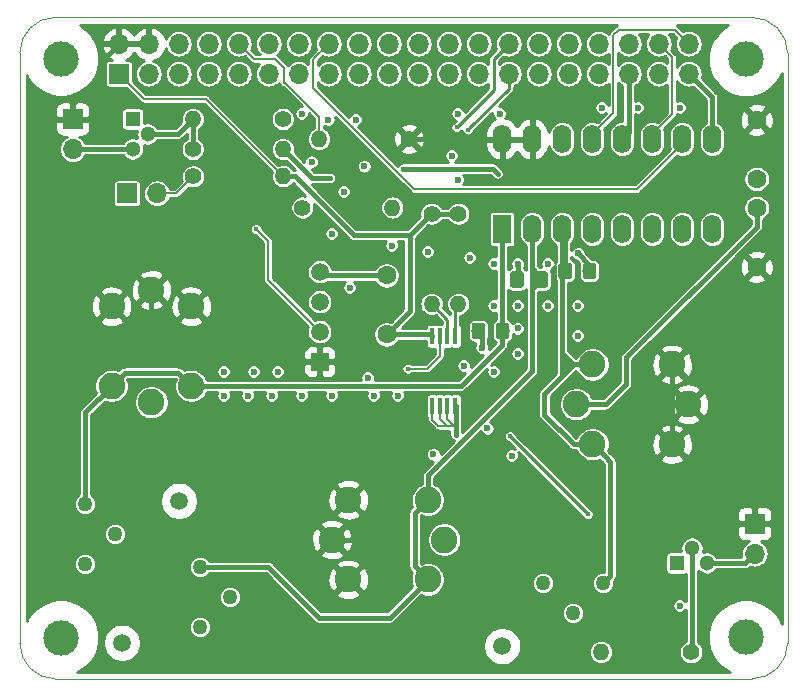
<source format=gbr>
G04 #@! TF.GenerationSoftware,KiCad,Pcbnew,(5.1.0)-1*
G04 #@! TF.CreationDate,2021-12-28T09:15:10+02:00*
G04 #@! TF.ProjectId,RPI_HAT_sensors,5250495f-4841-4545-9f73-656e736f7273,rev?*
G04 #@! TF.SameCoordinates,Original*
G04 #@! TF.FileFunction,Copper,L1,Top*
G04 #@! TF.FilePolarity,Positive*
%FSLAX46Y46*%
G04 Gerber Fmt 4.6, Leading zero omitted, Abs format (unit mm)*
G04 Created by KiCad (PCBNEW (5.1.0)-1) date 2021-12-28 09:15:10*
%MOMM*%
%LPD*%
G04 APERTURE LIST*
%ADD10C,0.100000*%
%ADD11C,2.250000*%
%ADD12C,1.500000*%
%ADD13R,1.700000X1.700000*%
%ADD14O,1.700000X1.700000*%
%ADD15C,1.300000*%
%ADD16R,1.300000X1.300000*%
%ADD17O,1.400000X1.400000*%
%ADD18C,1.400000*%
%ADD19C,3.000000*%
%ADD20R,1.600000X2.400000*%
%ADD21O,1.600000X2.400000*%
%ADD22C,1.260000*%
%ADD23R,1.500000X1.500000*%
%ADD24C,1.600000*%
%ADD25R,0.450000X1.450000*%
%ADD26C,1.150000*%
%ADD27C,0.600000*%
%ADD28C,0.400000*%
%ADD29C,0.400000*%
%ADD30C,0.150000*%
%ADD31C,0.200000*%
%ADD32C,0.250000*%
%ADD33C,0.254000*%
G04 APERTURE END LIST*
D10*
X78546356Y-63817611D02*
X78546356Y-113817611D01*
X78546356Y-63817611D02*
G75*
G02X81546356Y-60817611I3000000J0D01*
G01*
X140546356Y-60817611D02*
X81546356Y-60817611D01*
X140546356Y-60817611D02*
G75*
G02X143546356Y-63817611I0J-3000000D01*
G01*
X143546356Y-113817611D02*
X143546356Y-63817611D01*
X81546356Y-116817611D02*
G75*
G02X78546356Y-113817611I0J3000000D01*
G01*
X81546356Y-116817611D02*
X140546356Y-116817611D01*
X143546351Y-113822847D02*
G75*
G02X140546356Y-116817611I-2999995J5236D01*
G01*
D11*
X125653600Y-93573600D03*
X127031100Y-96946100D03*
X133776100Y-96946100D03*
X135153600Y-93573600D03*
X133776100Y-90201100D03*
X127031100Y-90201100D03*
D12*
X87198200Y-113766600D03*
D13*
X83032600Y-69418200D03*
D14*
X83032600Y-71958200D03*
D15*
X89382600Y-70688200D03*
X88112600Y-71958200D03*
D16*
X88112600Y-69418200D03*
D17*
X93192600Y-69418200D03*
D18*
X100812600Y-69418200D03*
X93192600Y-71958200D03*
D17*
X100812600Y-71958200D03*
D12*
X92024200Y-101752400D03*
D11*
X113100500Y-108401500D03*
X106355500Y-108401500D03*
X104978000Y-105029000D03*
X106355500Y-101656500D03*
X113100500Y-101656500D03*
X114478000Y-105029000D03*
D13*
X86920000Y-65590000D03*
D14*
X86920000Y-63050000D03*
X89460000Y-65590000D03*
X89460000Y-63050000D03*
X92000000Y-65590000D03*
X92000000Y-63050000D03*
X94540000Y-65590000D03*
X94540000Y-63050000D03*
X97080000Y-65590000D03*
X97080000Y-63050000D03*
X99620000Y-65590000D03*
X99620000Y-63050000D03*
X102160000Y-65590000D03*
X102160000Y-63050000D03*
X104700000Y-65590000D03*
X104700000Y-63050000D03*
X107240000Y-65590000D03*
X107240000Y-63050000D03*
X109780000Y-65590000D03*
X109780000Y-63050000D03*
X112320000Y-65590000D03*
X112320000Y-63050000D03*
X114860000Y-65590000D03*
X114860000Y-63050000D03*
X117400000Y-65590000D03*
X117400000Y-63050000D03*
X119940000Y-65590000D03*
X119940000Y-63050000D03*
X122480000Y-65590000D03*
X122480000Y-63050000D03*
X125020000Y-65590000D03*
X125020000Y-63050000D03*
X127560000Y-65590000D03*
X127560000Y-63050000D03*
X130100000Y-65590000D03*
X130100000Y-63050000D03*
X132640000Y-65590000D03*
X132640000Y-63050000D03*
X135180000Y-65590000D03*
X135180000Y-63050000D03*
D19*
X82040000Y-64310000D03*
X140040000Y-64330000D03*
X82040000Y-113320000D03*
X140030000Y-113310000D03*
D11*
X86314900Y-92018500D03*
X86314900Y-85273500D03*
X89687400Y-83896000D03*
X93059900Y-85273500D03*
X93059900Y-92018500D03*
X89687400Y-93396000D03*
D20*
X119380000Y-78740000D03*
D21*
X137160000Y-71120000D03*
X121920000Y-78740000D03*
X134620000Y-71120000D03*
X124460000Y-78740000D03*
X132080000Y-71120000D03*
X127000000Y-78740000D03*
X129540000Y-71120000D03*
X129540000Y-78740000D03*
X127000000Y-71120000D03*
X132080000Y-78740000D03*
X124460000Y-71120000D03*
X134620000Y-78740000D03*
X121920000Y-71120000D03*
X137160000Y-78740000D03*
X119380000Y-71120000D03*
D22*
X84074000Y-107086400D03*
X86614000Y-104546400D03*
X84074000Y-102006400D03*
X93802200Y-107340400D03*
X96342200Y-109880400D03*
X93802200Y-112420400D03*
X122834400Y-108712000D03*
X125374400Y-111252000D03*
X127914400Y-108712000D03*
D18*
X111506000Y-71120000D03*
D17*
X103886000Y-71120000D03*
D23*
X103936800Y-89966800D03*
D12*
X103936800Y-87426800D03*
X103936800Y-84886800D03*
X103936800Y-82346800D03*
D24*
X140944600Y-69494400D03*
X140944600Y-74494400D03*
X140944600Y-76940400D03*
X140944600Y-81940400D03*
D13*
X140766800Y-103682800D03*
D14*
X140766800Y-106222800D03*
D15*
X135458200Y-105740200D03*
X136728200Y-107010200D03*
D16*
X134188200Y-107010200D03*
D18*
X102463600Y-76911200D03*
D17*
X110083600Y-76911200D03*
X127762000Y-114554000D03*
D18*
X135382000Y-114554000D03*
D12*
X119380000Y-114046000D03*
D24*
X109601000Y-82651600D03*
X109601000Y-87651600D03*
D13*
X87630000Y-75717400D03*
D14*
X90170000Y-75717400D03*
D18*
X93218000Y-74269600D03*
D17*
X100838000Y-74269600D03*
X113411000Y-85064600D03*
D18*
X113411000Y-77444600D03*
X115671600Y-77444600D03*
D17*
X115671600Y-85064600D03*
D25*
X113452000Y-93704200D03*
X114102000Y-93704200D03*
X114752000Y-93704200D03*
X115402000Y-93704200D03*
X115402000Y-87804200D03*
X114752000Y-87804200D03*
X114102000Y-87804200D03*
X113452000Y-87804200D03*
D10*
G36*
X127127365Y-81587044D02*
G01*
X127151633Y-81590644D01*
X127175432Y-81596605D01*
X127198531Y-81604870D01*
X127220710Y-81615360D01*
X127241753Y-81627972D01*
X127261459Y-81642587D01*
X127279637Y-81659063D01*
X127296113Y-81677241D01*
X127310728Y-81696947D01*
X127323340Y-81717990D01*
X127333830Y-81740169D01*
X127342095Y-81763268D01*
X127348056Y-81787067D01*
X127351656Y-81811335D01*
X127352860Y-81835839D01*
X127352860Y-82735841D01*
X127351656Y-82760345D01*
X127348056Y-82784613D01*
X127342095Y-82808412D01*
X127333830Y-82831511D01*
X127323340Y-82853690D01*
X127310728Y-82874733D01*
X127296113Y-82894439D01*
X127279637Y-82912617D01*
X127261459Y-82929093D01*
X127241753Y-82943708D01*
X127220710Y-82956320D01*
X127198531Y-82966810D01*
X127175432Y-82975075D01*
X127151633Y-82981036D01*
X127127365Y-82984636D01*
X127102861Y-82985840D01*
X126452859Y-82985840D01*
X126428355Y-82984636D01*
X126404087Y-82981036D01*
X126380288Y-82975075D01*
X126357189Y-82966810D01*
X126335010Y-82956320D01*
X126313967Y-82943708D01*
X126294261Y-82929093D01*
X126276083Y-82912617D01*
X126259607Y-82894439D01*
X126244992Y-82874733D01*
X126232380Y-82853690D01*
X126221890Y-82831511D01*
X126213625Y-82808412D01*
X126207664Y-82784613D01*
X126204064Y-82760345D01*
X126202860Y-82735841D01*
X126202860Y-81835839D01*
X126204064Y-81811335D01*
X126207664Y-81787067D01*
X126213625Y-81763268D01*
X126221890Y-81740169D01*
X126232380Y-81717990D01*
X126244992Y-81696947D01*
X126259607Y-81677241D01*
X126276083Y-81659063D01*
X126294261Y-81642587D01*
X126313967Y-81627972D01*
X126335010Y-81615360D01*
X126357189Y-81604870D01*
X126380288Y-81596605D01*
X126404087Y-81590644D01*
X126428355Y-81587044D01*
X126452859Y-81585840D01*
X127102861Y-81585840D01*
X127127365Y-81587044D01*
X127127365Y-81587044D01*
G37*
D26*
X126777860Y-82285840D03*
D10*
G36*
X125077365Y-81587044D02*
G01*
X125101633Y-81590644D01*
X125125432Y-81596605D01*
X125148531Y-81604870D01*
X125170710Y-81615360D01*
X125191753Y-81627972D01*
X125211459Y-81642587D01*
X125229637Y-81659063D01*
X125246113Y-81677241D01*
X125260728Y-81696947D01*
X125273340Y-81717990D01*
X125283830Y-81740169D01*
X125292095Y-81763268D01*
X125298056Y-81787067D01*
X125301656Y-81811335D01*
X125302860Y-81835839D01*
X125302860Y-82735841D01*
X125301656Y-82760345D01*
X125298056Y-82784613D01*
X125292095Y-82808412D01*
X125283830Y-82831511D01*
X125273340Y-82853690D01*
X125260728Y-82874733D01*
X125246113Y-82894439D01*
X125229637Y-82912617D01*
X125211459Y-82929093D01*
X125191753Y-82943708D01*
X125170710Y-82956320D01*
X125148531Y-82966810D01*
X125125432Y-82975075D01*
X125101633Y-82981036D01*
X125077365Y-82984636D01*
X125052861Y-82985840D01*
X124402859Y-82985840D01*
X124378355Y-82984636D01*
X124354087Y-82981036D01*
X124330288Y-82975075D01*
X124307189Y-82966810D01*
X124285010Y-82956320D01*
X124263967Y-82943708D01*
X124244261Y-82929093D01*
X124226083Y-82912617D01*
X124209607Y-82894439D01*
X124194992Y-82874733D01*
X124182380Y-82853690D01*
X124171890Y-82831511D01*
X124163625Y-82808412D01*
X124157664Y-82784613D01*
X124154064Y-82760345D01*
X124152860Y-82735841D01*
X124152860Y-81835839D01*
X124154064Y-81811335D01*
X124157664Y-81787067D01*
X124163625Y-81763268D01*
X124171890Y-81740169D01*
X124182380Y-81717990D01*
X124194992Y-81696947D01*
X124209607Y-81677241D01*
X124226083Y-81659063D01*
X124244261Y-81642587D01*
X124263967Y-81627972D01*
X124285010Y-81615360D01*
X124307189Y-81604870D01*
X124330288Y-81596605D01*
X124354087Y-81590644D01*
X124378355Y-81587044D01*
X124402859Y-81585840D01*
X125052861Y-81585840D01*
X125077365Y-81587044D01*
X125077365Y-81587044D01*
G37*
D26*
X124727860Y-82285840D03*
D10*
G36*
X123034265Y-82313484D02*
G01*
X123058533Y-82317084D01*
X123082332Y-82323045D01*
X123105431Y-82331310D01*
X123127610Y-82341800D01*
X123148653Y-82354412D01*
X123168359Y-82369027D01*
X123186537Y-82385503D01*
X123203013Y-82403681D01*
X123217628Y-82423387D01*
X123230240Y-82444430D01*
X123240730Y-82466609D01*
X123248995Y-82489708D01*
X123254956Y-82513507D01*
X123258556Y-82537775D01*
X123259760Y-82562279D01*
X123259760Y-83462281D01*
X123258556Y-83486785D01*
X123254956Y-83511053D01*
X123248995Y-83534852D01*
X123240730Y-83557951D01*
X123230240Y-83580130D01*
X123217628Y-83601173D01*
X123203013Y-83620879D01*
X123186537Y-83639057D01*
X123168359Y-83655533D01*
X123148653Y-83670148D01*
X123127610Y-83682760D01*
X123105431Y-83693250D01*
X123082332Y-83701515D01*
X123058533Y-83707476D01*
X123034265Y-83711076D01*
X123009761Y-83712280D01*
X122359759Y-83712280D01*
X122335255Y-83711076D01*
X122310987Y-83707476D01*
X122287188Y-83701515D01*
X122264089Y-83693250D01*
X122241910Y-83682760D01*
X122220867Y-83670148D01*
X122201161Y-83655533D01*
X122182983Y-83639057D01*
X122166507Y-83620879D01*
X122151892Y-83601173D01*
X122139280Y-83580130D01*
X122128790Y-83557951D01*
X122120525Y-83534852D01*
X122114564Y-83511053D01*
X122110964Y-83486785D01*
X122109760Y-83462281D01*
X122109760Y-82562279D01*
X122110964Y-82537775D01*
X122114564Y-82513507D01*
X122120525Y-82489708D01*
X122128790Y-82466609D01*
X122139280Y-82444430D01*
X122151892Y-82423387D01*
X122166507Y-82403681D01*
X122182983Y-82385503D01*
X122201161Y-82369027D01*
X122220867Y-82354412D01*
X122241910Y-82341800D01*
X122264089Y-82331310D01*
X122287188Y-82323045D01*
X122310987Y-82317084D01*
X122335255Y-82313484D01*
X122359759Y-82312280D01*
X123009761Y-82312280D01*
X123034265Y-82313484D01*
X123034265Y-82313484D01*
G37*
D26*
X122684760Y-83012280D03*
D10*
G36*
X120984265Y-82313484D02*
G01*
X121008533Y-82317084D01*
X121032332Y-82323045D01*
X121055431Y-82331310D01*
X121077610Y-82341800D01*
X121098653Y-82354412D01*
X121118359Y-82369027D01*
X121136537Y-82385503D01*
X121153013Y-82403681D01*
X121167628Y-82423387D01*
X121180240Y-82444430D01*
X121190730Y-82466609D01*
X121198995Y-82489708D01*
X121204956Y-82513507D01*
X121208556Y-82537775D01*
X121209760Y-82562279D01*
X121209760Y-83462281D01*
X121208556Y-83486785D01*
X121204956Y-83511053D01*
X121198995Y-83534852D01*
X121190730Y-83557951D01*
X121180240Y-83580130D01*
X121167628Y-83601173D01*
X121153013Y-83620879D01*
X121136537Y-83639057D01*
X121118359Y-83655533D01*
X121098653Y-83670148D01*
X121077610Y-83682760D01*
X121055431Y-83693250D01*
X121032332Y-83701515D01*
X121008533Y-83707476D01*
X120984265Y-83711076D01*
X120959761Y-83712280D01*
X120309759Y-83712280D01*
X120285255Y-83711076D01*
X120260987Y-83707476D01*
X120237188Y-83701515D01*
X120214089Y-83693250D01*
X120191910Y-83682760D01*
X120170867Y-83670148D01*
X120151161Y-83655533D01*
X120132983Y-83639057D01*
X120116507Y-83620879D01*
X120101892Y-83601173D01*
X120089280Y-83580130D01*
X120078790Y-83557951D01*
X120070525Y-83534852D01*
X120064564Y-83511053D01*
X120060964Y-83486785D01*
X120059760Y-83462281D01*
X120059760Y-82562279D01*
X120060964Y-82537775D01*
X120064564Y-82513507D01*
X120070525Y-82489708D01*
X120078790Y-82466609D01*
X120089280Y-82444430D01*
X120101892Y-82423387D01*
X120116507Y-82403681D01*
X120132983Y-82385503D01*
X120151161Y-82369027D01*
X120170867Y-82354412D01*
X120191910Y-82341800D01*
X120214089Y-82331310D01*
X120237188Y-82323045D01*
X120260987Y-82317084D01*
X120285255Y-82313484D01*
X120309759Y-82312280D01*
X120959761Y-82312280D01*
X120984265Y-82313484D01*
X120984265Y-82313484D01*
G37*
D26*
X120634760Y-83012280D03*
D10*
G36*
X117713905Y-86651804D02*
G01*
X117738173Y-86655404D01*
X117761972Y-86661365D01*
X117785071Y-86669630D01*
X117807250Y-86680120D01*
X117828293Y-86692732D01*
X117847999Y-86707347D01*
X117866177Y-86723823D01*
X117882653Y-86742001D01*
X117897268Y-86761707D01*
X117909880Y-86782750D01*
X117920370Y-86804929D01*
X117928635Y-86828028D01*
X117934596Y-86851827D01*
X117938196Y-86876095D01*
X117939400Y-86900599D01*
X117939400Y-87800601D01*
X117938196Y-87825105D01*
X117934596Y-87849373D01*
X117928635Y-87873172D01*
X117920370Y-87896271D01*
X117909880Y-87918450D01*
X117897268Y-87939493D01*
X117882653Y-87959199D01*
X117866177Y-87977377D01*
X117847999Y-87993853D01*
X117828293Y-88008468D01*
X117807250Y-88021080D01*
X117785071Y-88031570D01*
X117761972Y-88039835D01*
X117738173Y-88045796D01*
X117713905Y-88049396D01*
X117689401Y-88050600D01*
X117039399Y-88050600D01*
X117014895Y-88049396D01*
X116990627Y-88045796D01*
X116966828Y-88039835D01*
X116943729Y-88031570D01*
X116921550Y-88021080D01*
X116900507Y-88008468D01*
X116880801Y-87993853D01*
X116862623Y-87977377D01*
X116846147Y-87959199D01*
X116831532Y-87939493D01*
X116818920Y-87918450D01*
X116808430Y-87896271D01*
X116800165Y-87873172D01*
X116794204Y-87849373D01*
X116790604Y-87825105D01*
X116789400Y-87800601D01*
X116789400Y-86900599D01*
X116790604Y-86876095D01*
X116794204Y-86851827D01*
X116800165Y-86828028D01*
X116808430Y-86804929D01*
X116818920Y-86782750D01*
X116831532Y-86761707D01*
X116846147Y-86742001D01*
X116862623Y-86723823D01*
X116880801Y-86707347D01*
X116900507Y-86692732D01*
X116921550Y-86680120D01*
X116943729Y-86669630D01*
X116966828Y-86661365D01*
X116990627Y-86655404D01*
X117014895Y-86651804D01*
X117039399Y-86650600D01*
X117689401Y-86650600D01*
X117713905Y-86651804D01*
X117713905Y-86651804D01*
G37*
D26*
X117364400Y-87350600D03*
D10*
G36*
X119763905Y-86651804D02*
G01*
X119788173Y-86655404D01*
X119811972Y-86661365D01*
X119835071Y-86669630D01*
X119857250Y-86680120D01*
X119878293Y-86692732D01*
X119897999Y-86707347D01*
X119916177Y-86723823D01*
X119932653Y-86742001D01*
X119947268Y-86761707D01*
X119959880Y-86782750D01*
X119970370Y-86804929D01*
X119978635Y-86828028D01*
X119984596Y-86851827D01*
X119988196Y-86876095D01*
X119989400Y-86900599D01*
X119989400Y-87800601D01*
X119988196Y-87825105D01*
X119984596Y-87849373D01*
X119978635Y-87873172D01*
X119970370Y-87896271D01*
X119959880Y-87918450D01*
X119947268Y-87939493D01*
X119932653Y-87959199D01*
X119916177Y-87977377D01*
X119897999Y-87993853D01*
X119878293Y-88008468D01*
X119857250Y-88021080D01*
X119835071Y-88031570D01*
X119811972Y-88039835D01*
X119788173Y-88045796D01*
X119763905Y-88049396D01*
X119739401Y-88050600D01*
X119089399Y-88050600D01*
X119064895Y-88049396D01*
X119040627Y-88045796D01*
X119016828Y-88039835D01*
X118993729Y-88031570D01*
X118971550Y-88021080D01*
X118950507Y-88008468D01*
X118930801Y-87993853D01*
X118912623Y-87977377D01*
X118896147Y-87959199D01*
X118881532Y-87939493D01*
X118868920Y-87918450D01*
X118858430Y-87896271D01*
X118850165Y-87873172D01*
X118844204Y-87849373D01*
X118840604Y-87825105D01*
X118839400Y-87800601D01*
X118839400Y-86900599D01*
X118840604Y-86876095D01*
X118844204Y-86851827D01*
X118850165Y-86828028D01*
X118858430Y-86804929D01*
X118868920Y-86782750D01*
X118881532Y-86761707D01*
X118896147Y-86742001D01*
X118912623Y-86723823D01*
X118930801Y-86707347D01*
X118950507Y-86692732D01*
X118971550Y-86680120D01*
X118993729Y-86669630D01*
X119016828Y-86661365D01*
X119040627Y-86655404D01*
X119064895Y-86651804D01*
X119089399Y-86650600D01*
X119739401Y-86650600D01*
X119763905Y-86651804D01*
X119763905Y-86651804D01*
G37*
D26*
X119414400Y-87350600D03*
D27*
X119176800Y-68961000D03*
X103251000Y-73050400D03*
X123240800Y-81661000D03*
X120700800Y-81661000D03*
X118668800Y-81661000D03*
X118668800Y-85217000D03*
X120700800Y-85217000D03*
X123240800Y-85217000D03*
X117652800Y-88773000D03*
X120700800Y-89281000D03*
X125780800Y-85217000D03*
X125813820Y-80805020D03*
X125780800Y-87757000D03*
X113538000Y-97790000D03*
X120192800Y-97917000D03*
X108000800Y-91313000D03*
X134416800Y-110617000D03*
X110540800Y-92837000D03*
X118668800Y-90805000D03*
X108508800Y-92837000D03*
X104952800Y-92837000D03*
X102412800Y-92837000D03*
X97840800Y-92837000D03*
X95808800Y-92837000D03*
X95808800Y-90805000D03*
X98348800Y-90805000D03*
X100380800Y-90805000D03*
X116128800Y-90297000D03*
X106476800Y-83693000D03*
X105968800Y-75565000D03*
X115112800Y-72517000D03*
X115620800Y-68961000D03*
X106984800Y-69469000D03*
X102412800Y-68961000D03*
X104648000Y-69469000D03*
X127812800Y-68453000D03*
X130860800Y-68453000D03*
X134416800Y-68453000D03*
X110032800Y-80137000D03*
X104952800Y-79121000D03*
X113080800Y-80645000D03*
X116636800Y-81153000D03*
X115620800Y-74549000D03*
X120693180Y-87147400D03*
X118130320Y-95620840D03*
X99872800Y-92837000D03*
X107696000Y-73406000D03*
D28*
X118999000Y-74041000D03*
X111023400Y-73609200D03*
X104800400Y-74422000D03*
X115443000Y-96138992D03*
X98552000Y-78740000D03*
X120040400Y-96291400D03*
X126619000Y-102895400D03*
X116484398Y-70307200D03*
X115519200Y-70129400D03*
X111379000Y-90551000D03*
D29*
X137160000Y-67570000D02*
X137160000Y-71120000D01*
X135180000Y-65590000D02*
X137160000Y-67570000D01*
X140944600Y-78071770D02*
X140944600Y-76940400D01*
X140944600Y-78544602D02*
X140944600Y-78071770D01*
X129886190Y-89603012D02*
X140944600Y-78544602D01*
X129886190Y-91830410D02*
X129886190Y-89603012D01*
X125653600Y-93573600D02*
X128143000Y-93573600D01*
X128143000Y-93573600D02*
X129886190Y-91830410D01*
X104241600Y-82651600D02*
X103936800Y-82346800D01*
X109601000Y-82651600D02*
X104241600Y-82651600D01*
X118999000Y-74041000D02*
X118567200Y-73609200D01*
X118567200Y-73609200D02*
X111023400Y-73609200D01*
X103276400Y-74422000D02*
X100812600Y-71958200D01*
X104800400Y-74422000D02*
X103276400Y-74422000D01*
X115443000Y-93745200D02*
X115402000Y-93704200D01*
X115443000Y-95097600D02*
X115443000Y-93745200D01*
X115443000Y-95392240D02*
X115443000Y-95097600D01*
D30*
X113957100Y-95392240D02*
X115443000Y-95392240D01*
X113452000Y-93704200D02*
X113452000Y-94887140D01*
X113452000Y-94887140D02*
X113957100Y-95392240D01*
X114678050Y-95392240D02*
X115443000Y-95392240D01*
X114102000Y-93704200D02*
X114102000Y-94816190D01*
X114102000Y-94816190D02*
X114678050Y-95392240D01*
X115336329Y-95392240D02*
X115443000Y-95392240D01*
X114752000Y-93704200D02*
X114752000Y-94807911D01*
X114752000Y-94807911D02*
X115336329Y-95392240D01*
D29*
X115443000Y-95392240D02*
X115443000Y-96138992D01*
X117652800Y-87639000D02*
X117364400Y-87350600D01*
X117652800Y-88773000D02*
X117652800Y-87639000D01*
X126777860Y-81769060D02*
X125813820Y-80805020D01*
X126777860Y-82285840D02*
X126777860Y-81769060D01*
X120700800Y-82946240D02*
X120634760Y-83012280D01*
X120700800Y-81661000D02*
X120700800Y-82946240D01*
X133858000Y-93573600D02*
X133776100Y-93655500D01*
X135153600Y-93573600D02*
X133858000Y-93573600D01*
X133776100Y-96946100D02*
X133776100Y-93655500D01*
X133776100Y-93655500D02*
X133776100Y-90201100D01*
X121920000Y-71120000D02*
X119380000Y-71120000D01*
X118180000Y-71120000D02*
X111506000Y-71120000D01*
X119380000Y-71120000D02*
X118180000Y-71120000D01*
X89460000Y-63050000D02*
X86920000Y-63050000D01*
X141744599Y-81140401D02*
X140944600Y-81940400D01*
X142570200Y-80314800D02*
X141744599Y-81140401D01*
X142570200Y-71069200D02*
X142570200Y-80314800D01*
X140944600Y-69494400D02*
X140995400Y-69494400D01*
X140995400Y-69494400D02*
X142570200Y-71069200D01*
X86314900Y-85273500D02*
X88290400Y-87249000D01*
X91084400Y-87249000D02*
X93059900Y-85273500D01*
X89662000Y-85512390D02*
X89662000Y-87249000D01*
X89687400Y-85486990D02*
X89662000Y-85512390D01*
X89687400Y-83896000D02*
X89687400Y-85486990D01*
X88290400Y-87249000D02*
X89662000Y-87249000D01*
X89662000Y-87249000D02*
X91084400Y-87249000D01*
X97753200Y-89966800D02*
X103936800Y-89966800D01*
X93059900Y-85273500D02*
X97753200Y-89966800D01*
X106355500Y-101656500D02*
X108077000Y-103378000D01*
X108077000Y-106680000D02*
X106355500Y-108401500D01*
X106594390Y-105003600D02*
X108077000Y-105003600D01*
X106568990Y-105029000D02*
X106594390Y-105003600D01*
X104978000Y-105029000D02*
X106568990Y-105029000D01*
X108077000Y-103378000D02*
X108077000Y-105003600D01*
X108077000Y-105003600D02*
X108077000Y-106680000D01*
X86070001Y-63899999D02*
X86920000Y-63050000D01*
X85369400Y-64600600D02*
X86070001Y-63899999D01*
X85369400Y-65831400D02*
X85369400Y-64600600D01*
X83032600Y-69418200D02*
X83032600Y-68168200D01*
X83032600Y-68168200D02*
X85369400Y-65831400D01*
D30*
X134620000Y-71520000D02*
X134620000Y-71120000D01*
X130778200Y-75361800D02*
X134620000Y-71520000D01*
X111937800Y-75361800D02*
X130778200Y-75361800D01*
X103378000Y-66802000D02*
X111937800Y-75361800D01*
X104700000Y-63050000D02*
X103378000Y-64372000D01*
X103378000Y-64372000D02*
X103378000Y-66802000D01*
D29*
X130100000Y-70560000D02*
X129540000Y-71120000D01*
X130100000Y-65590000D02*
X130100000Y-70560000D01*
D30*
X132080000Y-70720000D02*
X132080000Y-71120000D01*
X133765001Y-69034999D02*
X132080000Y-70720000D01*
X133765001Y-64175001D02*
X133765001Y-69034999D01*
X132640000Y-63050000D02*
X133765001Y-64175001D01*
X127000000Y-70720000D02*
X127000000Y-71120000D01*
X128803400Y-68916600D02*
X127000000Y-70720000D01*
X128803400Y-62280800D02*
X128803400Y-68916600D01*
X129235200Y-61849000D02*
X128803400Y-62280800D01*
X135180000Y-63050000D02*
X133979000Y-61849000D01*
X133979000Y-61849000D02*
X129235200Y-61849000D01*
D29*
X84074000Y-94259400D02*
X86314900Y-92018500D01*
X84074000Y-102006400D02*
X84074000Y-94259400D01*
X91934901Y-90893501D02*
X93059900Y-92018500D01*
X86314900Y-92018500D02*
X87439899Y-90893501D01*
X87439899Y-90893501D02*
X91934901Y-90893501D01*
X93059900Y-92018500D02*
X115880500Y-92018500D01*
X119380000Y-88519000D02*
X119380000Y-78740000D01*
X115880500Y-92018500D02*
X119380000Y-88519000D01*
X122961400Y-94467390D02*
X122961400Y-92679810D01*
X127031100Y-96946100D02*
X125440110Y-96946100D01*
X125440110Y-96946100D02*
X122961400Y-94467390D01*
X122961400Y-92679810D02*
X124460000Y-91181210D01*
X127031100Y-90201100D02*
X125440110Y-90201100D01*
X125440110Y-90201100D02*
X125405500Y-90201100D01*
X124460000Y-89255600D02*
X124460000Y-78740000D01*
X125385800Y-90220800D02*
X125405500Y-90201100D01*
X124460000Y-91181210D02*
X124460000Y-90220800D01*
X124942600Y-89738200D02*
X125183900Y-89979500D01*
X124460000Y-89738200D02*
X124942600Y-89738200D01*
X125405500Y-90201100D02*
X125183900Y-89979500D01*
X124460000Y-89738200D02*
X124460000Y-89255600D01*
X124889405Y-90345405D02*
X124460000Y-89916000D01*
X124889405Y-90751805D02*
X124889405Y-90345405D01*
X124460000Y-89916000D02*
X124460000Y-89738200D01*
X124460000Y-90220800D02*
X124460000Y-89916000D01*
X124889405Y-90751805D02*
X125440110Y-90201100D01*
X125018800Y-89865200D02*
X124663200Y-90220800D01*
X125018800Y-89814400D02*
X125018800Y-89865200D01*
X124663200Y-90220800D02*
X125385800Y-90220800D01*
X124460000Y-90220800D02*
X124663200Y-90220800D01*
X125183900Y-89979500D02*
X125018800Y-89814400D01*
X124660805Y-90116805D02*
X124460000Y-89916000D01*
X124660805Y-90980405D02*
X124660805Y-90116805D01*
X124660805Y-90980405D02*
X124889405Y-90751805D01*
X122961400Y-92679810D02*
X124660805Y-90980405D01*
X125405500Y-90201100D02*
X127031100Y-90201100D01*
X124866400Y-89662000D02*
X125405500Y-90201100D01*
X124866400Y-89662000D02*
X124460000Y-89255600D01*
X125018800Y-89814400D02*
X124866400Y-89662000D01*
X128156099Y-98071099D02*
X127031100Y-96946100D01*
X128544399Y-98459399D02*
X128156099Y-98071099D01*
X128544399Y-108082001D02*
X128544399Y-98459399D01*
X127914400Y-108712000D02*
X128544399Y-108082001D01*
X124727860Y-79007860D02*
X124460000Y-78740000D01*
X124727860Y-82285840D02*
X124727860Y-79007860D01*
X111975501Y-109526499D02*
X113100500Y-108401500D01*
X109869000Y-111633000D02*
X111975501Y-109526499D01*
X103860600Y-111633000D02*
X109869000Y-111633000D01*
X99568000Y-107340400D02*
X103860600Y-111633000D01*
X93802200Y-107340400D02*
X99568000Y-107340400D01*
X113100500Y-108401500D02*
X111975501Y-107276501D01*
X111975501Y-102781499D02*
X113100500Y-101656500D01*
X111975501Y-107276501D02*
X111975501Y-102781499D01*
X113100500Y-101656500D02*
X113100500Y-99573700D01*
X113100500Y-99573700D02*
X121920000Y-90754200D01*
X121920000Y-82922520D02*
X121920000Y-81810860D01*
X122009760Y-83012280D02*
X121920000Y-82922520D01*
X121920000Y-81810860D02*
X121920000Y-78740000D01*
X121920000Y-83102040D02*
X121920000Y-83847940D01*
X122009760Y-83012280D02*
X121920000Y-83102040D01*
X122684760Y-83012280D02*
X122009760Y-83012280D01*
X121920000Y-90754200D02*
X121920000Y-83847940D01*
X121974808Y-83635652D02*
X121920000Y-83690460D01*
X122061388Y-83635652D02*
X121974808Y-83635652D01*
X122684760Y-83012280D02*
X122061388Y-83635652D01*
X121920000Y-83847940D02*
X121920000Y-83690460D01*
X122061388Y-82188468D02*
X121920000Y-82047080D01*
X122061388Y-82388908D02*
X122061388Y-82188468D01*
X122684760Y-83012280D02*
X122061388Y-82388908D01*
X121920000Y-83690460D02*
X121920000Y-82047080D01*
X121920000Y-82047080D02*
X121920000Y-81810860D01*
X84234681Y-71958200D02*
X88112600Y-71958200D01*
X83032600Y-71958200D02*
X84234681Y-71958200D01*
D30*
X100152200Y-64338200D02*
X100914200Y-65100200D01*
X97080000Y-63050000D02*
X98368200Y-64338200D01*
X98368200Y-64338200D02*
X100152200Y-64338200D01*
X100914200Y-66344800D02*
X101015800Y-66344800D01*
X100914200Y-65100200D02*
X100914200Y-66344800D01*
X103886000Y-69215000D02*
X103886000Y-71120000D01*
X101015800Y-66344800D02*
X103886000Y-69215000D01*
D31*
X98552000Y-78740000D02*
X99568000Y-79756000D01*
X99568000Y-83058000D02*
X103936800Y-87426800D01*
X99568000Y-79756000D02*
X99568000Y-83058000D01*
D29*
X93192600Y-69418200D02*
X93192600Y-71958200D01*
X91922600Y-70688200D02*
X93192600Y-69418200D01*
X89382600Y-70688200D02*
X91922600Y-70688200D01*
X139979400Y-107010200D02*
X140766800Y-106222800D01*
X136728200Y-107010200D02*
X139979400Y-107010200D01*
X135458200Y-114477800D02*
X135382000Y-114554000D01*
X135458200Y-105740200D02*
X135458200Y-114477800D01*
D32*
X120040400Y-96291400D02*
X126619000Y-102870000D01*
X126619000Y-102870000D02*
X126619000Y-102895400D01*
D30*
X100138001Y-73569601D02*
X100838000Y-74269600D01*
X94276001Y-67707601D02*
X100138001Y-73569601D01*
X89037601Y-67707601D02*
X94276001Y-67707601D01*
X86920000Y-65590000D02*
X89037601Y-67707601D01*
D29*
X115671600Y-77444600D02*
X113411000Y-77444600D01*
X113299400Y-87651600D02*
X113452000Y-87804200D01*
X109601000Y-87651600D02*
X113299400Y-87651600D01*
X113360200Y-77444600D02*
X113411000Y-77444600D01*
X111556800Y-79248000D02*
X113360200Y-77444600D01*
X106806349Y-79248000D02*
X111556800Y-79248000D01*
X100838000Y-74269600D02*
X101827949Y-74269600D01*
X101827949Y-74269600D02*
X106806349Y-79248000D01*
X111556800Y-85695800D02*
X109601000Y-87651600D01*
X111556800Y-79248000D02*
X111556800Y-85695800D01*
D32*
X115402000Y-85334200D02*
X115671600Y-85064600D01*
X115402000Y-87804200D02*
X115402000Y-85334200D01*
X119940000Y-66851598D02*
X116684397Y-70107201D01*
X116684397Y-70107201D02*
X116484398Y-70307200D01*
X119940000Y-65590000D02*
X119940000Y-66851598D01*
X114752000Y-86405600D02*
X114752000Y-87804200D01*
X113411000Y-85064600D02*
X114752000Y-86405600D01*
X115719199Y-69929401D02*
X115519200Y-70129400D01*
X118668800Y-66979800D02*
X115719199Y-69929401D01*
X119940000Y-63050000D02*
X118668800Y-64321200D01*
X118668800Y-64321200D02*
X118668800Y-66979800D01*
D30*
X91770200Y-75717400D02*
X93218000Y-74269600D01*
X90170000Y-75717400D02*
X91770200Y-75717400D01*
X114102000Y-89504400D02*
X114102000Y-87804200D01*
X111379000Y-90551000D02*
X113055400Y-90551000D01*
X113055400Y-90551000D02*
X114102000Y-89504400D01*
D33*
G36*
X129010780Y-61513132D02*
G01*
X128949568Y-61563368D01*
X128936977Y-61578710D01*
X128533110Y-61982577D01*
X128517768Y-61995168D01*
X128467532Y-62056381D01*
X128430203Y-62126218D01*
X128407217Y-62201995D01*
X128405016Y-62224341D01*
X128396291Y-62213709D01*
X128217070Y-62066626D01*
X128012597Y-61957333D01*
X127790732Y-61890031D01*
X127617812Y-61873000D01*
X127502188Y-61873000D01*
X127329268Y-61890031D01*
X127107403Y-61957333D01*
X126902930Y-62066626D01*
X126723709Y-62213709D01*
X126576626Y-62392930D01*
X126467333Y-62597403D01*
X126400031Y-62819268D01*
X126377306Y-63050000D01*
X126400031Y-63280732D01*
X126467333Y-63502597D01*
X126576626Y-63707070D01*
X126723709Y-63886291D01*
X126902930Y-64033374D01*
X127107403Y-64142667D01*
X127329268Y-64209969D01*
X127502188Y-64227000D01*
X127617812Y-64227000D01*
X127790732Y-64209969D01*
X128012597Y-64142667D01*
X128217070Y-64033374D01*
X128396291Y-63886291D01*
X128401400Y-63880065D01*
X128401400Y-64759935D01*
X128396291Y-64753709D01*
X128217070Y-64606626D01*
X128012597Y-64497333D01*
X127790732Y-64430031D01*
X127617812Y-64413000D01*
X127502188Y-64413000D01*
X127329268Y-64430031D01*
X127107403Y-64497333D01*
X126902930Y-64606626D01*
X126723709Y-64753709D01*
X126576626Y-64932930D01*
X126467333Y-65137403D01*
X126400031Y-65359268D01*
X126377306Y-65590000D01*
X126400031Y-65820732D01*
X126467333Y-66042597D01*
X126576626Y-66247070D01*
X126723709Y-66426291D01*
X126902930Y-66573374D01*
X127107403Y-66682667D01*
X127329268Y-66749969D01*
X127502188Y-66767000D01*
X127617812Y-66767000D01*
X127790732Y-66749969D01*
X128012597Y-66682667D01*
X128217070Y-66573374D01*
X128396291Y-66426291D01*
X128401401Y-66420065D01*
X128401401Y-68235578D01*
X128368440Y-68156004D01*
X128299823Y-68053311D01*
X128212489Y-67965977D01*
X128109796Y-67897360D01*
X127995689Y-67850095D01*
X127874554Y-67826000D01*
X127751046Y-67826000D01*
X127629911Y-67850095D01*
X127515804Y-67897360D01*
X127413111Y-67965977D01*
X127325777Y-68053311D01*
X127257160Y-68156004D01*
X127209895Y-68270111D01*
X127185800Y-68391246D01*
X127185800Y-68514754D01*
X127209895Y-68635889D01*
X127257160Y-68749996D01*
X127325777Y-68852689D01*
X127413111Y-68940023D01*
X127515804Y-69008640D01*
X127629911Y-69055905D01*
X127751046Y-69080000D01*
X127874554Y-69080000D01*
X127995689Y-69055905D01*
X128109796Y-69008640D01*
X128209398Y-68942089D01*
X127462283Y-69689204D01*
X127433370Y-69673750D01*
X127220930Y-69609307D01*
X127000000Y-69587547D01*
X126779069Y-69609307D01*
X126566629Y-69673750D01*
X126370843Y-69778400D01*
X126199235Y-69919235D01*
X126058400Y-70090843D01*
X125953750Y-70286630D01*
X125889307Y-70499070D01*
X125873000Y-70664636D01*
X125873000Y-71575365D01*
X125889307Y-71740931D01*
X125953751Y-71953371D01*
X126058401Y-72149157D01*
X126199236Y-72320765D01*
X126370844Y-72461600D01*
X126566630Y-72566250D01*
X126779070Y-72630693D01*
X127000000Y-72652453D01*
X127220931Y-72630693D01*
X127433371Y-72566250D01*
X127629157Y-72461600D01*
X127800765Y-72320765D01*
X127941600Y-72149157D01*
X128046250Y-71953371D01*
X128110693Y-71740930D01*
X128127000Y-71575364D01*
X128127000Y-70664635D01*
X128110693Y-70499069D01*
X128046250Y-70286629D01*
X128030796Y-70257717D01*
X129073695Y-69214819D01*
X129089032Y-69202232D01*
X129139268Y-69141020D01*
X129153815Y-69113805D01*
X129176597Y-69071184D01*
X129199583Y-68995406D01*
X129200906Y-68981977D01*
X129205400Y-68936347D01*
X129205400Y-68936340D01*
X129207344Y-68916600D01*
X129205400Y-68896861D01*
X129205400Y-66355241D01*
X129263709Y-66426291D01*
X129442930Y-66573374D01*
X129573000Y-66642898D01*
X129573001Y-69590797D01*
X129540000Y-69587547D01*
X129319069Y-69609307D01*
X129106629Y-69673750D01*
X128910843Y-69778400D01*
X128739235Y-69919235D01*
X128598400Y-70090843D01*
X128493750Y-70286630D01*
X128429307Y-70499070D01*
X128413000Y-70664636D01*
X128413000Y-71575365D01*
X128429307Y-71740931D01*
X128493751Y-71953371D01*
X128598401Y-72149157D01*
X128739236Y-72320765D01*
X128910844Y-72461600D01*
X129106630Y-72566250D01*
X129319070Y-72630693D01*
X129540000Y-72652453D01*
X129760931Y-72630693D01*
X129973371Y-72566250D01*
X130169157Y-72461600D01*
X130340765Y-72320765D01*
X130481600Y-72149157D01*
X130586250Y-71953371D01*
X130650693Y-71740930D01*
X130667000Y-71575364D01*
X130667000Y-70664635D01*
X130650693Y-70499069D01*
X130627000Y-70420964D01*
X130627000Y-69034817D01*
X130677911Y-69055905D01*
X130799046Y-69080000D01*
X130922554Y-69080000D01*
X131043689Y-69055905D01*
X131157796Y-69008640D01*
X131260489Y-68940023D01*
X131347823Y-68852689D01*
X131416440Y-68749996D01*
X131463705Y-68635889D01*
X131487800Y-68514754D01*
X131487800Y-68391246D01*
X131463705Y-68270111D01*
X131416440Y-68156004D01*
X131347823Y-68053311D01*
X131260489Y-67965977D01*
X131157796Y-67897360D01*
X131043689Y-67850095D01*
X130922554Y-67826000D01*
X130799046Y-67826000D01*
X130677911Y-67850095D01*
X130627000Y-67871183D01*
X130627000Y-66642898D01*
X130757070Y-66573374D01*
X130936291Y-66426291D01*
X131083374Y-66247070D01*
X131192667Y-66042597D01*
X131259969Y-65820732D01*
X131282694Y-65590000D01*
X131259969Y-65359268D01*
X131192667Y-65137403D01*
X131083374Y-64932930D01*
X130936291Y-64753709D01*
X130757070Y-64606626D01*
X130552597Y-64497333D01*
X130330732Y-64430031D01*
X130157812Y-64413000D01*
X130042188Y-64413000D01*
X129869268Y-64430031D01*
X129647403Y-64497333D01*
X129442930Y-64606626D01*
X129263709Y-64753709D01*
X129205400Y-64824759D01*
X129205400Y-63815241D01*
X129263709Y-63886291D01*
X129442930Y-64033374D01*
X129647403Y-64142667D01*
X129869268Y-64209969D01*
X130042188Y-64227000D01*
X130157812Y-64227000D01*
X130330732Y-64209969D01*
X130552597Y-64142667D01*
X130757070Y-64033374D01*
X130936291Y-63886291D01*
X131083374Y-63707070D01*
X131192667Y-63502597D01*
X131259969Y-63280732D01*
X131282694Y-63050000D01*
X131259969Y-62819268D01*
X131192667Y-62597403D01*
X131083374Y-62392930D01*
X130966895Y-62251000D01*
X131773105Y-62251000D01*
X131656626Y-62392930D01*
X131547333Y-62597403D01*
X131480031Y-62819268D01*
X131457306Y-63050000D01*
X131480031Y-63280732D01*
X131547333Y-63502597D01*
X131656626Y-63707070D01*
X131803709Y-63886291D01*
X131982930Y-64033374D01*
X132187403Y-64142667D01*
X132409268Y-64209969D01*
X132582188Y-64227000D01*
X132697812Y-64227000D01*
X132870732Y-64209969D01*
X133092597Y-64142667D01*
X133139228Y-64117742D01*
X133363001Y-64341515D01*
X133363001Y-64660734D01*
X133297070Y-64606626D01*
X133092597Y-64497333D01*
X132870732Y-64430031D01*
X132697812Y-64413000D01*
X132582188Y-64413000D01*
X132409268Y-64430031D01*
X132187403Y-64497333D01*
X131982930Y-64606626D01*
X131803709Y-64753709D01*
X131656626Y-64932930D01*
X131547333Y-65137403D01*
X131480031Y-65359268D01*
X131457306Y-65590000D01*
X131480031Y-65820732D01*
X131547333Y-66042597D01*
X131656626Y-66247070D01*
X131803709Y-66426291D01*
X131982930Y-66573374D01*
X132187403Y-66682667D01*
X132409268Y-66749969D01*
X132582188Y-66767000D01*
X132697812Y-66767000D01*
X132870732Y-66749969D01*
X133092597Y-66682667D01*
X133297070Y-66573374D01*
X133363001Y-66519265D01*
X133363002Y-68868485D01*
X132542283Y-69689204D01*
X132513370Y-69673750D01*
X132300930Y-69609307D01*
X132080000Y-69587547D01*
X131859069Y-69609307D01*
X131646629Y-69673750D01*
X131450843Y-69778400D01*
X131279235Y-69919235D01*
X131138400Y-70090843D01*
X131033750Y-70286630D01*
X130969307Y-70499070D01*
X130953000Y-70664636D01*
X130953000Y-71575365D01*
X130969307Y-71740931D01*
X131033751Y-71953371D01*
X131138401Y-72149157D01*
X131279236Y-72320765D01*
X131450844Y-72461600D01*
X131646630Y-72566250D01*
X131859070Y-72630693D01*
X132080000Y-72652453D01*
X132300931Y-72630693D01*
X132513371Y-72566250D01*
X132709157Y-72461600D01*
X132880765Y-72320765D01*
X133021600Y-72149157D01*
X133126250Y-71953371D01*
X133190693Y-71740930D01*
X133207000Y-71575364D01*
X133207000Y-70664635D01*
X133190693Y-70499069D01*
X133126250Y-70286629D01*
X133110796Y-70257717D01*
X134035291Y-69333222D01*
X134050633Y-69320631D01*
X134100869Y-69259419D01*
X134138198Y-69189582D01*
X134161184Y-69113805D01*
X134167001Y-69054746D01*
X134167001Y-69054739D01*
X134168945Y-69035000D01*
X134168328Y-69028740D01*
X134233911Y-69055905D01*
X134355046Y-69080000D01*
X134478554Y-69080000D01*
X134599689Y-69055905D01*
X134713796Y-69008640D01*
X134816489Y-68940023D01*
X134903823Y-68852689D01*
X134972440Y-68749996D01*
X135019705Y-68635889D01*
X135043800Y-68514754D01*
X135043800Y-68391246D01*
X135019705Y-68270111D01*
X134972440Y-68156004D01*
X134903823Y-68053311D01*
X134816489Y-67965977D01*
X134713796Y-67897360D01*
X134599689Y-67850095D01*
X134478554Y-67826000D01*
X134355046Y-67826000D01*
X134233911Y-67850095D01*
X134167001Y-67877810D01*
X134167001Y-66191645D01*
X134196626Y-66247070D01*
X134343709Y-66426291D01*
X134522930Y-66573374D01*
X134727403Y-66682667D01*
X134949268Y-66749969D01*
X135122188Y-66767000D01*
X135237812Y-66767000D01*
X135410732Y-66749969D01*
X135551867Y-66707156D01*
X136633000Y-67788291D01*
X136633001Y-69723796D01*
X136530843Y-69778400D01*
X136359235Y-69919235D01*
X136218400Y-70090843D01*
X136113750Y-70286630D01*
X136049307Y-70499070D01*
X136033000Y-70664636D01*
X136033000Y-71575365D01*
X136049307Y-71740931D01*
X136113751Y-71953371D01*
X136218401Y-72149157D01*
X136359236Y-72320765D01*
X136530844Y-72461600D01*
X136726630Y-72566250D01*
X136939070Y-72630693D01*
X137160000Y-72652453D01*
X137380931Y-72630693D01*
X137593371Y-72566250D01*
X137789157Y-72461600D01*
X137960765Y-72320765D01*
X138101600Y-72149157D01*
X138206250Y-71953371D01*
X138270693Y-71740930D01*
X138287000Y-71575364D01*
X138287000Y-70664635D01*
X138270693Y-70499069D01*
X138267063Y-70487102D01*
X140131503Y-70487102D01*
X140203086Y-70731071D01*
X140458596Y-70851971D01*
X140732784Y-70920700D01*
X141015112Y-70934617D01*
X141294730Y-70893187D01*
X141560892Y-70798003D01*
X141686114Y-70731071D01*
X141757697Y-70487102D01*
X140944600Y-69674005D01*
X140131503Y-70487102D01*
X138267063Y-70487102D01*
X138206250Y-70286629D01*
X138101600Y-70090843D01*
X137960765Y-69919235D01*
X137789157Y-69778400D01*
X137687000Y-69723796D01*
X137687000Y-69564912D01*
X139504383Y-69564912D01*
X139545813Y-69844530D01*
X139640997Y-70110692D01*
X139707929Y-70235914D01*
X139951898Y-70307497D01*
X140764995Y-69494400D01*
X141124205Y-69494400D01*
X141937302Y-70307497D01*
X142181271Y-70235914D01*
X142302171Y-69980404D01*
X142370900Y-69706216D01*
X142384817Y-69423888D01*
X142343387Y-69144270D01*
X142248203Y-68878108D01*
X142181271Y-68752886D01*
X141937302Y-68681303D01*
X141124205Y-69494400D01*
X140764995Y-69494400D01*
X139951898Y-68681303D01*
X139707929Y-68752886D01*
X139587029Y-69008396D01*
X139518300Y-69282584D01*
X139504383Y-69564912D01*
X137687000Y-69564912D01*
X137687000Y-68501698D01*
X140131503Y-68501698D01*
X140944600Y-69314795D01*
X141757697Y-68501698D01*
X141686114Y-68257729D01*
X141430604Y-68136829D01*
X141156416Y-68068100D01*
X140874088Y-68054183D01*
X140594470Y-68095613D01*
X140328308Y-68190797D01*
X140203086Y-68257729D01*
X140131503Y-68501698D01*
X137687000Y-68501698D01*
X137687000Y-67595881D01*
X137689549Y-67570000D01*
X137679374Y-67466690D01*
X137661989Y-67409381D01*
X137649239Y-67367350D01*
X137600304Y-67275798D01*
X137534448Y-67195552D01*
X137514344Y-67179054D01*
X136297156Y-65961867D01*
X136339969Y-65820732D01*
X136362694Y-65590000D01*
X136339969Y-65359268D01*
X136272667Y-65137403D01*
X136163374Y-64932930D01*
X136016291Y-64753709D01*
X135837070Y-64606626D01*
X135632597Y-64497333D01*
X135410732Y-64430031D01*
X135237812Y-64413000D01*
X135122188Y-64413000D01*
X134949268Y-64430031D01*
X134727403Y-64497333D01*
X134522930Y-64606626D01*
X134343709Y-64753709D01*
X134196626Y-64932930D01*
X134167001Y-64988355D01*
X134167001Y-64194740D01*
X134168945Y-64175001D01*
X134167001Y-64155261D01*
X134167001Y-64155254D01*
X134161184Y-64096195D01*
X134152895Y-64068868D01*
X134138198Y-64020417D01*
X134100869Y-63950581D01*
X134063221Y-63904707D01*
X134063219Y-63904705D01*
X134050633Y-63889369D01*
X134035298Y-63876784D01*
X133707742Y-63549228D01*
X133732667Y-63502597D01*
X133799969Y-63280732D01*
X133822694Y-63050000D01*
X133799969Y-62819268D01*
X133732667Y-62597403D01*
X133623374Y-62392930D01*
X133506895Y-62251000D01*
X133812487Y-62251000D01*
X134112258Y-62550771D01*
X134087333Y-62597403D01*
X134020031Y-62819268D01*
X133997306Y-63050000D01*
X134020031Y-63280732D01*
X134087333Y-63502597D01*
X134196626Y-63707070D01*
X134343709Y-63886291D01*
X134522930Y-64033374D01*
X134727403Y-64142667D01*
X134949268Y-64209969D01*
X135122188Y-64227000D01*
X135237812Y-64227000D01*
X135410732Y-64209969D01*
X135632597Y-64142667D01*
X135837070Y-64033374D01*
X136016291Y-63886291D01*
X136163374Y-63707070D01*
X136272667Y-63502597D01*
X136339969Y-63280732D01*
X136362694Y-63050000D01*
X136339969Y-62819268D01*
X136272667Y-62597403D01*
X136163374Y-62392930D01*
X136016291Y-62213709D01*
X135837070Y-62066626D01*
X135632597Y-61957333D01*
X135410732Y-61890031D01*
X135237812Y-61873000D01*
X135122188Y-61873000D01*
X134949268Y-61890031D01*
X134727403Y-61957333D01*
X134680771Y-61982258D01*
X134277223Y-61578710D01*
X134264632Y-61563368D01*
X134203420Y-61513132D01*
X134147497Y-61483240D01*
X138492031Y-61483240D01*
X137982907Y-61823425D01*
X137533425Y-62272907D01*
X137180270Y-62801442D01*
X136937012Y-63388719D01*
X136813000Y-64012168D01*
X136813000Y-64647832D01*
X136937012Y-65271281D01*
X137180270Y-65858558D01*
X137533425Y-66387093D01*
X137982907Y-66836575D01*
X138511442Y-67189730D01*
X139098719Y-67432988D01*
X139722168Y-67557000D01*
X140357832Y-67557000D01*
X140981281Y-67432988D01*
X141568558Y-67189730D01*
X142097093Y-66836575D01*
X142546575Y-66387093D01*
X142899730Y-65858558D01*
X143047720Y-65501278D01*
X143047720Y-112162864D01*
X142889730Y-111781442D01*
X142536575Y-111252907D01*
X142087093Y-110803425D01*
X141558558Y-110450270D01*
X140971281Y-110207012D01*
X140347832Y-110083000D01*
X139712168Y-110083000D01*
X139088719Y-110207012D01*
X138501442Y-110450270D01*
X137972907Y-110803425D01*
X137523425Y-111252907D01*
X137170270Y-111781442D01*
X136927012Y-112368719D01*
X136803000Y-112992168D01*
X136803000Y-113627832D01*
X136927012Y-114251281D01*
X137170270Y-114838558D01*
X137523425Y-115367093D01*
X137972907Y-115816575D01*
X138501442Y-116169730D01*
X138666309Y-116238020D01*
X83427833Y-116238020D01*
X83568558Y-116179730D01*
X84097093Y-115826575D01*
X84546575Y-115377093D01*
X84899730Y-114848558D01*
X85142988Y-114261281D01*
X85267000Y-113637832D01*
X85267000Y-113606355D01*
X85571200Y-113606355D01*
X85571200Y-113926845D01*
X85633725Y-114241178D01*
X85756372Y-114537273D01*
X85934427Y-114803752D01*
X86161048Y-115030373D01*
X86427527Y-115208428D01*
X86723622Y-115331075D01*
X87037955Y-115393600D01*
X87358445Y-115393600D01*
X87672778Y-115331075D01*
X87968873Y-115208428D01*
X88235352Y-115030373D01*
X88461973Y-114803752D01*
X88640028Y-114537273D01*
X88762675Y-114241178D01*
X88825200Y-113926845D01*
X88825200Y-113885755D01*
X117753000Y-113885755D01*
X117753000Y-114206245D01*
X117815525Y-114520578D01*
X117938172Y-114816673D01*
X118116227Y-115083152D01*
X118342848Y-115309773D01*
X118609327Y-115487828D01*
X118905422Y-115610475D01*
X119219755Y-115673000D01*
X119540245Y-115673000D01*
X119854578Y-115610475D01*
X120150673Y-115487828D01*
X120417152Y-115309773D01*
X120643773Y-115083152D01*
X120821828Y-114816673D01*
X120930631Y-114554000D01*
X126730031Y-114554000D01*
X126749860Y-114755327D01*
X126808585Y-114948917D01*
X126903949Y-115127331D01*
X127032288Y-115283712D01*
X127188669Y-115412051D01*
X127367083Y-115507415D01*
X127560673Y-115566140D01*
X127711549Y-115581000D01*
X127812451Y-115581000D01*
X127963327Y-115566140D01*
X128156917Y-115507415D01*
X128335331Y-115412051D01*
X128491712Y-115283712D01*
X128620051Y-115127331D01*
X128715415Y-114948917D01*
X128774140Y-114755327D01*
X128793969Y-114554000D01*
X128774140Y-114352673D01*
X128715415Y-114159083D01*
X128620051Y-113980669D01*
X128491712Y-113824288D01*
X128335331Y-113695949D01*
X128156917Y-113600585D01*
X127963327Y-113541860D01*
X127812451Y-113527000D01*
X127711549Y-113527000D01*
X127560673Y-113541860D01*
X127367083Y-113600585D01*
X127188669Y-113695949D01*
X127032288Y-113824288D01*
X126903949Y-113980669D01*
X126808585Y-114159083D01*
X126749860Y-114352673D01*
X126730031Y-114554000D01*
X120930631Y-114554000D01*
X120944475Y-114520578D01*
X121007000Y-114206245D01*
X121007000Y-113885755D01*
X120944475Y-113571422D01*
X120821828Y-113275327D01*
X120643773Y-113008848D01*
X120417152Y-112782227D01*
X120150673Y-112604172D01*
X119854578Y-112481525D01*
X119540245Y-112419000D01*
X119219755Y-112419000D01*
X118905422Y-112481525D01*
X118609327Y-112604172D01*
X118342848Y-112782227D01*
X118116227Y-113008848D01*
X117938172Y-113275327D01*
X117815525Y-113571422D01*
X117753000Y-113885755D01*
X88825200Y-113885755D01*
X88825200Y-113606355D01*
X88762675Y-113292022D01*
X88640028Y-112995927D01*
X88461973Y-112729448D01*
X88235352Y-112502827D01*
X87970927Y-112326144D01*
X92845200Y-112326144D01*
X92845200Y-112514656D01*
X92881977Y-112699547D01*
X92954117Y-112873710D01*
X93058849Y-113030452D01*
X93192148Y-113163751D01*
X93348890Y-113268483D01*
X93523053Y-113340623D01*
X93707944Y-113377400D01*
X93896456Y-113377400D01*
X94081347Y-113340623D01*
X94255510Y-113268483D01*
X94412252Y-113163751D01*
X94545551Y-113030452D01*
X94650283Y-112873710D01*
X94722423Y-112699547D01*
X94759200Y-112514656D01*
X94759200Y-112326144D01*
X94722423Y-112141253D01*
X94650283Y-111967090D01*
X94545551Y-111810348D01*
X94412252Y-111677049D01*
X94255510Y-111572317D01*
X94081347Y-111500177D01*
X93896456Y-111463400D01*
X93707944Y-111463400D01*
X93523053Y-111500177D01*
X93348890Y-111572317D01*
X93192148Y-111677049D01*
X93058849Y-111810348D01*
X92954117Y-111967090D01*
X92881977Y-112141253D01*
X92845200Y-112326144D01*
X87970927Y-112326144D01*
X87968873Y-112324772D01*
X87672778Y-112202125D01*
X87358445Y-112139600D01*
X87037955Y-112139600D01*
X86723622Y-112202125D01*
X86427527Y-112324772D01*
X86161048Y-112502827D01*
X85934427Y-112729448D01*
X85756372Y-112995927D01*
X85633725Y-113292022D01*
X85571200Y-113606355D01*
X85267000Y-113606355D01*
X85267000Y-113002168D01*
X85142988Y-112378719D01*
X84899730Y-111791442D01*
X84546575Y-111262907D01*
X84097093Y-110813425D01*
X83568558Y-110460270D01*
X82981281Y-110217012D01*
X82357832Y-110093000D01*
X81722168Y-110093000D01*
X81098719Y-110217012D01*
X80511442Y-110460270D01*
X79982907Y-110813425D01*
X79533425Y-111262907D01*
X79180270Y-111791442D01*
X79123540Y-111928400D01*
X79123540Y-109786144D01*
X95385200Y-109786144D01*
X95385200Y-109974656D01*
X95421977Y-110159547D01*
X95494117Y-110333710D01*
X95598849Y-110490452D01*
X95732148Y-110623751D01*
X95888890Y-110728483D01*
X96063053Y-110800623D01*
X96247944Y-110837400D01*
X96436456Y-110837400D01*
X96621347Y-110800623D01*
X96795510Y-110728483D01*
X96952252Y-110623751D01*
X97085551Y-110490452D01*
X97190283Y-110333710D01*
X97262423Y-110159547D01*
X97299200Y-109974656D01*
X97299200Y-109786144D01*
X97262423Y-109601253D01*
X97190283Y-109427090D01*
X97085551Y-109270348D01*
X96952252Y-109137049D01*
X96795510Y-109032317D01*
X96621347Y-108960177D01*
X96436456Y-108923400D01*
X96247944Y-108923400D01*
X96063053Y-108960177D01*
X95888890Y-109032317D01*
X95732148Y-109137049D01*
X95598849Y-109270348D01*
X95494117Y-109427090D01*
X95421977Y-109601253D01*
X95385200Y-109786144D01*
X79123540Y-109786144D01*
X79123540Y-106992144D01*
X83117000Y-106992144D01*
X83117000Y-107180656D01*
X83153777Y-107365547D01*
X83225917Y-107539710D01*
X83330649Y-107696452D01*
X83463948Y-107829751D01*
X83620690Y-107934483D01*
X83794853Y-108006623D01*
X83979744Y-108043400D01*
X84168256Y-108043400D01*
X84353147Y-108006623D01*
X84527310Y-107934483D01*
X84684052Y-107829751D01*
X84817351Y-107696452D01*
X84922083Y-107539710D01*
X84994223Y-107365547D01*
X85031000Y-107180656D01*
X85031000Y-106992144D01*
X84994223Y-106807253D01*
X84922083Y-106633090D01*
X84817351Y-106476348D01*
X84684052Y-106343049D01*
X84550080Y-106253531D01*
X103933074Y-106253531D01*
X104043921Y-106530714D01*
X104354840Y-106684089D01*
X104689705Y-106773860D01*
X105035650Y-106796576D01*
X105379380Y-106751366D01*
X105707685Y-106639966D01*
X105912079Y-106530714D01*
X106022926Y-106253531D01*
X104978000Y-105208605D01*
X103933074Y-106253531D01*
X84550080Y-106253531D01*
X84527310Y-106238317D01*
X84353147Y-106166177D01*
X84168256Y-106129400D01*
X83979744Y-106129400D01*
X83794853Y-106166177D01*
X83620690Y-106238317D01*
X83463948Y-106343049D01*
X83330649Y-106476348D01*
X83225917Y-106633090D01*
X83153777Y-106807253D01*
X83117000Y-106992144D01*
X79123540Y-106992144D01*
X79123540Y-104452144D01*
X85657000Y-104452144D01*
X85657000Y-104640656D01*
X85693777Y-104825547D01*
X85765917Y-104999710D01*
X85870649Y-105156452D01*
X86003948Y-105289751D01*
X86160690Y-105394483D01*
X86334853Y-105466623D01*
X86519744Y-105503400D01*
X86708256Y-105503400D01*
X86893147Y-105466623D01*
X87067310Y-105394483D01*
X87224052Y-105289751D01*
X87357351Y-105156452D01*
X87403991Y-105086650D01*
X103210424Y-105086650D01*
X103255634Y-105430380D01*
X103367034Y-105758685D01*
X103476286Y-105963079D01*
X103753469Y-106073926D01*
X104798395Y-105029000D01*
X105157605Y-105029000D01*
X106202531Y-106073926D01*
X106479714Y-105963079D01*
X106633089Y-105652160D01*
X106722860Y-105317295D01*
X106745576Y-104971350D01*
X106700366Y-104627620D01*
X106588966Y-104299315D01*
X106479714Y-104094921D01*
X106202531Y-103984074D01*
X105157605Y-105029000D01*
X104798395Y-105029000D01*
X103753469Y-103984074D01*
X103476286Y-104094921D01*
X103322911Y-104405840D01*
X103233140Y-104740705D01*
X103210424Y-105086650D01*
X87403991Y-105086650D01*
X87462083Y-104999710D01*
X87534223Y-104825547D01*
X87571000Y-104640656D01*
X87571000Y-104452144D01*
X87534223Y-104267253D01*
X87462083Y-104093090D01*
X87357351Y-103936348D01*
X87225472Y-103804469D01*
X103933074Y-103804469D01*
X104978000Y-104849395D01*
X106022926Y-103804469D01*
X105912079Y-103527286D01*
X105601160Y-103373911D01*
X105266295Y-103284140D01*
X104920350Y-103261424D01*
X104576620Y-103306634D01*
X104248315Y-103418034D01*
X104043921Y-103527286D01*
X103933074Y-103804469D01*
X87225472Y-103804469D01*
X87224052Y-103803049D01*
X87067310Y-103698317D01*
X86893147Y-103626177D01*
X86708256Y-103589400D01*
X86519744Y-103589400D01*
X86334853Y-103626177D01*
X86160690Y-103698317D01*
X86003948Y-103803049D01*
X85870649Y-103936348D01*
X85765917Y-104093090D01*
X85693777Y-104267253D01*
X85657000Y-104452144D01*
X79123540Y-104452144D01*
X79123540Y-101912144D01*
X83117000Y-101912144D01*
X83117000Y-102100656D01*
X83153777Y-102285547D01*
X83225917Y-102459710D01*
X83330649Y-102616452D01*
X83463948Y-102749751D01*
X83620690Y-102854483D01*
X83794853Y-102926623D01*
X83979744Y-102963400D01*
X84168256Y-102963400D01*
X84353147Y-102926623D01*
X84527310Y-102854483D01*
X84684052Y-102749751D01*
X84817351Y-102616452D01*
X84922083Y-102459710D01*
X84994223Y-102285547D01*
X85031000Y-102100656D01*
X85031000Y-101912144D01*
X84994223Y-101727253D01*
X84938265Y-101592155D01*
X90397200Y-101592155D01*
X90397200Y-101912645D01*
X90459725Y-102226978D01*
X90582372Y-102523073D01*
X90760427Y-102789552D01*
X90987048Y-103016173D01*
X91253527Y-103194228D01*
X91549622Y-103316875D01*
X91863955Y-103379400D01*
X92184445Y-103379400D01*
X92498778Y-103316875D01*
X92794873Y-103194228D01*
X93061352Y-103016173D01*
X93196494Y-102881031D01*
X105310574Y-102881031D01*
X105421421Y-103158214D01*
X105732340Y-103311589D01*
X106067205Y-103401360D01*
X106413150Y-103424076D01*
X106756880Y-103378866D01*
X107085185Y-103267466D01*
X107289579Y-103158214D01*
X107400426Y-102881031D01*
X106355500Y-101836105D01*
X105310574Y-102881031D01*
X93196494Y-102881031D01*
X93287973Y-102789552D01*
X93466028Y-102523073D01*
X93588675Y-102226978D01*
X93651200Y-101912645D01*
X93651200Y-101714150D01*
X104587924Y-101714150D01*
X104633134Y-102057880D01*
X104744534Y-102386185D01*
X104853786Y-102590579D01*
X105130969Y-102701426D01*
X106175895Y-101656500D01*
X106535105Y-101656500D01*
X107580031Y-102701426D01*
X107857214Y-102590579D01*
X108010589Y-102279660D01*
X108100360Y-101944795D01*
X108123076Y-101598850D01*
X108077866Y-101255120D01*
X107966466Y-100926815D01*
X107857214Y-100722421D01*
X107580031Y-100611574D01*
X106535105Y-101656500D01*
X106175895Y-101656500D01*
X105130969Y-100611574D01*
X104853786Y-100722421D01*
X104700411Y-101033340D01*
X104610640Y-101368205D01*
X104587924Y-101714150D01*
X93651200Y-101714150D01*
X93651200Y-101592155D01*
X93588675Y-101277822D01*
X93466028Y-100981727D01*
X93287973Y-100715248D01*
X93061352Y-100488627D01*
X92976558Y-100431969D01*
X105310574Y-100431969D01*
X106355500Y-101476895D01*
X107400426Y-100431969D01*
X107289579Y-100154786D01*
X106978660Y-100001411D01*
X106643795Y-99911640D01*
X106297850Y-99888924D01*
X105954120Y-99934134D01*
X105625815Y-100045534D01*
X105421421Y-100154786D01*
X105310574Y-100431969D01*
X92976558Y-100431969D01*
X92794873Y-100310572D01*
X92498778Y-100187925D01*
X92184445Y-100125400D01*
X91863955Y-100125400D01*
X91549622Y-100187925D01*
X91253527Y-100310572D01*
X90987048Y-100488627D01*
X90760427Y-100715248D01*
X90582372Y-100981727D01*
X90459725Y-101277822D01*
X90397200Y-101592155D01*
X84938265Y-101592155D01*
X84922083Y-101553090D01*
X84817351Y-101396348D01*
X84684052Y-101263049D01*
X84601000Y-101207555D01*
X84601000Y-94477689D01*
X85730586Y-93348103D01*
X85891367Y-93414701D01*
X86171890Y-93470500D01*
X86457910Y-93470500D01*
X86738433Y-93414701D01*
X87002680Y-93305246D01*
X87080886Y-93252990D01*
X88235400Y-93252990D01*
X88235400Y-93539010D01*
X88291199Y-93819533D01*
X88400654Y-94083780D01*
X88559558Y-94321596D01*
X88761804Y-94523842D01*
X88999620Y-94682746D01*
X89263867Y-94792201D01*
X89544390Y-94848000D01*
X89830410Y-94848000D01*
X90110933Y-94792201D01*
X90375180Y-94682746D01*
X90612996Y-94523842D01*
X90815242Y-94321596D01*
X90974146Y-94083780D01*
X91083601Y-93819533D01*
X91139400Y-93539010D01*
X91139400Y-93252990D01*
X91083601Y-92972467D01*
X90974146Y-92708220D01*
X90815242Y-92470404D01*
X90612996Y-92268158D01*
X90375180Y-92109254D01*
X90110933Y-91999799D01*
X89830410Y-91944000D01*
X89544390Y-91944000D01*
X89263867Y-91999799D01*
X88999620Y-92109254D01*
X88761804Y-92268158D01*
X88559558Y-92470404D01*
X88400654Y-92708220D01*
X88291199Y-92972467D01*
X88235400Y-93252990D01*
X87080886Y-93252990D01*
X87240496Y-93146342D01*
X87442742Y-92944096D01*
X87601646Y-92706280D01*
X87711101Y-92442033D01*
X87766900Y-92161510D01*
X87766900Y-91875490D01*
X87711101Y-91594967D01*
X87644504Y-91434187D01*
X87658190Y-91420501D01*
X91716612Y-91420501D01*
X91730297Y-91434186D01*
X91663699Y-91594967D01*
X91607900Y-91875490D01*
X91607900Y-92161510D01*
X91663699Y-92442033D01*
X91773154Y-92706280D01*
X91932058Y-92944096D01*
X92134304Y-93146342D01*
X92372120Y-93305246D01*
X92636367Y-93414701D01*
X92916890Y-93470500D01*
X93202910Y-93470500D01*
X93483433Y-93414701D01*
X93747680Y-93305246D01*
X93985496Y-93146342D01*
X94187742Y-92944096D01*
X94346646Y-92706280D01*
X94413243Y-92545500D01*
X95250883Y-92545500D01*
X95205895Y-92654111D01*
X95181800Y-92775246D01*
X95181800Y-92898754D01*
X95205895Y-93019889D01*
X95253160Y-93133996D01*
X95321777Y-93236689D01*
X95409111Y-93324023D01*
X95511804Y-93392640D01*
X95625911Y-93439905D01*
X95747046Y-93464000D01*
X95870554Y-93464000D01*
X95991689Y-93439905D01*
X96105796Y-93392640D01*
X96208489Y-93324023D01*
X96295823Y-93236689D01*
X96364440Y-93133996D01*
X96411705Y-93019889D01*
X96435800Y-92898754D01*
X96435800Y-92775246D01*
X96411705Y-92654111D01*
X96366717Y-92545500D01*
X97282883Y-92545500D01*
X97237895Y-92654111D01*
X97213800Y-92775246D01*
X97213800Y-92898754D01*
X97237895Y-93019889D01*
X97285160Y-93133996D01*
X97353777Y-93236689D01*
X97441111Y-93324023D01*
X97543804Y-93392640D01*
X97657911Y-93439905D01*
X97779046Y-93464000D01*
X97902554Y-93464000D01*
X98023689Y-93439905D01*
X98137796Y-93392640D01*
X98240489Y-93324023D01*
X98327823Y-93236689D01*
X98396440Y-93133996D01*
X98443705Y-93019889D01*
X98467800Y-92898754D01*
X98467800Y-92775246D01*
X98443705Y-92654111D01*
X98398717Y-92545500D01*
X99314883Y-92545500D01*
X99269895Y-92654111D01*
X99245800Y-92775246D01*
X99245800Y-92898754D01*
X99269895Y-93019889D01*
X99317160Y-93133996D01*
X99385777Y-93236689D01*
X99473111Y-93324023D01*
X99575804Y-93392640D01*
X99689911Y-93439905D01*
X99811046Y-93464000D01*
X99934554Y-93464000D01*
X100055689Y-93439905D01*
X100169796Y-93392640D01*
X100272489Y-93324023D01*
X100359823Y-93236689D01*
X100428440Y-93133996D01*
X100475705Y-93019889D01*
X100499800Y-92898754D01*
X100499800Y-92775246D01*
X100475705Y-92654111D01*
X100430717Y-92545500D01*
X101854883Y-92545500D01*
X101809895Y-92654111D01*
X101785800Y-92775246D01*
X101785800Y-92898754D01*
X101809895Y-93019889D01*
X101857160Y-93133996D01*
X101925777Y-93236689D01*
X102013111Y-93324023D01*
X102115804Y-93392640D01*
X102229911Y-93439905D01*
X102351046Y-93464000D01*
X102474554Y-93464000D01*
X102595689Y-93439905D01*
X102709796Y-93392640D01*
X102812489Y-93324023D01*
X102899823Y-93236689D01*
X102968440Y-93133996D01*
X103015705Y-93019889D01*
X103039800Y-92898754D01*
X103039800Y-92775246D01*
X103015705Y-92654111D01*
X102970717Y-92545500D01*
X104394883Y-92545500D01*
X104349895Y-92654111D01*
X104325800Y-92775246D01*
X104325800Y-92898754D01*
X104349895Y-93019889D01*
X104397160Y-93133996D01*
X104465777Y-93236689D01*
X104553111Y-93324023D01*
X104655804Y-93392640D01*
X104769911Y-93439905D01*
X104891046Y-93464000D01*
X105014554Y-93464000D01*
X105135689Y-93439905D01*
X105249796Y-93392640D01*
X105352489Y-93324023D01*
X105439823Y-93236689D01*
X105508440Y-93133996D01*
X105555705Y-93019889D01*
X105579800Y-92898754D01*
X105579800Y-92775246D01*
X105555705Y-92654111D01*
X105510717Y-92545500D01*
X107950883Y-92545500D01*
X107905895Y-92654111D01*
X107881800Y-92775246D01*
X107881800Y-92898754D01*
X107905895Y-93019889D01*
X107953160Y-93133996D01*
X108021777Y-93236689D01*
X108109111Y-93324023D01*
X108211804Y-93392640D01*
X108325911Y-93439905D01*
X108447046Y-93464000D01*
X108570554Y-93464000D01*
X108691689Y-93439905D01*
X108805796Y-93392640D01*
X108908489Y-93324023D01*
X108995823Y-93236689D01*
X109064440Y-93133996D01*
X109111705Y-93019889D01*
X109135800Y-92898754D01*
X109135800Y-92775246D01*
X109111705Y-92654111D01*
X109066717Y-92545500D01*
X109982883Y-92545500D01*
X109937895Y-92654111D01*
X109913800Y-92775246D01*
X109913800Y-92898754D01*
X109937895Y-93019889D01*
X109985160Y-93133996D01*
X110053777Y-93236689D01*
X110141111Y-93324023D01*
X110243804Y-93392640D01*
X110357911Y-93439905D01*
X110479046Y-93464000D01*
X110602554Y-93464000D01*
X110723689Y-93439905D01*
X110837796Y-93392640D01*
X110940489Y-93324023D01*
X111027823Y-93236689D01*
X111096440Y-93133996D01*
X111143705Y-93019889D01*
X111167800Y-92898754D01*
X111167800Y-92775246D01*
X111143705Y-92654111D01*
X111098717Y-92545500D01*
X115854619Y-92545500D01*
X115880500Y-92548049D01*
X115906381Y-92545500D01*
X115983810Y-92537874D01*
X116083150Y-92507739D01*
X116174702Y-92458804D01*
X116254948Y-92392948D01*
X116271455Y-92372834D01*
X118096808Y-90547482D01*
X118065895Y-90622111D01*
X118041800Y-90743246D01*
X118041800Y-90866754D01*
X118065895Y-90987889D01*
X118113160Y-91101996D01*
X118181777Y-91204689D01*
X118269111Y-91292023D01*
X118371804Y-91360640D01*
X118485911Y-91407905D01*
X118607046Y-91432000D01*
X118730554Y-91432000D01*
X118851689Y-91407905D01*
X118965796Y-91360640D01*
X119068489Y-91292023D01*
X119155823Y-91204689D01*
X119224440Y-91101996D01*
X119271705Y-90987889D01*
X119295800Y-90866754D01*
X119295800Y-90743246D01*
X119271705Y-90622111D01*
X119224440Y-90508004D01*
X119155823Y-90405311D01*
X119068489Y-90317977D01*
X118965796Y-90249360D01*
X118851689Y-90202095D01*
X118730554Y-90178000D01*
X118607046Y-90178000D01*
X118485911Y-90202095D01*
X118411282Y-90233008D01*
X119425044Y-89219246D01*
X120073800Y-89219246D01*
X120073800Y-89342754D01*
X120097895Y-89463889D01*
X120145160Y-89577996D01*
X120213777Y-89680689D01*
X120301111Y-89768023D01*
X120403804Y-89836640D01*
X120517911Y-89883905D01*
X120639046Y-89908000D01*
X120762554Y-89908000D01*
X120883689Y-89883905D01*
X120997796Y-89836640D01*
X121100489Y-89768023D01*
X121187823Y-89680689D01*
X121256440Y-89577996D01*
X121303705Y-89463889D01*
X121327800Y-89342754D01*
X121327800Y-89219246D01*
X121303705Y-89098111D01*
X121256440Y-88984004D01*
X121187823Y-88881311D01*
X121100489Y-88793977D01*
X120997796Y-88725360D01*
X120883689Y-88678095D01*
X120762554Y-88654000D01*
X120639046Y-88654000D01*
X120517911Y-88678095D01*
X120403804Y-88725360D01*
X120301111Y-88793977D01*
X120213777Y-88881311D01*
X120145160Y-88984004D01*
X120097895Y-89098111D01*
X120073800Y-89219246D01*
X119425044Y-89219246D01*
X119734339Y-88909951D01*
X119754448Y-88893448D01*
X119820304Y-88813202D01*
X119869239Y-88721650D01*
X119899374Y-88622310D01*
X119907000Y-88544881D01*
X119907000Y-88544879D01*
X119909549Y-88519001D01*
X119907000Y-88493123D01*
X119907000Y-88351465D01*
X119960814Y-88335140D01*
X120060843Y-88281674D01*
X120148520Y-88209720D01*
X120220474Y-88122043D01*
X120273940Y-88022014D01*
X120306865Y-87913477D01*
X120317982Y-87800601D01*
X120317982Y-87650787D01*
X120396184Y-87703040D01*
X120510291Y-87750305D01*
X120631426Y-87774400D01*
X120754934Y-87774400D01*
X120876069Y-87750305D01*
X120990176Y-87703040D01*
X121092869Y-87634423D01*
X121180203Y-87547089D01*
X121248820Y-87444396D01*
X121296085Y-87330289D01*
X121320180Y-87209154D01*
X121320180Y-87085646D01*
X121296085Y-86964511D01*
X121248820Y-86850404D01*
X121180203Y-86747711D01*
X121092869Y-86660377D01*
X120990176Y-86591760D01*
X120876069Y-86544495D01*
X120754934Y-86520400D01*
X120631426Y-86520400D01*
X120510291Y-86544495D01*
X120396184Y-86591760D01*
X120293491Y-86660377D01*
X120274113Y-86679755D01*
X120273940Y-86679186D01*
X120220474Y-86579157D01*
X120148520Y-86491480D01*
X120060843Y-86419526D01*
X119960814Y-86366060D01*
X119907000Y-86349735D01*
X119907000Y-85155246D01*
X120073800Y-85155246D01*
X120073800Y-85278754D01*
X120097895Y-85399889D01*
X120145160Y-85513996D01*
X120213777Y-85616689D01*
X120301111Y-85704023D01*
X120403804Y-85772640D01*
X120517911Y-85819905D01*
X120639046Y-85844000D01*
X120762554Y-85844000D01*
X120883689Y-85819905D01*
X120997796Y-85772640D01*
X121100489Y-85704023D01*
X121187823Y-85616689D01*
X121256440Y-85513996D01*
X121303705Y-85399889D01*
X121327800Y-85278754D01*
X121327800Y-85155246D01*
X121303705Y-85034111D01*
X121256440Y-84920004D01*
X121187823Y-84817311D01*
X121100489Y-84729977D01*
X120997796Y-84661360D01*
X120883689Y-84614095D01*
X120762554Y-84590000D01*
X120639046Y-84590000D01*
X120517911Y-84614095D01*
X120403804Y-84661360D01*
X120301111Y-84729977D01*
X120213777Y-84817311D01*
X120145160Y-84920004D01*
X120097895Y-85034111D01*
X120073800Y-85155246D01*
X119907000Y-85155246D01*
X119907000Y-83876619D01*
X119988317Y-83943354D01*
X120088346Y-83996820D01*
X120196883Y-84029745D01*
X120309759Y-84040862D01*
X120959761Y-84040862D01*
X121072637Y-84029745D01*
X121181174Y-83996820D01*
X121281203Y-83943354D01*
X121368880Y-83871400D01*
X121393000Y-83842009D01*
X121393000Y-83873820D01*
X121393001Y-83873830D01*
X121393000Y-90535909D01*
X115970000Y-95958910D01*
X115970000Y-93771081D01*
X115972549Y-93745200D01*
X115962374Y-93641891D01*
X115957370Y-93625394D01*
X115955582Y-93619500D01*
X115955582Y-92979200D01*
X115949268Y-92915097D01*
X115930570Y-92853457D01*
X115900206Y-92796650D01*
X115859343Y-92746857D01*
X115809550Y-92705994D01*
X115752743Y-92675630D01*
X115691103Y-92656932D01*
X115627000Y-92650618D01*
X115177000Y-92650618D01*
X115112897Y-92656932D01*
X115077000Y-92667821D01*
X115041103Y-92656932D01*
X114977000Y-92650618D01*
X114527000Y-92650618D01*
X114462897Y-92656932D01*
X114427000Y-92667821D01*
X114391103Y-92656932D01*
X114327000Y-92650618D01*
X113877000Y-92650618D01*
X113812897Y-92656932D01*
X113777000Y-92667821D01*
X113741103Y-92656932D01*
X113677000Y-92650618D01*
X113227000Y-92650618D01*
X113162897Y-92656932D01*
X113101257Y-92675630D01*
X113044450Y-92705994D01*
X112994657Y-92746857D01*
X112953794Y-92796650D01*
X112923430Y-92853457D01*
X112904732Y-92915097D01*
X112898418Y-92979200D01*
X112898418Y-94429200D01*
X112904732Y-94493303D01*
X112923430Y-94554943D01*
X112953794Y-94611750D01*
X112994657Y-94661543D01*
X113044450Y-94702406D01*
X113050001Y-94705373D01*
X113050001Y-94867391D01*
X113048056Y-94887140D01*
X113055817Y-94965945D01*
X113065219Y-94996939D01*
X113078804Y-95041723D01*
X113116133Y-95111560D01*
X113166369Y-95172772D01*
X113181705Y-95185358D01*
X113658877Y-95662530D01*
X113671468Y-95677872D01*
X113732680Y-95728108D01*
X113802517Y-95765437D01*
X113878294Y-95788423D01*
X113937353Y-95794240D01*
X113937360Y-95794240D01*
X113957099Y-95796184D01*
X113976839Y-95794240D01*
X114658310Y-95794240D01*
X114678050Y-95796184D01*
X114697789Y-95794240D01*
X114916000Y-95794240D01*
X114916000Y-96190897D01*
X114921078Y-96216428D01*
X114923627Y-96242302D01*
X114931173Y-96267177D01*
X114936252Y-96292712D01*
X114946216Y-96316768D01*
X114953762Y-96341642D01*
X114966017Y-96364569D01*
X114975979Y-96388620D01*
X114990441Y-96410264D01*
X115002697Y-96433194D01*
X115019190Y-96453291D01*
X115033652Y-96474935D01*
X115052059Y-96493342D01*
X115068553Y-96513440D01*
X115088651Y-96529934D01*
X115107057Y-96548340D01*
X115128700Y-96562801D01*
X115148799Y-96579296D01*
X115171732Y-96591554D01*
X115193372Y-96606013D01*
X115217419Y-96615974D01*
X115240351Y-96628231D01*
X115265231Y-96635778D01*
X115284960Y-96643951D01*
X114165000Y-97763911D01*
X114165000Y-97728246D01*
X114140905Y-97607111D01*
X114093640Y-97493004D01*
X114025023Y-97390311D01*
X113937689Y-97302977D01*
X113834996Y-97234360D01*
X113720889Y-97187095D01*
X113599754Y-97163000D01*
X113476246Y-97163000D01*
X113355111Y-97187095D01*
X113241004Y-97234360D01*
X113138311Y-97302977D01*
X113050977Y-97390311D01*
X112982360Y-97493004D01*
X112935095Y-97607111D01*
X112911000Y-97728246D01*
X112911000Y-97851754D01*
X112935095Y-97972889D01*
X112982360Y-98086996D01*
X113050977Y-98189689D01*
X113138311Y-98277023D01*
X113241004Y-98345640D01*
X113355111Y-98392905D01*
X113476246Y-98417000D01*
X113511911Y-98417000D01*
X112746162Y-99182749D01*
X112726053Y-99199252D01*
X112668561Y-99269306D01*
X112660196Y-99279499D01*
X112611261Y-99371051D01*
X112581126Y-99470391D01*
X112570951Y-99573700D01*
X112573501Y-99599590D01*
X112573501Y-100303156D01*
X112412720Y-100369754D01*
X112174904Y-100528658D01*
X111972658Y-100730904D01*
X111813754Y-100968720D01*
X111704299Y-101232967D01*
X111648500Y-101513490D01*
X111648500Y-101799510D01*
X111704299Y-102080033D01*
X111770897Y-102240814D01*
X111621163Y-102390548D01*
X111601054Y-102407051D01*
X111583551Y-102428379D01*
X111535197Y-102487298D01*
X111486262Y-102578850D01*
X111456127Y-102678190D01*
X111445952Y-102781499D01*
X111448502Y-102807390D01*
X111448501Y-107250620D01*
X111445952Y-107276501D01*
X111453838Y-107356574D01*
X111456127Y-107379810D01*
X111486262Y-107479150D01*
X111535197Y-107570703D01*
X111601053Y-107650949D01*
X111621167Y-107667456D01*
X111770897Y-107817186D01*
X111704299Y-107977967D01*
X111648500Y-108258490D01*
X111648500Y-108544510D01*
X111704299Y-108825033D01*
X111770897Y-108985814D01*
X111621161Y-109135550D01*
X111621156Y-109135554D01*
X109650711Y-111106000D01*
X104078890Y-111106000D01*
X102598921Y-109626031D01*
X105310574Y-109626031D01*
X105421421Y-109903214D01*
X105732340Y-110056589D01*
X106067205Y-110146360D01*
X106413150Y-110169076D01*
X106756880Y-110123866D01*
X107085185Y-110012466D01*
X107289579Y-109903214D01*
X107400426Y-109626031D01*
X106355500Y-108581105D01*
X105310574Y-109626031D01*
X102598921Y-109626031D01*
X101432040Y-108459150D01*
X104587924Y-108459150D01*
X104633134Y-108802880D01*
X104744534Y-109131185D01*
X104853786Y-109335579D01*
X105130969Y-109446426D01*
X106175895Y-108401500D01*
X106535105Y-108401500D01*
X107580031Y-109446426D01*
X107857214Y-109335579D01*
X108010589Y-109024660D01*
X108100360Y-108689795D01*
X108123076Y-108343850D01*
X108077866Y-108000120D01*
X107966466Y-107671815D01*
X107857214Y-107467421D01*
X107580031Y-107356574D01*
X106535105Y-108401500D01*
X106175895Y-108401500D01*
X105130969Y-107356574D01*
X104853786Y-107467421D01*
X104700411Y-107778340D01*
X104610640Y-108113205D01*
X104587924Y-108459150D01*
X101432040Y-108459150D01*
X100149859Y-107176969D01*
X105310574Y-107176969D01*
X106355500Y-108221895D01*
X107400426Y-107176969D01*
X107289579Y-106899786D01*
X106978660Y-106746411D01*
X106643795Y-106656640D01*
X106297850Y-106633924D01*
X105954120Y-106679134D01*
X105625815Y-106790534D01*
X105421421Y-106899786D01*
X105310574Y-107176969D01*
X100149859Y-107176969D01*
X99958955Y-106986066D01*
X99942448Y-106965952D01*
X99862202Y-106900096D01*
X99770650Y-106851161D01*
X99671310Y-106821026D01*
X99593881Y-106813400D01*
X99568000Y-106810851D01*
X99542119Y-106813400D01*
X94601045Y-106813400D01*
X94545551Y-106730348D01*
X94412252Y-106597049D01*
X94255510Y-106492317D01*
X94081347Y-106420177D01*
X93896456Y-106383400D01*
X93707944Y-106383400D01*
X93523053Y-106420177D01*
X93348890Y-106492317D01*
X93192148Y-106597049D01*
X93058849Y-106730348D01*
X92954117Y-106887090D01*
X92881977Y-107061253D01*
X92845200Y-107246144D01*
X92845200Y-107434656D01*
X92881977Y-107619547D01*
X92954117Y-107793710D01*
X93058849Y-107950452D01*
X93192148Y-108083751D01*
X93348890Y-108188483D01*
X93523053Y-108260623D01*
X93707944Y-108297400D01*
X93896456Y-108297400D01*
X94081347Y-108260623D01*
X94255510Y-108188483D01*
X94412252Y-108083751D01*
X94545551Y-107950452D01*
X94601045Y-107867400D01*
X99349711Y-107867400D01*
X103469649Y-111987339D01*
X103486152Y-112007448D01*
X103566398Y-112073304D01*
X103616499Y-112100083D01*
X103657950Y-112122239D01*
X103757290Y-112152374D01*
X103860599Y-112162549D01*
X103886480Y-112160000D01*
X109843119Y-112160000D01*
X109869000Y-112162549D01*
X109894881Y-112160000D01*
X109972310Y-112152374D01*
X110071650Y-112122239D01*
X110163202Y-112073304D01*
X110243448Y-112007448D01*
X110259955Y-111987334D01*
X111089545Y-111157744D01*
X124417400Y-111157744D01*
X124417400Y-111346256D01*
X124454177Y-111531147D01*
X124526317Y-111705310D01*
X124631049Y-111862052D01*
X124764348Y-111995351D01*
X124921090Y-112100083D01*
X125095253Y-112172223D01*
X125280144Y-112209000D01*
X125468656Y-112209000D01*
X125653547Y-112172223D01*
X125827710Y-112100083D01*
X125984452Y-111995351D01*
X126117751Y-111862052D01*
X126222483Y-111705310D01*
X126294623Y-111531147D01*
X126331400Y-111346256D01*
X126331400Y-111157744D01*
X126294623Y-110972853D01*
X126222483Y-110798690D01*
X126117751Y-110641948D01*
X125984452Y-110508649D01*
X125827710Y-110403917D01*
X125653547Y-110331777D01*
X125468656Y-110295000D01*
X125280144Y-110295000D01*
X125095253Y-110331777D01*
X124921090Y-110403917D01*
X124764348Y-110508649D01*
X124631049Y-110641948D01*
X124526317Y-110798690D01*
X124454177Y-110972853D01*
X124417400Y-111157744D01*
X111089545Y-111157744D01*
X112366446Y-109880844D01*
X112366450Y-109880839D01*
X112516186Y-109731103D01*
X112676967Y-109797701D01*
X112957490Y-109853500D01*
X113243510Y-109853500D01*
X113524033Y-109797701D01*
X113788280Y-109688246D01*
X114026096Y-109529342D01*
X114228342Y-109327096D01*
X114387246Y-109089280D01*
X114496701Y-108825033D01*
X114537932Y-108617744D01*
X121877400Y-108617744D01*
X121877400Y-108806256D01*
X121914177Y-108991147D01*
X121986317Y-109165310D01*
X122091049Y-109322052D01*
X122224348Y-109455351D01*
X122381090Y-109560083D01*
X122555253Y-109632223D01*
X122740144Y-109669000D01*
X122928656Y-109669000D01*
X123113547Y-109632223D01*
X123287710Y-109560083D01*
X123444452Y-109455351D01*
X123577751Y-109322052D01*
X123682483Y-109165310D01*
X123754623Y-108991147D01*
X123791400Y-108806256D01*
X123791400Y-108617744D01*
X123754623Y-108432853D01*
X123682483Y-108258690D01*
X123577751Y-108101948D01*
X123444452Y-107968649D01*
X123287710Y-107863917D01*
X123113547Y-107791777D01*
X122928656Y-107755000D01*
X122740144Y-107755000D01*
X122555253Y-107791777D01*
X122381090Y-107863917D01*
X122224348Y-107968649D01*
X122091049Y-108101948D01*
X121986317Y-108258690D01*
X121914177Y-108432853D01*
X121877400Y-108617744D01*
X114537932Y-108617744D01*
X114552500Y-108544510D01*
X114552500Y-108258490D01*
X114496701Y-107977967D01*
X114387246Y-107713720D01*
X114228342Y-107475904D01*
X114026096Y-107273658D01*
X113788280Y-107114754D01*
X113524033Y-107005299D01*
X113243510Y-106949500D01*
X112957490Y-106949500D01*
X112676967Y-107005299D01*
X112516186Y-107071897D01*
X112502501Y-107058212D01*
X112502501Y-104885990D01*
X113026000Y-104885990D01*
X113026000Y-105172010D01*
X113081799Y-105452533D01*
X113191254Y-105716780D01*
X113350158Y-105954596D01*
X113552404Y-106156842D01*
X113790220Y-106315746D01*
X114054467Y-106425201D01*
X114334990Y-106481000D01*
X114621010Y-106481000D01*
X114901533Y-106425201D01*
X115165780Y-106315746D01*
X115403596Y-106156842D01*
X115605842Y-105954596D01*
X115764746Y-105716780D01*
X115874201Y-105452533D01*
X115930000Y-105172010D01*
X115930000Y-104885990D01*
X115874201Y-104605467D01*
X115764746Y-104341220D01*
X115605842Y-104103404D01*
X115403596Y-103901158D01*
X115165780Y-103742254D01*
X114901533Y-103632799D01*
X114621010Y-103577000D01*
X114334990Y-103577000D01*
X114054467Y-103632799D01*
X113790220Y-103742254D01*
X113552404Y-103901158D01*
X113350158Y-104103404D01*
X113191254Y-104341220D01*
X113081799Y-104605467D01*
X113026000Y-104885990D01*
X112502501Y-104885990D01*
X112502501Y-102999788D01*
X112516186Y-102986103D01*
X112676967Y-103052701D01*
X112957490Y-103108500D01*
X113243510Y-103108500D01*
X113524033Y-103052701D01*
X113788280Y-102943246D01*
X114026096Y-102784342D01*
X114228342Y-102582096D01*
X114387246Y-102344280D01*
X114496701Y-102080033D01*
X114552500Y-101799510D01*
X114552500Y-101513490D01*
X114496701Y-101232967D01*
X114387246Y-100968720D01*
X114228342Y-100730904D01*
X114026096Y-100528658D01*
X113788280Y-100369754D01*
X113627500Y-100303157D01*
X113627500Y-99791989D01*
X117553291Y-95866199D01*
X117574680Y-95917836D01*
X117643297Y-96020529D01*
X117730631Y-96107863D01*
X117833324Y-96176480D01*
X117947431Y-96223745D01*
X118068566Y-96247840D01*
X118192074Y-96247840D01*
X118234027Y-96239495D01*
X119513400Y-96239495D01*
X119513400Y-96343305D01*
X119533652Y-96445120D01*
X119573379Y-96541028D01*
X119631052Y-96627343D01*
X119704457Y-96700748D01*
X119790772Y-96758421D01*
X119886680Y-96798148D01*
X119913200Y-96803423D01*
X120457943Y-97348166D01*
X120375689Y-97314095D01*
X120254554Y-97290000D01*
X120131046Y-97290000D01*
X120009911Y-97314095D01*
X119895804Y-97361360D01*
X119793111Y-97429977D01*
X119705777Y-97517311D01*
X119637160Y-97620004D01*
X119589895Y-97734111D01*
X119565800Y-97855246D01*
X119565800Y-97978754D01*
X119589895Y-98099889D01*
X119637160Y-98213996D01*
X119705777Y-98316689D01*
X119793111Y-98404023D01*
X119895804Y-98472640D01*
X120009911Y-98519905D01*
X120131046Y-98544000D01*
X120254554Y-98544000D01*
X120375689Y-98519905D01*
X120489796Y-98472640D01*
X120592489Y-98404023D01*
X120679823Y-98316689D01*
X120748440Y-98213996D01*
X120795705Y-98099889D01*
X120819800Y-97978754D01*
X120819800Y-97855246D01*
X120795705Y-97734111D01*
X120761634Y-97651858D01*
X126100671Y-102990896D01*
X126112252Y-103049120D01*
X126151979Y-103145028D01*
X126209652Y-103231343D01*
X126283057Y-103304748D01*
X126369372Y-103362421D01*
X126465280Y-103402148D01*
X126567095Y-103422400D01*
X126670905Y-103422400D01*
X126772720Y-103402148D01*
X126868628Y-103362421D01*
X126954943Y-103304748D01*
X127028348Y-103231343D01*
X127086021Y-103145028D01*
X127125748Y-103049120D01*
X127146000Y-102947305D01*
X127146000Y-102843495D01*
X127125748Y-102741680D01*
X127086021Y-102645772D01*
X127028348Y-102559457D01*
X126954943Y-102486052D01*
X126868628Y-102428379D01*
X126779816Y-102391591D01*
X120552423Y-96164200D01*
X120547148Y-96137680D01*
X120507421Y-96041772D01*
X120449748Y-95955457D01*
X120376343Y-95882052D01*
X120290028Y-95824379D01*
X120194120Y-95784652D01*
X120092305Y-95764400D01*
X119988495Y-95764400D01*
X119886680Y-95784652D01*
X119790772Y-95824379D01*
X119704457Y-95882052D01*
X119631052Y-95955457D01*
X119573379Y-96041772D01*
X119533652Y-96137680D01*
X119513400Y-96239495D01*
X118234027Y-96239495D01*
X118313209Y-96223745D01*
X118427316Y-96176480D01*
X118530009Y-96107863D01*
X118617343Y-96020529D01*
X118685960Y-95917836D01*
X118733225Y-95803729D01*
X118757320Y-95682594D01*
X118757320Y-95559086D01*
X118733225Y-95437951D01*
X118685960Y-95323844D01*
X118617343Y-95221151D01*
X118530009Y-95133817D01*
X118427316Y-95065200D01*
X118375679Y-95043811D01*
X122274345Y-91145146D01*
X122294448Y-91128648D01*
X122360304Y-91048402D01*
X122409239Y-90956850D01*
X122439374Y-90857510D01*
X122447000Y-90780081D01*
X122447000Y-90780080D01*
X122449549Y-90754200D01*
X122447000Y-90728319D01*
X122447000Y-85155246D01*
X122613800Y-85155246D01*
X122613800Y-85278754D01*
X122637895Y-85399889D01*
X122685160Y-85513996D01*
X122753777Y-85616689D01*
X122841111Y-85704023D01*
X122943804Y-85772640D01*
X123057911Y-85819905D01*
X123179046Y-85844000D01*
X123302554Y-85844000D01*
X123423689Y-85819905D01*
X123537796Y-85772640D01*
X123640489Y-85704023D01*
X123727823Y-85616689D01*
X123796440Y-85513996D01*
X123843705Y-85399889D01*
X123867800Y-85278754D01*
X123867800Y-85155246D01*
X123843705Y-85034111D01*
X123796440Y-84920004D01*
X123727823Y-84817311D01*
X123640489Y-84729977D01*
X123537796Y-84661360D01*
X123423689Y-84614095D01*
X123302554Y-84590000D01*
X123179046Y-84590000D01*
X123057911Y-84614095D01*
X122943804Y-84661360D01*
X122841111Y-84729977D01*
X122753777Y-84817311D01*
X122685160Y-84920004D01*
X122637895Y-85034111D01*
X122613800Y-85155246D01*
X122447000Y-85155246D01*
X122447000Y-84040862D01*
X123009761Y-84040862D01*
X123122637Y-84029745D01*
X123231174Y-83996820D01*
X123331203Y-83943354D01*
X123418880Y-83871400D01*
X123490834Y-83783723D01*
X123544300Y-83683694D01*
X123577225Y-83575157D01*
X123588342Y-83462281D01*
X123588342Y-82562279D01*
X123577225Y-82449403D01*
X123544300Y-82340866D01*
X123490834Y-82240837D01*
X123487928Y-82237296D01*
X123537796Y-82216640D01*
X123640489Y-82148023D01*
X123727823Y-82060689D01*
X123796440Y-81957996D01*
X123824278Y-81890790D01*
X123824278Y-82735841D01*
X123835395Y-82848717D01*
X123868320Y-82957254D01*
X123921786Y-83057283D01*
X123933001Y-83070948D01*
X123933000Y-89229719D01*
X123930451Y-89255600D01*
X123933000Y-89281480D01*
X123933000Y-89712319D01*
X123930451Y-89738200D01*
X123933000Y-89764080D01*
X123933000Y-89890119D01*
X123930451Y-89916000D01*
X123933000Y-89941880D01*
X123933000Y-90194919D01*
X123930451Y-90220800D01*
X123933001Y-90246690D01*
X123933000Y-90962919D01*
X122607062Y-92288859D01*
X122586953Y-92305362D01*
X122551084Y-92349069D01*
X122521096Y-92385609D01*
X122472161Y-92477161D01*
X122442026Y-92576501D01*
X122431851Y-92679810D01*
X122434401Y-92705700D01*
X122434400Y-94441509D01*
X122431851Y-94467390D01*
X122440113Y-94551273D01*
X122442026Y-94570699D01*
X122472161Y-94670039D01*
X122521096Y-94761592D01*
X122586952Y-94841838D01*
X122607066Y-94858345D01*
X125049159Y-97300439D01*
X125065662Y-97320548D01*
X125145908Y-97386404D01*
X125237460Y-97435339D01*
X125336800Y-97465474D01*
X125414229Y-97473100D01*
X125414231Y-97473100D01*
X125440109Y-97475649D01*
X125465987Y-97473100D01*
X125677757Y-97473100D01*
X125744354Y-97633880D01*
X125903258Y-97871696D01*
X126105504Y-98073942D01*
X126343320Y-98232846D01*
X126607567Y-98342301D01*
X126888090Y-98398100D01*
X127174110Y-98398100D01*
X127454633Y-98342301D01*
X127615413Y-98275704D01*
X127801754Y-98462045D01*
X127801765Y-98462054D01*
X128017400Y-98677690D01*
X128017399Y-107756739D01*
X128008656Y-107755000D01*
X127820144Y-107755000D01*
X127635253Y-107791777D01*
X127461090Y-107863917D01*
X127304348Y-107968649D01*
X127171049Y-108101948D01*
X127066317Y-108258690D01*
X126994177Y-108432853D01*
X126957400Y-108617744D01*
X126957400Y-108806256D01*
X126994177Y-108991147D01*
X127066317Y-109165310D01*
X127171049Y-109322052D01*
X127304348Y-109455351D01*
X127461090Y-109560083D01*
X127635253Y-109632223D01*
X127820144Y-109669000D01*
X128008656Y-109669000D01*
X128193547Y-109632223D01*
X128367710Y-109560083D01*
X128524452Y-109455351D01*
X128657751Y-109322052D01*
X128762483Y-109165310D01*
X128834623Y-108991147D01*
X128871400Y-108806256D01*
X128871400Y-108617744D01*
X128851913Y-108519777D01*
X128898738Y-108472952D01*
X128918847Y-108456449D01*
X128984703Y-108376203D01*
X129033638Y-108284651D01*
X129063773Y-108185311D01*
X129071399Y-108107882D01*
X129071399Y-108107881D01*
X129073948Y-108082002D01*
X129071399Y-108056121D01*
X129071399Y-106360200D01*
X133209618Y-106360200D01*
X133209618Y-107660200D01*
X133215932Y-107724303D01*
X133234630Y-107785943D01*
X133264994Y-107842750D01*
X133305857Y-107892543D01*
X133355650Y-107933406D01*
X133412457Y-107963770D01*
X133474097Y-107982468D01*
X133538200Y-107988782D01*
X134838200Y-107988782D01*
X134902303Y-107982468D01*
X134931200Y-107973702D01*
X134931201Y-110258285D01*
X134903823Y-110217311D01*
X134816489Y-110129977D01*
X134713796Y-110061360D01*
X134599689Y-110014095D01*
X134478554Y-109990000D01*
X134355046Y-109990000D01*
X134233911Y-110014095D01*
X134119804Y-110061360D01*
X134017111Y-110129977D01*
X133929777Y-110217311D01*
X133861160Y-110320004D01*
X133813895Y-110434111D01*
X133789800Y-110555246D01*
X133789800Y-110678754D01*
X133813895Y-110799889D01*
X133861160Y-110913996D01*
X133929777Y-111016689D01*
X134017111Y-111104023D01*
X134119804Y-111172640D01*
X134233911Y-111219905D01*
X134355046Y-111244000D01*
X134478554Y-111244000D01*
X134599689Y-111219905D01*
X134713796Y-111172640D01*
X134816489Y-111104023D01*
X134903823Y-111016689D01*
X134931201Y-110975715D01*
X134931201Y-113629111D01*
X134895533Y-113643885D01*
X134727326Y-113756277D01*
X134584277Y-113899326D01*
X134471885Y-114067533D01*
X134394467Y-114254435D01*
X134355000Y-114452849D01*
X134355000Y-114655151D01*
X134394467Y-114853565D01*
X134471885Y-115040467D01*
X134584277Y-115208674D01*
X134727326Y-115351723D01*
X134895533Y-115464115D01*
X135082435Y-115541533D01*
X135280849Y-115581000D01*
X135483151Y-115581000D01*
X135681565Y-115541533D01*
X135868467Y-115464115D01*
X136036674Y-115351723D01*
X136179723Y-115208674D01*
X136292115Y-115040467D01*
X136369533Y-114853565D01*
X136409000Y-114655151D01*
X136409000Y-114452849D01*
X136369533Y-114254435D01*
X136292115Y-114067533D01*
X136179723Y-113899326D01*
X136036674Y-113756277D01*
X135985200Y-113721883D01*
X135985200Y-107648886D01*
X136105399Y-107769085D01*
X136265417Y-107876006D01*
X136443220Y-107949654D01*
X136631974Y-107987200D01*
X136824426Y-107987200D01*
X137013180Y-107949654D01*
X137190983Y-107876006D01*
X137351001Y-107769085D01*
X137487085Y-107633001D01*
X137551097Y-107537200D01*
X139953519Y-107537200D01*
X139979400Y-107539749D01*
X140005281Y-107537200D01*
X140082710Y-107529574D01*
X140182050Y-107499439D01*
X140273602Y-107450504D01*
X140353848Y-107384648D01*
X140370355Y-107364534D01*
X140394933Y-107339956D01*
X140536068Y-107382769D01*
X140708988Y-107399800D01*
X140824612Y-107399800D01*
X140997532Y-107382769D01*
X141219397Y-107315467D01*
X141423870Y-107206174D01*
X141603091Y-107059091D01*
X141750174Y-106879870D01*
X141859467Y-106675397D01*
X141926769Y-106453532D01*
X141949494Y-106222800D01*
X141926769Y-105992068D01*
X141859467Y-105770203D01*
X141750174Y-105565730D01*
X141603091Y-105386509D01*
X141423870Y-105239426D01*
X141292309Y-105169105D01*
X141616800Y-105170872D01*
X141741282Y-105158612D01*
X141860980Y-105122302D01*
X141971294Y-105063337D01*
X142067985Y-104983985D01*
X142147337Y-104887294D01*
X142206302Y-104776980D01*
X142242612Y-104657282D01*
X142254872Y-104532800D01*
X142251800Y-103968550D01*
X142093050Y-103809800D01*
X140893800Y-103809800D01*
X140893800Y-103829800D01*
X140639800Y-103829800D01*
X140639800Y-103809800D01*
X139440550Y-103809800D01*
X139281800Y-103968550D01*
X139278728Y-104532800D01*
X139290988Y-104657282D01*
X139327298Y-104776980D01*
X139386263Y-104887294D01*
X139465615Y-104983985D01*
X139562306Y-105063337D01*
X139672620Y-105122302D01*
X139792318Y-105158612D01*
X139916800Y-105170872D01*
X140241291Y-105169105D01*
X140109730Y-105239426D01*
X139930509Y-105386509D01*
X139783426Y-105565730D01*
X139674133Y-105770203D01*
X139606831Y-105992068D01*
X139584106Y-106222800D01*
X139606831Y-106453532D01*
X139615831Y-106483200D01*
X137551097Y-106483200D01*
X137487085Y-106387399D01*
X137351001Y-106251315D01*
X137190983Y-106144394D01*
X137013180Y-106070746D01*
X136824426Y-106033200D01*
X136631974Y-106033200D01*
X136443220Y-106070746D01*
X136365434Y-106102966D01*
X136397654Y-106025180D01*
X136435200Y-105836426D01*
X136435200Y-105643974D01*
X136397654Y-105455220D01*
X136324006Y-105277417D01*
X136217085Y-105117399D01*
X136081001Y-104981315D01*
X135920983Y-104874394D01*
X135743180Y-104800746D01*
X135554426Y-104763200D01*
X135361974Y-104763200D01*
X135173220Y-104800746D01*
X134995417Y-104874394D01*
X134835399Y-104981315D01*
X134699315Y-105117399D01*
X134592394Y-105277417D01*
X134518746Y-105455220D01*
X134481200Y-105643974D01*
X134481200Y-105836426D01*
X134518746Y-106025180D01*
X134521413Y-106031618D01*
X133538200Y-106031618D01*
X133474097Y-106037932D01*
X133412457Y-106056630D01*
X133355650Y-106086994D01*
X133305857Y-106127857D01*
X133264994Y-106177650D01*
X133234630Y-106234457D01*
X133215932Y-106296097D01*
X133209618Y-106360200D01*
X129071399Y-106360200D01*
X129071399Y-102832800D01*
X139278728Y-102832800D01*
X139281800Y-103397050D01*
X139440550Y-103555800D01*
X140639800Y-103555800D01*
X140639800Y-102356550D01*
X140893800Y-102356550D01*
X140893800Y-103555800D01*
X142093050Y-103555800D01*
X142251800Y-103397050D01*
X142254872Y-102832800D01*
X142242612Y-102708318D01*
X142206302Y-102588620D01*
X142147337Y-102478306D01*
X142067985Y-102381615D01*
X141971294Y-102302263D01*
X141860980Y-102243298D01*
X141741282Y-102206988D01*
X141616800Y-102194728D01*
X141052550Y-102197800D01*
X140893800Y-102356550D01*
X140639800Y-102356550D01*
X140481050Y-102197800D01*
X139916800Y-102194728D01*
X139792318Y-102206988D01*
X139672620Y-102243298D01*
X139562306Y-102302263D01*
X139465615Y-102381615D01*
X139386263Y-102478306D01*
X139327298Y-102588620D01*
X139290988Y-102708318D01*
X139278728Y-102832800D01*
X129071399Y-102832800D01*
X129071399Y-98485279D01*
X129073948Y-98459398D01*
X129063773Y-98356089D01*
X129033638Y-98256749D01*
X128987608Y-98170631D01*
X132731174Y-98170631D01*
X132842021Y-98447814D01*
X133152940Y-98601189D01*
X133487805Y-98690960D01*
X133833750Y-98713676D01*
X134177480Y-98668466D01*
X134505785Y-98557066D01*
X134710179Y-98447814D01*
X134821026Y-98170631D01*
X133776100Y-97125705D01*
X132731174Y-98170631D01*
X128987608Y-98170631D01*
X128984703Y-98165197D01*
X128918847Y-98084951D01*
X128898738Y-98068448D01*
X128547054Y-97716765D01*
X128547045Y-97716754D01*
X128360704Y-97530413D01*
X128427301Y-97369633D01*
X128483100Y-97089110D01*
X128483100Y-97003750D01*
X132008524Y-97003750D01*
X132053734Y-97347480D01*
X132165134Y-97675785D01*
X132274386Y-97880179D01*
X132551569Y-97991026D01*
X133596495Y-96946100D01*
X133955705Y-96946100D01*
X135000631Y-97991026D01*
X135277814Y-97880179D01*
X135431189Y-97569260D01*
X135520960Y-97234395D01*
X135543676Y-96888450D01*
X135498466Y-96544720D01*
X135387066Y-96216415D01*
X135277814Y-96012021D01*
X135000631Y-95901174D01*
X133955705Y-96946100D01*
X133596495Y-96946100D01*
X132551569Y-95901174D01*
X132274386Y-96012021D01*
X132121011Y-96322940D01*
X132031240Y-96657805D01*
X132008524Y-97003750D01*
X128483100Y-97003750D01*
X128483100Y-96803090D01*
X128427301Y-96522567D01*
X128317846Y-96258320D01*
X128158942Y-96020504D01*
X127956696Y-95818258D01*
X127811992Y-95721569D01*
X132731174Y-95721569D01*
X133776100Y-96766495D01*
X134821026Y-95721569D01*
X134710179Y-95444386D01*
X134399260Y-95291011D01*
X134064395Y-95201240D01*
X133718450Y-95178524D01*
X133374720Y-95223734D01*
X133046415Y-95335134D01*
X132842021Y-95444386D01*
X132731174Y-95721569D01*
X127811992Y-95721569D01*
X127718880Y-95659354D01*
X127454633Y-95549899D01*
X127174110Y-95494100D01*
X126888090Y-95494100D01*
X126607567Y-95549899D01*
X126343320Y-95659354D01*
X126105504Y-95818258D01*
X125903258Y-96020504D01*
X125744354Y-96258320D01*
X125677757Y-96419100D01*
X125658400Y-96419100D01*
X123488400Y-94249101D01*
X123488400Y-93430590D01*
X124201600Y-93430590D01*
X124201600Y-93716610D01*
X124257399Y-93997133D01*
X124366854Y-94261380D01*
X124525758Y-94499196D01*
X124728004Y-94701442D01*
X124965820Y-94860346D01*
X125230067Y-94969801D01*
X125510590Y-95025600D01*
X125796610Y-95025600D01*
X126077133Y-94969801D01*
X126341380Y-94860346D01*
X126434491Y-94798131D01*
X134108674Y-94798131D01*
X134219521Y-95075314D01*
X134530440Y-95228689D01*
X134865305Y-95318460D01*
X135211250Y-95341176D01*
X135554980Y-95295966D01*
X135883285Y-95184566D01*
X136087679Y-95075314D01*
X136198526Y-94798131D01*
X135153600Y-93753205D01*
X134108674Y-94798131D01*
X126434491Y-94798131D01*
X126579196Y-94701442D01*
X126781442Y-94499196D01*
X126940346Y-94261380D01*
X127006943Y-94100600D01*
X128117119Y-94100600D01*
X128143000Y-94103149D01*
X128168881Y-94100600D01*
X128246310Y-94092974D01*
X128345650Y-94062839D01*
X128437202Y-94013904D01*
X128517448Y-93948048D01*
X128533955Y-93927934D01*
X128830639Y-93631250D01*
X133386024Y-93631250D01*
X133431234Y-93974980D01*
X133542634Y-94303285D01*
X133651886Y-94507679D01*
X133929069Y-94618526D01*
X134973995Y-93573600D01*
X135333205Y-93573600D01*
X136378131Y-94618526D01*
X136655314Y-94507679D01*
X136808689Y-94196760D01*
X136898460Y-93861895D01*
X136921176Y-93515950D01*
X136875966Y-93172220D01*
X136764566Y-92843915D01*
X136655314Y-92639521D01*
X136378131Y-92528674D01*
X135333205Y-93573600D01*
X134973995Y-93573600D01*
X133929069Y-92528674D01*
X133651886Y-92639521D01*
X133498511Y-92950440D01*
X133408740Y-93285305D01*
X133386024Y-93631250D01*
X128830639Y-93631250D01*
X130112820Y-92349069D01*
X134108674Y-92349069D01*
X135153600Y-93393995D01*
X136198526Y-92349069D01*
X136087679Y-92071886D01*
X135776760Y-91918511D01*
X135441895Y-91828740D01*
X135095950Y-91806024D01*
X134752220Y-91851234D01*
X134423915Y-91962634D01*
X134219521Y-92071886D01*
X134108674Y-92349069D01*
X130112820Y-92349069D01*
X130240529Y-92221361D01*
X130260638Y-92204858D01*
X130326494Y-92124612D01*
X130375429Y-92033060D01*
X130405564Y-91933720D01*
X130413190Y-91856291D01*
X130413190Y-91856290D01*
X130415739Y-91830410D01*
X130413190Y-91804529D01*
X130413190Y-91425631D01*
X132731174Y-91425631D01*
X132842021Y-91702814D01*
X133152940Y-91856189D01*
X133487805Y-91945960D01*
X133833750Y-91968676D01*
X134177480Y-91923466D01*
X134505785Y-91812066D01*
X134710179Y-91702814D01*
X134821026Y-91425631D01*
X133776100Y-90380705D01*
X132731174Y-91425631D01*
X130413190Y-91425631D01*
X130413190Y-90258750D01*
X132008524Y-90258750D01*
X132053734Y-90602480D01*
X132165134Y-90930785D01*
X132274386Y-91135179D01*
X132551569Y-91246026D01*
X133596495Y-90201100D01*
X133955705Y-90201100D01*
X135000631Y-91246026D01*
X135277814Y-91135179D01*
X135431189Y-90824260D01*
X135520960Y-90489395D01*
X135543676Y-90143450D01*
X135498466Y-89799720D01*
X135387066Y-89471415D01*
X135277814Y-89267021D01*
X135000631Y-89156174D01*
X133955705Y-90201100D01*
X133596495Y-90201100D01*
X132551569Y-89156174D01*
X132274386Y-89267021D01*
X132121011Y-89577940D01*
X132031240Y-89912805D01*
X132008524Y-90258750D01*
X130413190Y-90258750D01*
X130413190Y-89821301D01*
X131257922Y-88976569D01*
X132731174Y-88976569D01*
X133776100Y-90021495D01*
X134821026Y-88976569D01*
X134710179Y-88699386D01*
X134399260Y-88546011D01*
X134064395Y-88456240D01*
X133718450Y-88433524D01*
X133374720Y-88478734D01*
X133046415Y-88590134D01*
X132842021Y-88699386D01*
X132731174Y-88976569D01*
X131257922Y-88976569D01*
X137301389Y-82933102D01*
X140131503Y-82933102D01*
X140203086Y-83177071D01*
X140458596Y-83297971D01*
X140732784Y-83366700D01*
X141015112Y-83380617D01*
X141294730Y-83339187D01*
X141560892Y-83244003D01*
X141686114Y-83177071D01*
X141757697Y-82933102D01*
X140944600Y-82120005D01*
X140131503Y-82933102D01*
X137301389Y-82933102D01*
X138223579Y-82010912D01*
X139504383Y-82010912D01*
X139545813Y-82290530D01*
X139640997Y-82556692D01*
X139707929Y-82681914D01*
X139951898Y-82753497D01*
X140764995Y-81940400D01*
X141124205Y-81940400D01*
X141937302Y-82753497D01*
X142181271Y-82681914D01*
X142302171Y-82426404D01*
X142370900Y-82152216D01*
X142384817Y-81869888D01*
X142343387Y-81590270D01*
X142248203Y-81324108D01*
X142181271Y-81198886D01*
X141937302Y-81127303D01*
X141124205Y-81940400D01*
X140764995Y-81940400D01*
X139951898Y-81127303D01*
X139707929Y-81198886D01*
X139587029Y-81454396D01*
X139518300Y-81728584D01*
X139504383Y-82010912D01*
X138223579Y-82010912D01*
X139286793Y-80947698D01*
X140131503Y-80947698D01*
X140944600Y-81760795D01*
X141757697Y-80947698D01*
X141686114Y-80703729D01*
X141430604Y-80582829D01*
X141156416Y-80514100D01*
X140874088Y-80500183D01*
X140594470Y-80541613D01*
X140328308Y-80636797D01*
X140203086Y-80703729D01*
X140131503Y-80947698D01*
X139286793Y-80947698D01*
X141298939Y-78935553D01*
X141319048Y-78919050D01*
X141384904Y-78838804D01*
X141433839Y-78747252D01*
X141463974Y-78647912D01*
X141471600Y-78570483D01*
X141471600Y-78570481D01*
X141474149Y-78544603D01*
X141471600Y-78518725D01*
X141471600Y-77941965D01*
X141478435Y-77939134D01*
X141663021Y-77815798D01*
X141819998Y-77658821D01*
X141943334Y-77474235D01*
X142028290Y-77269134D01*
X142071600Y-77051400D01*
X142071600Y-76829400D01*
X142028290Y-76611666D01*
X141943334Y-76406565D01*
X141819998Y-76221979D01*
X141663021Y-76065002D01*
X141478435Y-75941666D01*
X141273334Y-75856710D01*
X141055600Y-75813400D01*
X140833600Y-75813400D01*
X140615866Y-75856710D01*
X140410765Y-75941666D01*
X140226179Y-76065002D01*
X140069202Y-76221979D01*
X139945866Y-76406565D01*
X139860910Y-76611666D01*
X139817600Y-76829400D01*
X139817600Y-77051400D01*
X139860910Y-77269134D01*
X139945866Y-77474235D01*
X140069202Y-77658821D01*
X140226179Y-77815798D01*
X140410765Y-77939134D01*
X140417600Y-77941965D01*
X140417600Y-78326312D01*
X129531852Y-89212061D01*
X129511743Y-89228564D01*
X129465550Y-89284851D01*
X129445886Y-89308811D01*
X129396951Y-89400363D01*
X129366816Y-89499703D01*
X129356641Y-89603012D01*
X129359191Y-89628902D01*
X129359190Y-91612120D01*
X127924711Y-93046600D01*
X127006943Y-93046600D01*
X126940346Y-92885820D01*
X126781442Y-92648004D01*
X126579196Y-92445758D01*
X126341380Y-92286854D01*
X126077133Y-92177399D01*
X125796610Y-92121600D01*
X125510590Y-92121600D01*
X125230067Y-92177399D01*
X124965820Y-92286854D01*
X124728004Y-92445758D01*
X124525758Y-92648004D01*
X124366854Y-92885820D01*
X124257399Y-93150067D01*
X124201600Y-93430590D01*
X123488400Y-93430590D01*
X123488400Y-92898099D01*
X123746978Y-92639521D01*
X124814343Y-91572158D01*
X124834448Y-91555658D01*
X124850947Y-91535553D01*
X125015151Y-91371350D01*
X125035253Y-91354853D01*
X125051760Y-91334739D01*
X125243739Y-91142760D01*
X125263853Y-91126253D01*
X125280360Y-91106139D01*
X125658400Y-90728100D01*
X125677757Y-90728100D01*
X125744354Y-90888880D01*
X125903258Y-91126696D01*
X126105504Y-91328942D01*
X126343320Y-91487846D01*
X126607567Y-91597301D01*
X126888090Y-91653100D01*
X127174110Y-91653100D01*
X127454633Y-91597301D01*
X127718880Y-91487846D01*
X127956696Y-91328942D01*
X128158942Y-91126696D01*
X128317846Y-90888880D01*
X128427301Y-90624633D01*
X128483100Y-90344110D01*
X128483100Y-90058090D01*
X128427301Y-89777567D01*
X128317846Y-89513320D01*
X128158942Y-89275504D01*
X127956696Y-89073258D01*
X127718880Y-88914354D01*
X127454633Y-88804899D01*
X127174110Y-88749100D01*
X126888090Y-88749100D01*
X126607567Y-88804899D01*
X126343320Y-88914354D01*
X126105504Y-89073258D01*
X125903258Y-89275504D01*
X125744354Y-89513320D01*
X125677757Y-89674100D01*
X125623790Y-89674100D01*
X125409752Y-89460063D01*
X125393248Y-89439952D01*
X125373136Y-89423447D01*
X125333554Y-89383864D01*
X125317048Y-89363752D01*
X125296935Y-89347246D01*
X125257349Y-89307660D01*
X125257345Y-89307655D01*
X124987000Y-89037311D01*
X124987000Y-87695246D01*
X125153800Y-87695246D01*
X125153800Y-87818754D01*
X125177895Y-87939889D01*
X125225160Y-88053996D01*
X125293777Y-88156689D01*
X125381111Y-88244023D01*
X125483804Y-88312640D01*
X125597911Y-88359905D01*
X125719046Y-88384000D01*
X125842554Y-88384000D01*
X125963689Y-88359905D01*
X126077796Y-88312640D01*
X126180489Y-88244023D01*
X126267823Y-88156689D01*
X126336440Y-88053996D01*
X126383705Y-87939889D01*
X126407800Y-87818754D01*
X126407800Y-87695246D01*
X126383705Y-87574111D01*
X126336440Y-87460004D01*
X126267823Y-87357311D01*
X126180489Y-87269977D01*
X126077796Y-87201360D01*
X125963689Y-87154095D01*
X125842554Y-87130000D01*
X125719046Y-87130000D01*
X125597911Y-87154095D01*
X125483804Y-87201360D01*
X125381111Y-87269977D01*
X125293777Y-87357311D01*
X125225160Y-87460004D01*
X125177895Y-87574111D01*
X125153800Y-87695246D01*
X124987000Y-87695246D01*
X124987000Y-85155246D01*
X125153800Y-85155246D01*
X125153800Y-85278754D01*
X125177895Y-85399889D01*
X125225160Y-85513996D01*
X125293777Y-85616689D01*
X125381111Y-85704023D01*
X125483804Y-85772640D01*
X125597911Y-85819905D01*
X125719046Y-85844000D01*
X125842554Y-85844000D01*
X125963689Y-85819905D01*
X126077796Y-85772640D01*
X126180489Y-85704023D01*
X126267823Y-85616689D01*
X126336440Y-85513996D01*
X126383705Y-85399889D01*
X126407800Y-85278754D01*
X126407800Y-85155246D01*
X126383705Y-85034111D01*
X126336440Y-84920004D01*
X126267823Y-84817311D01*
X126180489Y-84729977D01*
X126077796Y-84661360D01*
X125963689Y-84614095D01*
X125842554Y-84590000D01*
X125719046Y-84590000D01*
X125597911Y-84614095D01*
X125483804Y-84661360D01*
X125381111Y-84729977D01*
X125293777Y-84817311D01*
X125225160Y-84920004D01*
X125177895Y-85034111D01*
X125153800Y-85155246D01*
X124987000Y-85155246D01*
X124987000Y-83314422D01*
X125052861Y-83314422D01*
X125165737Y-83303305D01*
X125274274Y-83270380D01*
X125374303Y-83216914D01*
X125461980Y-83144960D01*
X125533934Y-83057283D01*
X125587400Y-82957254D01*
X125620325Y-82848717D01*
X125631442Y-82735841D01*
X125631442Y-81835839D01*
X125620325Y-81722963D01*
X125587400Y-81614426D01*
X125533934Y-81514397D01*
X125461980Y-81426720D01*
X125374303Y-81354766D01*
X125274274Y-81301300D01*
X125254860Y-81295411D01*
X125254860Y-81094001D01*
X125258180Y-81102016D01*
X125326797Y-81204709D01*
X125414131Y-81292043D01*
X125516824Y-81360660D01*
X125630931Y-81407925D01*
X125681493Y-81417982D01*
X125908921Y-81645410D01*
X125885395Y-81722963D01*
X125874278Y-81835839D01*
X125874278Y-82735841D01*
X125885395Y-82848717D01*
X125918320Y-82957254D01*
X125971786Y-83057283D01*
X126043740Y-83144960D01*
X126131417Y-83216914D01*
X126231446Y-83270380D01*
X126339983Y-83303305D01*
X126452859Y-83314422D01*
X127102861Y-83314422D01*
X127215737Y-83303305D01*
X127324274Y-83270380D01*
X127424303Y-83216914D01*
X127511980Y-83144960D01*
X127583934Y-83057283D01*
X127637400Y-82957254D01*
X127670325Y-82848717D01*
X127681442Y-82735841D01*
X127681442Y-81835839D01*
X127670325Y-81722963D01*
X127637400Y-81614426D01*
X127583934Y-81514397D01*
X127511980Y-81426720D01*
X127424303Y-81354766D01*
X127324274Y-81301300D01*
X127215737Y-81268375D01*
X127102861Y-81257258D01*
X127011348Y-81257258D01*
X126426782Y-80672693D01*
X126416725Y-80622131D01*
X126369460Y-80508024D01*
X126300843Y-80405331D01*
X126213509Y-80317997D01*
X126110816Y-80249380D01*
X125996709Y-80202115D01*
X125875574Y-80178020D01*
X125752066Y-80178020D01*
X125630931Y-80202115D01*
X125516824Y-80249380D01*
X125414131Y-80317997D01*
X125326797Y-80405331D01*
X125258180Y-80508024D01*
X125254860Y-80516039D01*
X125254860Y-79945611D01*
X125260765Y-79940765D01*
X125401600Y-79769157D01*
X125506250Y-79573371D01*
X125570693Y-79360930D01*
X125587000Y-79195364D01*
X125587000Y-78284636D01*
X125873000Y-78284636D01*
X125873000Y-79195365D01*
X125889307Y-79360931D01*
X125953751Y-79573371D01*
X126058401Y-79769157D01*
X126199236Y-79940765D01*
X126370844Y-80081600D01*
X126566630Y-80186250D01*
X126779070Y-80250693D01*
X127000000Y-80272453D01*
X127220931Y-80250693D01*
X127433371Y-80186250D01*
X127629157Y-80081600D01*
X127800765Y-79940765D01*
X127941600Y-79769157D01*
X128046250Y-79573371D01*
X128110693Y-79360930D01*
X128127000Y-79195364D01*
X128127000Y-78284636D01*
X128413000Y-78284636D01*
X128413000Y-79195365D01*
X128429307Y-79360931D01*
X128493751Y-79573371D01*
X128598401Y-79769157D01*
X128739236Y-79940765D01*
X128910844Y-80081600D01*
X129106630Y-80186250D01*
X129319070Y-80250693D01*
X129540000Y-80272453D01*
X129760931Y-80250693D01*
X129973371Y-80186250D01*
X130169157Y-80081600D01*
X130340765Y-79940765D01*
X130481600Y-79769157D01*
X130586250Y-79573371D01*
X130650693Y-79360930D01*
X130667000Y-79195364D01*
X130667000Y-78284636D01*
X130953000Y-78284636D01*
X130953000Y-79195365D01*
X130969307Y-79360931D01*
X131033751Y-79573371D01*
X131138401Y-79769157D01*
X131279236Y-79940765D01*
X131450844Y-80081600D01*
X131646630Y-80186250D01*
X131859070Y-80250693D01*
X132080000Y-80272453D01*
X132300931Y-80250693D01*
X132513371Y-80186250D01*
X132709157Y-80081600D01*
X132880765Y-79940765D01*
X133021600Y-79769157D01*
X133126250Y-79573371D01*
X133190693Y-79360930D01*
X133207000Y-79195364D01*
X133207000Y-78284636D01*
X133493000Y-78284636D01*
X133493000Y-79195365D01*
X133509307Y-79360931D01*
X133573751Y-79573371D01*
X133678401Y-79769157D01*
X133819236Y-79940765D01*
X133990844Y-80081600D01*
X134186630Y-80186250D01*
X134399070Y-80250693D01*
X134620000Y-80272453D01*
X134840931Y-80250693D01*
X135053371Y-80186250D01*
X135249157Y-80081600D01*
X135420765Y-79940765D01*
X135561600Y-79769157D01*
X135666250Y-79573371D01*
X135730693Y-79360930D01*
X135747000Y-79195364D01*
X135747000Y-78284636D01*
X136033000Y-78284636D01*
X136033000Y-79195365D01*
X136049307Y-79360931D01*
X136113751Y-79573371D01*
X136218401Y-79769157D01*
X136359236Y-79940765D01*
X136530844Y-80081600D01*
X136726630Y-80186250D01*
X136939070Y-80250693D01*
X137160000Y-80272453D01*
X137380931Y-80250693D01*
X137593371Y-80186250D01*
X137789157Y-80081600D01*
X137960765Y-79940765D01*
X138101600Y-79769157D01*
X138206250Y-79573371D01*
X138270693Y-79360930D01*
X138287000Y-79195364D01*
X138287000Y-78284635D01*
X138270693Y-78119069D01*
X138206250Y-77906629D01*
X138101600Y-77710843D01*
X137960765Y-77539235D01*
X137789157Y-77398400D01*
X137593370Y-77293750D01*
X137380930Y-77229307D01*
X137160000Y-77207547D01*
X136939069Y-77229307D01*
X136726629Y-77293750D01*
X136530843Y-77398400D01*
X136359235Y-77539235D01*
X136218400Y-77710843D01*
X136113750Y-77906630D01*
X136049307Y-78119070D01*
X136033000Y-78284636D01*
X135747000Y-78284636D01*
X135747000Y-78284635D01*
X135730693Y-78119069D01*
X135666250Y-77906629D01*
X135561600Y-77710843D01*
X135420765Y-77539235D01*
X135249157Y-77398400D01*
X135053370Y-77293750D01*
X134840930Y-77229307D01*
X134620000Y-77207547D01*
X134399069Y-77229307D01*
X134186629Y-77293750D01*
X133990843Y-77398400D01*
X133819235Y-77539235D01*
X133678400Y-77710843D01*
X133573750Y-77906630D01*
X133509307Y-78119070D01*
X133493000Y-78284636D01*
X133207000Y-78284636D01*
X133207000Y-78284635D01*
X133190693Y-78119069D01*
X133126250Y-77906629D01*
X133021600Y-77710843D01*
X132880765Y-77539235D01*
X132709157Y-77398400D01*
X132513370Y-77293750D01*
X132300930Y-77229307D01*
X132080000Y-77207547D01*
X131859069Y-77229307D01*
X131646629Y-77293750D01*
X131450843Y-77398400D01*
X131279235Y-77539235D01*
X131138400Y-77710843D01*
X131033750Y-77906630D01*
X130969307Y-78119070D01*
X130953000Y-78284636D01*
X130667000Y-78284636D01*
X130667000Y-78284635D01*
X130650693Y-78119069D01*
X130586250Y-77906629D01*
X130481600Y-77710843D01*
X130340765Y-77539235D01*
X130169157Y-77398400D01*
X129973370Y-77293750D01*
X129760930Y-77229307D01*
X129540000Y-77207547D01*
X129319069Y-77229307D01*
X129106629Y-77293750D01*
X128910843Y-77398400D01*
X128739235Y-77539235D01*
X128598400Y-77710843D01*
X128493750Y-77906630D01*
X128429307Y-78119070D01*
X128413000Y-78284636D01*
X128127000Y-78284636D01*
X128127000Y-78284635D01*
X128110693Y-78119069D01*
X128046250Y-77906629D01*
X127941600Y-77710843D01*
X127800765Y-77539235D01*
X127629157Y-77398400D01*
X127433370Y-77293750D01*
X127220930Y-77229307D01*
X127000000Y-77207547D01*
X126779069Y-77229307D01*
X126566629Y-77293750D01*
X126370843Y-77398400D01*
X126199235Y-77539235D01*
X126058400Y-77710843D01*
X125953750Y-77906630D01*
X125889307Y-78119070D01*
X125873000Y-78284636D01*
X125587000Y-78284636D01*
X125587000Y-78284635D01*
X125570693Y-78119069D01*
X125506250Y-77906629D01*
X125401600Y-77710843D01*
X125260765Y-77539235D01*
X125089157Y-77398400D01*
X124893370Y-77293750D01*
X124680930Y-77229307D01*
X124460000Y-77207547D01*
X124239069Y-77229307D01*
X124026629Y-77293750D01*
X123830843Y-77398400D01*
X123659235Y-77539235D01*
X123518400Y-77710843D01*
X123413750Y-77906630D01*
X123349307Y-78119070D01*
X123333000Y-78284636D01*
X123333000Y-79195365D01*
X123349307Y-79360931D01*
X123413751Y-79573371D01*
X123518401Y-79769157D01*
X123659236Y-79940765D01*
X123830844Y-80081600D01*
X123933001Y-80136204D01*
X123933001Y-81500732D01*
X123921786Y-81514397D01*
X123868320Y-81614426D01*
X123867800Y-81616140D01*
X123867800Y-81599246D01*
X123843705Y-81478111D01*
X123796440Y-81364004D01*
X123727823Y-81261311D01*
X123640489Y-81173977D01*
X123537796Y-81105360D01*
X123423689Y-81058095D01*
X123302554Y-81034000D01*
X123179046Y-81034000D01*
X123057911Y-81058095D01*
X122943804Y-81105360D01*
X122841111Y-81173977D01*
X122753777Y-81261311D01*
X122685160Y-81364004D01*
X122637895Y-81478111D01*
X122613800Y-81599246D01*
X122613800Y-81722754D01*
X122637895Y-81843889D01*
X122685160Y-81957996D01*
X122702333Y-81983698D01*
X122549493Y-81983698D01*
X122501692Y-81894266D01*
X122447000Y-81827623D01*
X122447000Y-80136204D01*
X122549157Y-80081600D01*
X122720765Y-79940765D01*
X122861600Y-79769157D01*
X122966250Y-79573371D01*
X123030693Y-79360930D01*
X123047000Y-79195364D01*
X123047000Y-78284635D01*
X123030693Y-78119069D01*
X122966250Y-77906629D01*
X122861600Y-77710843D01*
X122720765Y-77539235D01*
X122549157Y-77398400D01*
X122353370Y-77293750D01*
X122140930Y-77229307D01*
X121920000Y-77207547D01*
X121699069Y-77229307D01*
X121486629Y-77293750D01*
X121290843Y-77398400D01*
X121119235Y-77539235D01*
X120978400Y-77710843D01*
X120873750Y-77906630D01*
X120809307Y-78119070D01*
X120793000Y-78284636D01*
X120793000Y-79195365D01*
X120809307Y-79360931D01*
X120873751Y-79573371D01*
X120978401Y-79769157D01*
X121119236Y-79940765D01*
X121290844Y-80081600D01*
X121393001Y-80136204D01*
X121393000Y-81784979D01*
X121393000Y-82021199D01*
X121390451Y-82047080D01*
X121393000Y-82072960D01*
X121393001Y-82072968D01*
X121393001Y-82182551D01*
X121368880Y-82153160D01*
X121281203Y-82081206D01*
X121227800Y-82052662D01*
X121227800Y-82000859D01*
X121256440Y-81957996D01*
X121303705Y-81843889D01*
X121327800Y-81722754D01*
X121327800Y-81599246D01*
X121303705Y-81478111D01*
X121256440Y-81364004D01*
X121187823Y-81261311D01*
X121100489Y-81173977D01*
X120997796Y-81105360D01*
X120883689Y-81058095D01*
X120762554Y-81034000D01*
X120639046Y-81034000D01*
X120517911Y-81058095D01*
X120403804Y-81105360D01*
X120301111Y-81173977D01*
X120213777Y-81261311D01*
X120145160Y-81364004D01*
X120097895Y-81478111D01*
X120073800Y-81599246D01*
X120073800Y-81722754D01*
X120097895Y-81843889D01*
X120145160Y-81957996D01*
X120173800Y-82000859D01*
X120173800Y-82001817D01*
X120088346Y-82027740D01*
X119988317Y-82081206D01*
X119907000Y-82147941D01*
X119907000Y-80268582D01*
X120180000Y-80268582D01*
X120244103Y-80262268D01*
X120305743Y-80243570D01*
X120362550Y-80213206D01*
X120412343Y-80172343D01*
X120453206Y-80122550D01*
X120483570Y-80065743D01*
X120502268Y-80004103D01*
X120508582Y-79940000D01*
X120508582Y-77540000D01*
X120502268Y-77475897D01*
X120483570Y-77414257D01*
X120453206Y-77357450D01*
X120412343Y-77307657D01*
X120362550Y-77266794D01*
X120305743Y-77236430D01*
X120244103Y-77217732D01*
X120180000Y-77211418D01*
X118580000Y-77211418D01*
X118515897Y-77217732D01*
X118454257Y-77236430D01*
X118397450Y-77266794D01*
X118347657Y-77307657D01*
X118306794Y-77357450D01*
X118276430Y-77414257D01*
X118257732Y-77475897D01*
X118251418Y-77540000D01*
X118251418Y-79940000D01*
X118257732Y-80004103D01*
X118276430Y-80065743D01*
X118306794Y-80122550D01*
X118347657Y-80172343D01*
X118397450Y-80213206D01*
X118454257Y-80243570D01*
X118515897Y-80262268D01*
X118580000Y-80268582D01*
X118853001Y-80268582D01*
X118853001Y-81058638D01*
X118851689Y-81058095D01*
X118730554Y-81034000D01*
X118607046Y-81034000D01*
X118485911Y-81058095D01*
X118371804Y-81105360D01*
X118269111Y-81173977D01*
X118181777Y-81261311D01*
X118113160Y-81364004D01*
X118065895Y-81478111D01*
X118041800Y-81599246D01*
X118041800Y-81722754D01*
X118065895Y-81843889D01*
X118113160Y-81957996D01*
X118181777Y-82060689D01*
X118269111Y-82148023D01*
X118371804Y-82216640D01*
X118485911Y-82263905D01*
X118607046Y-82288000D01*
X118730554Y-82288000D01*
X118851689Y-82263905D01*
X118853001Y-82263362D01*
X118853000Y-84614638D01*
X118851689Y-84614095D01*
X118730554Y-84590000D01*
X118607046Y-84590000D01*
X118485911Y-84614095D01*
X118371804Y-84661360D01*
X118269111Y-84729977D01*
X118181777Y-84817311D01*
X118113160Y-84920004D01*
X118065895Y-85034111D01*
X118041800Y-85155246D01*
X118041800Y-85278754D01*
X118065895Y-85399889D01*
X118113160Y-85513996D01*
X118181777Y-85616689D01*
X118269111Y-85704023D01*
X118371804Y-85772640D01*
X118485911Y-85819905D01*
X118607046Y-85844000D01*
X118730554Y-85844000D01*
X118851689Y-85819905D01*
X118853000Y-85819362D01*
X118853000Y-86374070D01*
X118767957Y-86419526D01*
X118680280Y-86491480D01*
X118608326Y-86579157D01*
X118554860Y-86679186D01*
X118521935Y-86787723D01*
X118510818Y-86900599D01*
X118510818Y-87800601D01*
X118521935Y-87913477D01*
X118554860Y-88022014D01*
X118608326Y-88122043D01*
X118680280Y-88209720D01*
X118767957Y-88281674D01*
X118835783Y-88317927D01*
X118270078Y-88883633D01*
X118279800Y-88834754D01*
X118279800Y-88711246D01*
X118255705Y-88590111D01*
X118208440Y-88476004D01*
X118179800Y-88433141D01*
X118179800Y-88104595D01*
X118223940Y-88022014D01*
X118256865Y-87913477D01*
X118267982Y-87800601D01*
X118267982Y-86900599D01*
X118256865Y-86787723D01*
X118223940Y-86679186D01*
X118170474Y-86579157D01*
X118098520Y-86491480D01*
X118010843Y-86419526D01*
X117910814Y-86366060D01*
X117802277Y-86333135D01*
X117689401Y-86322018D01*
X117039399Y-86322018D01*
X116926523Y-86333135D01*
X116817986Y-86366060D01*
X116717957Y-86419526D01*
X116630280Y-86491480D01*
X116558326Y-86579157D01*
X116504860Y-86679186D01*
X116471935Y-86787723D01*
X116460818Y-86900599D01*
X116460818Y-87800601D01*
X116471935Y-87913477D01*
X116504860Y-88022014D01*
X116558326Y-88122043D01*
X116630280Y-88209720D01*
X116717957Y-88281674D01*
X116817986Y-88335140D01*
X116926523Y-88368065D01*
X117039399Y-88379182D01*
X117125800Y-88379182D01*
X117125800Y-88433141D01*
X117097160Y-88476004D01*
X117049895Y-88590111D01*
X117025800Y-88711246D01*
X117025800Y-88834754D01*
X117049895Y-88955889D01*
X117097160Y-89069996D01*
X117165777Y-89172689D01*
X117253111Y-89260023D01*
X117355804Y-89328640D01*
X117469911Y-89375905D01*
X117591046Y-89400000D01*
X117714554Y-89400000D01*
X117763433Y-89390277D01*
X116746077Y-90407633D01*
X116755800Y-90358754D01*
X116755800Y-90235246D01*
X116731705Y-90114111D01*
X116684440Y-90000004D01*
X116615823Y-89897311D01*
X116528489Y-89809977D01*
X116425796Y-89741360D01*
X116311689Y-89694095D01*
X116190554Y-89670000D01*
X116067046Y-89670000D01*
X115945911Y-89694095D01*
X115831804Y-89741360D01*
X115729111Y-89809977D01*
X115641777Y-89897311D01*
X115573160Y-90000004D01*
X115525895Y-90114111D01*
X115501800Y-90235246D01*
X115501800Y-90358754D01*
X115525895Y-90479889D01*
X115573160Y-90593996D01*
X115641777Y-90696689D01*
X115729111Y-90784023D01*
X115831804Y-90852640D01*
X115945911Y-90899905D01*
X116067046Y-90924000D01*
X116190554Y-90924000D01*
X116239433Y-90914277D01*
X115662211Y-91491500D01*
X108604578Y-91491500D01*
X108627800Y-91374754D01*
X108627800Y-91251246D01*
X108603705Y-91130111D01*
X108556440Y-91016004D01*
X108487823Y-90913311D01*
X108400489Y-90825977D01*
X108297796Y-90757360D01*
X108183689Y-90710095D01*
X108062554Y-90686000D01*
X107939046Y-90686000D01*
X107817911Y-90710095D01*
X107703804Y-90757360D01*
X107601111Y-90825977D01*
X107513777Y-90913311D01*
X107445160Y-91016004D01*
X107397895Y-91130111D01*
X107373800Y-91251246D01*
X107373800Y-91374754D01*
X107397022Y-91491500D01*
X94413243Y-91491500D01*
X94346646Y-91330720D01*
X94187742Y-91092904D01*
X93985496Y-90890658D01*
X93764879Y-90743246D01*
X95181800Y-90743246D01*
X95181800Y-90866754D01*
X95205895Y-90987889D01*
X95253160Y-91101996D01*
X95321777Y-91204689D01*
X95409111Y-91292023D01*
X95511804Y-91360640D01*
X95625911Y-91407905D01*
X95747046Y-91432000D01*
X95870554Y-91432000D01*
X95991689Y-91407905D01*
X96105796Y-91360640D01*
X96208489Y-91292023D01*
X96295823Y-91204689D01*
X96364440Y-91101996D01*
X96411705Y-90987889D01*
X96435800Y-90866754D01*
X96435800Y-90743246D01*
X97721800Y-90743246D01*
X97721800Y-90866754D01*
X97745895Y-90987889D01*
X97793160Y-91101996D01*
X97861777Y-91204689D01*
X97949111Y-91292023D01*
X98051804Y-91360640D01*
X98165911Y-91407905D01*
X98287046Y-91432000D01*
X98410554Y-91432000D01*
X98531689Y-91407905D01*
X98645796Y-91360640D01*
X98748489Y-91292023D01*
X98835823Y-91204689D01*
X98904440Y-91101996D01*
X98951705Y-90987889D01*
X98975800Y-90866754D01*
X98975800Y-90743246D01*
X99753800Y-90743246D01*
X99753800Y-90866754D01*
X99777895Y-90987889D01*
X99825160Y-91101996D01*
X99893777Y-91204689D01*
X99981111Y-91292023D01*
X100083804Y-91360640D01*
X100197911Y-91407905D01*
X100319046Y-91432000D01*
X100442554Y-91432000D01*
X100563689Y-91407905D01*
X100677796Y-91360640D01*
X100780489Y-91292023D01*
X100867823Y-91204689D01*
X100936440Y-91101996D01*
X100983705Y-90987889D01*
X101007800Y-90866754D01*
X101007800Y-90743246D01*
X101002540Y-90716800D01*
X102548728Y-90716800D01*
X102560988Y-90841282D01*
X102597298Y-90960980D01*
X102656263Y-91071294D01*
X102735615Y-91167985D01*
X102832306Y-91247337D01*
X102942620Y-91306302D01*
X103062318Y-91342612D01*
X103186800Y-91354872D01*
X103651050Y-91351800D01*
X103809800Y-91193050D01*
X103809800Y-90093800D01*
X104063800Y-90093800D01*
X104063800Y-91193050D01*
X104222550Y-91351800D01*
X104686800Y-91354872D01*
X104811282Y-91342612D01*
X104930980Y-91306302D01*
X105041294Y-91247337D01*
X105137985Y-91167985D01*
X105217337Y-91071294D01*
X105276302Y-90960980D01*
X105312612Y-90841282D01*
X105324872Y-90716800D01*
X105321800Y-90252550D01*
X105163050Y-90093800D01*
X104063800Y-90093800D01*
X103809800Y-90093800D01*
X102710550Y-90093800D01*
X102551800Y-90252550D01*
X102548728Y-90716800D01*
X101002540Y-90716800D01*
X100983705Y-90622111D01*
X100936440Y-90508004D01*
X100867823Y-90405311D01*
X100780489Y-90317977D01*
X100677796Y-90249360D01*
X100563689Y-90202095D01*
X100442554Y-90178000D01*
X100319046Y-90178000D01*
X100197911Y-90202095D01*
X100083804Y-90249360D01*
X99981111Y-90317977D01*
X99893777Y-90405311D01*
X99825160Y-90508004D01*
X99777895Y-90622111D01*
X99753800Y-90743246D01*
X98975800Y-90743246D01*
X98951705Y-90622111D01*
X98904440Y-90508004D01*
X98835823Y-90405311D01*
X98748489Y-90317977D01*
X98645796Y-90249360D01*
X98531689Y-90202095D01*
X98410554Y-90178000D01*
X98287046Y-90178000D01*
X98165911Y-90202095D01*
X98051804Y-90249360D01*
X97949111Y-90317977D01*
X97861777Y-90405311D01*
X97793160Y-90508004D01*
X97745895Y-90622111D01*
X97721800Y-90743246D01*
X96435800Y-90743246D01*
X96411705Y-90622111D01*
X96364440Y-90508004D01*
X96295823Y-90405311D01*
X96208489Y-90317977D01*
X96105796Y-90249360D01*
X95991689Y-90202095D01*
X95870554Y-90178000D01*
X95747046Y-90178000D01*
X95625911Y-90202095D01*
X95511804Y-90249360D01*
X95409111Y-90317977D01*
X95321777Y-90405311D01*
X95253160Y-90508004D01*
X95205895Y-90622111D01*
X95181800Y-90743246D01*
X93764879Y-90743246D01*
X93747680Y-90731754D01*
X93483433Y-90622299D01*
X93202910Y-90566500D01*
X92916890Y-90566500D01*
X92636367Y-90622299D01*
X92475586Y-90688897D01*
X92325856Y-90539167D01*
X92309349Y-90519053D01*
X92229103Y-90453197D01*
X92137551Y-90404262D01*
X92038211Y-90374127D01*
X91960782Y-90366501D01*
X91934901Y-90363952D01*
X91909020Y-90366501D01*
X87465780Y-90366501D01*
X87439899Y-90363952D01*
X87414018Y-90366501D01*
X87336589Y-90374127D01*
X87237249Y-90404262D01*
X87145697Y-90453197D01*
X87065451Y-90519053D01*
X87048952Y-90539157D01*
X86899213Y-90688896D01*
X86738433Y-90622299D01*
X86457910Y-90566500D01*
X86171890Y-90566500D01*
X85891367Y-90622299D01*
X85627120Y-90731754D01*
X85389304Y-90890658D01*
X85187058Y-91092904D01*
X85028154Y-91330720D01*
X84918699Y-91594967D01*
X84862900Y-91875490D01*
X84862900Y-92161510D01*
X84918699Y-92442033D01*
X84985297Y-92602814D01*
X83719662Y-93868449D01*
X83699553Y-93884952D01*
X83647772Y-93948048D01*
X83633696Y-93965199D01*
X83584761Y-94056751D01*
X83554626Y-94156091D01*
X83544451Y-94259400D01*
X83547001Y-94285291D01*
X83547000Y-101207555D01*
X83463948Y-101263049D01*
X83330649Y-101396348D01*
X83225917Y-101553090D01*
X83153777Y-101727253D01*
X83117000Y-101912144D01*
X79123540Y-101912144D01*
X79123540Y-89216800D01*
X102548728Y-89216800D01*
X102551800Y-89681050D01*
X102710550Y-89839800D01*
X103809800Y-89839800D01*
X103809800Y-88740550D01*
X104063800Y-88740550D01*
X104063800Y-89839800D01*
X105163050Y-89839800D01*
X105321800Y-89681050D01*
X105324872Y-89216800D01*
X105312612Y-89092318D01*
X105276302Y-88972620D01*
X105217337Y-88862306D01*
X105137985Y-88765615D01*
X105041294Y-88686263D01*
X104930980Y-88627298D01*
X104811282Y-88590988D01*
X104686800Y-88578728D01*
X104222550Y-88581800D01*
X104063800Y-88740550D01*
X103809800Y-88740550D01*
X103651050Y-88581800D01*
X103186800Y-88578728D01*
X103062318Y-88590988D01*
X102942620Y-88627298D01*
X102832306Y-88686263D01*
X102735615Y-88765615D01*
X102656263Y-88862306D01*
X102597298Y-88972620D01*
X102560988Y-89092318D01*
X102548728Y-89216800D01*
X79123540Y-89216800D01*
X79123540Y-86498031D01*
X85269974Y-86498031D01*
X85380821Y-86775214D01*
X85691740Y-86928589D01*
X86026605Y-87018360D01*
X86372550Y-87041076D01*
X86716280Y-86995866D01*
X87044585Y-86884466D01*
X87248979Y-86775214D01*
X87359826Y-86498031D01*
X92014974Y-86498031D01*
X92125821Y-86775214D01*
X92436740Y-86928589D01*
X92771605Y-87018360D01*
X93117550Y-87041076D01*
X93461280Y-86995866D01*
X93789585Y-86884466D01*
X93993979Y-86775214D01*
X94104826Y-86498031D01*
X93059900Y-85453105D01*
X92014974Y-86498031D01*
X87359826Y-86498031D01*
X86314900Y-85453105D01*
X85269974Y-86498031D01*
X79123540Y-86498031D01*
X79123540Y-85331150D01*
X84547324Y-85331150D01*
X84592534Y-85674880D01*
X84703934Y-86003185D01*
X84813186Y-86207579D01*
X85090369Y-86318426D01*
X86135295Y-85273500D01*
X86494505Y-85273500D01*
X87539431Y-86318426D01*
X87816614Y-86207579D01*
X87969989Y-85896660D01*
X88059760Y-85561795D01*
X88082476Y-85215850D01*
X88069939Y-85120531D01*
X88642474Y-85120531D01*
X88753321Y-85397714D01*
X89064240Y-85551089D01*
X89399105Y-85640860D01*
X89745050Y-85663576D01*
X90088780Y-85618366D01*
X90417085Y-85506966D01*
X90621479Y-85397714D01*
X90648098Y-85331150D01*
X91292324Y-85331150D01*
X91337534Y-85674880D01*
X91448934Y-86003185D01*
X91558186Y-86207579D01*
X91835369Y-86318426D01*
X92880295Y-85273500D01*
X93239505Y-85273500D01*
X94284431Y-86318426D01*
X94561614Y-86207579D01*
X94714989Y-85896660D01*
X94804760Y-85561795D01*
X94827476Y-85215850D01*
X94782266Y-84872120D01*
X94670866Y-84543815D01*
X94561614Y-84339421D01*
X94284431Y-84228574D01*
X93239505Y-85273500D01*
X92880295Y-85273500D01*
X91835369Y-84228574D01*
X91558186Y-84339421D01*
X91404811Y-84650340D01*
X91315040Y-84985205D01*
X91292324Y-85331150D01*
X90648098Y-85331150D01*
X90732326Y-85120531D01*
X89687400Y-84075605D01*
X88642474Y-85120531D01*
X88069939Y-85120531D01*
X88037266Y-84872120D01*
X87925866Y-84543815D01*
X87816614Y-84339421D01*
X87539431Y-84228574D01*
X86494505Y-85273500D01*
X86135295Y-85273500D01*
X85090369Y-84228574D01*
X84813186Y-84339421D01*
X84659811Y-84650340D01*
X84570040Y-84985205D01*
X84547324Y-85331150D01*
X79123540Y-85331150D01*
X79123540Y-84048969D01*
X85269974Y-84048969D01*
X86314900Y-85093895D01*
X87359826Y-84048969D01*
X87321708Y-83953650D01*
X87919824Y-83953650D01*
X87965034Y-84297380D01*
X88076434Y-84625685D01*
X88185686Y-84830079D01*
X88462869Y-84940926D01*
X89507795Y-83896000D01*
X89867005Y-83896000D01*
X90911931Y-84940926D01*
X91189114Y-84830079D01*
X91342489Y-84519160D01*
X91432260Y-84184295D01*
X91441145Y-84048969D01*
X92014974Y-84048969D01*
X93059900Y-85093895D01*
X94104826Y-84048969D01*
X93993979Y-83771786D01*
X93683060Y-83618411D01*
X93348195Y-83528640D01*
X93002250Y-83505924D01*
X92658520Y-83551134D01*
X92330215Y-83662534D01*
X92125821Y-83771786D01*
X92014974Y-84048969D01*
X91441145Y-84048969D01*
X91454976Y-83838350D01*
X91409766Y-83494620D01*
X91298366Y-83166315D01*
X91189114Y-82961921D01*
X90911931Y-82851074D01*
X89867005Y-83896000D01*
X89507795Y-83896000D01*
X88462869Y-82851074D01*
X88185686Y-82961921D01*
X88032311Y-83272840D01*
X87942540Y-83607705D01*
X87919824Y-83953650D01*
X87321708Y-83953650D01*
X87248979Y-83771786D01*
X86938060Y-83618411D01*
X86603195Y-83528640D01*
X86257250Y-83505924D01*
X85913520Y-83551134D01*
X85585215Y-83662534D01*
X85380821Y-83771786D01*
X85269974Y-84048969D01*
X79123540Y-84048969D01*
X79123540Y-82671469D01*
X88642474Y-82671469D01*
X89687400Y-83716395D01*
X90732326Y-82671469D01*
X90621479Y-82394286D01*
X90310560Y-82240911D01*
X89975695Y-82151140D01*
X89629750Y-82128424D01*
X89286020Y-82173634D01*
X88957715Y-82285034D01*
X88753321Y-82394286D01*
X88642474Y-82671469D01*
X79123540Y-82671469D01*
X79123540Y-78688095D01*
X98025000Y-78688095D01*
X98025000Y-78791905D01*
X98045252Y-78893720D01*
X98084979Y-78989628D01*
X98142652Y-79075943D01*
X98216057Y-79149348D01*
X98302372Y-79207021D01*
X98398280Y-79246748D01*
X98468933Y-79260802D01*
X99141000Y-79932869D01*
X99141001Y-83037023D01*
X99138935Y-83058000D01*
X99141001Y-83078977D01*
X99141001Y-83078978D01*
X99147179Y-83141707D01*
X99169392Y-83214930D01*
X99171596Y-83222196D01*
X99211245Y-83296376D01*
X99251232Y-83345100D01*
X99251237Y-83345105D01*
X99264606Y-83361395D01*
X99280896Y-83374764D01*
X102935631Y-87029500D01*
X102901189Y-87112651D01*
X102859800Y-87320725D01*
X102859800Y-87532875D01*
X102901189Y-87740949D01*
X102982375Y-87936951D01*
X103100240Y-88113347D01*
X103250253Y-88263360D01*
X103426649Y-88381225D01*
X103622651Y-88462411D01*
X103830725Y-88503800D01*
X104042875Y-88503800D01*
X104250949Y-88462411D01*
X104446951Y-88381225D01*
X104623347Y-88263360D01*
X104773360Y-88113347D01*
X104891225Y-87936951D01*
X104972411Y-87740949D01*
X105013800Y-87532875D01*
X105013800Y-87320725D01*
X104972411Y-87112651D01*
X104891225Y-86916649D01*
X104773360Y-86740253D01*
X104623347Y-86590240D01*
X104446951Y-86472375D01*
X104250949Y-86391189D01*
X104042875Y-86349800D01*
X103830725Y-86349800D01*
X103622651Y-86391189D01*
X103539500Y-86425631D01*
X101894594Y-84780725D01*
X102859800Y-84780725D01*
X102859800Y-84992875D01*
X102901189Y-85200949D01*
X102982375Y-85396951D01*
X103100240Y-85573347D01*
X103250253Y-85723360D01*
X103426649Y-85841225D01*
X103622651Y-85922411D01*
X103830725Y-85963800D01*
X104042875Y-85963800D01*
X104250949Y-85922411D01*
X104446951Y-85841225D01*
X104623347Y-85723360D01*
X104773360Y-85573347D01*
X104891225Y-85396951D01*
X104972411Y-85200949D01*
X105013800Y-84992875D01*
X105013800Y-84780725D01*
X104972411Y-84572651D01*
X104891225Y-84376649D01*
X104773360Y-84200253D01*
X104623347Y-84050240D01*
X104446951Y-83932375D01*
X104250949Y-83851189D01*
X104042875Y-83809800D01*
X103830725Y-83809800D01*
X103622651Y-83851189D01*
X103426649Y-83932375D01*
X103250253Y-84050240D01*
X103100240Y-84200253D01*
X102982375Y-84376649D01*
X102901189Y-84572651D01*
X102859800Y-84780725D01*
X101894594Y-84780725D01*
X99995000Y-82881132D01*
X99995000Y-82240725D01*
X102859800Y-82240725D01*
X102859800Y-82452875D01*
X102901189Y-82660949D01*
X102982375Y-82856951D01*
X103100240Y-83033347D01*
X103250253Y-83183360D01*
X103426649Y-83301225D01*
X103622651Y-83382411D01*
X103830725Y-83423800D01*
X104042875Y-83423800D01*
X104250949Y-83382411D01*
X104446951Y-83301225D01*
X104623347Y-83183360D01*
X104628107Y-83178600D01*
X106118084Y-83178600D01*
X106077111Y-83205977D01*
X105989777Y-83293311D01*
X105921160Y-83396004D01*
X105873895Y-83510111D01*
X105849800Y-83631246D01*
X105849800Y-83754754D01*
X105873895Y-83875889D01*
X105921160Y-83989996D01*
X105989777Y-84092689D01*
X106077111Y-84180023D01*
X106179804Y-84248640D01*
X106293911Y-84295905D01*
X106415046Y-84320000D01*
X106538554Y-84320000D01*
X106659689Y-84295905D01*
X106773796Y-84248640D01*
X106876489Y-84180023D01*
X106963823Y-84092689D01*
X107032440Y-83989996D01*
X107079705Y-83875889D01*
X107103800Y-83754754D01*
X107103800Y-83631246D01*
X107079705Y-83510111D01*
X107032440Y-83396004D01*
X106963823Y-83293311D01*
X106876489Y-83205977D01*
X106835516Y-83178600D01*
X108599435Y-83178600D01*
X108602266Y-83185435D01*
X108725602Y-83370021D01*
X108882579Y-83526998D01*
X109067165Y-83650334D01*
X109272266Y-83735290D01*
X109490000Y-83778600D01*
X109712000Y-83778600D01*
X109929734Y-83735290D01*
X110134835Y-83650334D01*
X110319421Y-83526998D01*
X110476398Y-83370021D01*
X110599734Y-83185435D01*
X110684690Y-82980334D01*
X110728000Y-82762600D01*
X110728000Y-82540600D01*
X110684690Y-82322866D01*
X110599734Y-82117765D01*
X110476398Y-81933179D01*
X110319421Y-81776202D01*
X110134835Y-81652866D01*
X109929734Y-81567910D01*
X109712000Y-81524600D01*
X109490000Y-81524600D01*
X109272266Y-81567910D01*
X109067165Y-81652866D01*
X108882579Y-81776202D01*
X108725602Y-81933179D01*
X108602266Y-82117765D01*
X108599435Y-82124600D01*
X104990701Y-82124600D01*
X104972411Y-82032651D01*
X104891225Y-81836649D01*
X104773360Y-81660253D01*
X104623347Y-81510240D01*
X104446951Y-81392375D01*
X104250949Y-81311189D01*
X104042875Y-81269800D01*
X103830725Y-81269800D01*
X103622651Y-81311189D01*
X103426649Y-81392375D01*
X103250253Y-81510240D01*
X103100240Y-81660253D01*
X102982375Y-81836649D01*
X102901189Y-82032651D01*
X102859800Y-82240725D01*
X99995000Y-82240725D01*
X99995000Y-79776967D01*
X99997065Y-79756000D01*
X99995000Y-79735033D01*
X99995000Y-79735022D01*
X99988822Y-79672293D01*
X99964405Y-79591804D01*
X99937892Y-79542201D01*
X99924755Y-79517623D01*
X99884768Y-79468899D01*
X99884764Y-79468895D01*
X99871395Y-79452605D01*
X99855106Y-79439237D01*
X99475115Y-79059246D01*
X104325800Y-79059246D01*
X104325800Y-79182754D01*
X104349895Y-79303889D01*
X104397160Y-79417996D01*
X104465777Y-79520689D01*
X104553111Y-79608023D01*
X104655804Y-79676640D01*
X104769911Y-79723905D01*
X104891046Y-79748000D01*
X105014554Y-79748000D01*
X105135689Y-79723905D01*
X105249796Y-79676640D01*
X105352489Y-79608023D01*
X105439823Y-79520689D01*
X105508440Y-79417996D01*
X105555705Y-79303889D01*
X105579800Y-79182754D01*
X105579800Y-79059246D01*
X105555705Y-78938111D01*
X105508440Y-78824004D01*
X105439823Y-78721311D01*
X105352489Y-78633977D01*
X105249796Y-78565360D01*
X105135689Y-78518095D01*
X105014554Y-78494000D01*
X104891046Y-78494000D01*
X104769911Y-78518095D01*
X104655804Y-78565360D01*
X104553111Y-78633977D01*
X104465777Y-78721311D01*
X104397160Y-78824004D01*
X104349895Y-78938111D01*
X104325800Y-79059246D01*
X99475115Y-79059246D01*
X99072802Y-78656933D01*
X99058748Y-78586280D01*
X99019021Y-78490372D01*
X98961348Y-78404057D01*
X98887943Y-78330652D01*
X98801628Y-78272979D01*
X98705720Y-78233252D01*
X98603905Y-78213000D01*
X98500095Y-78213000D01*
X98398280Y-78233252D01*
X98302372Y-78272979D01*
X98216057Y-78330652D01*
X98142652Y-78404057D01*
X98084979Y-78490372D01*
X98045252Y-78586280D01*
X98025000Y-78688095D01*
X79123540Y-78688095D01*
X79123540Y-74867400D01*
X86451418Y-74867400D01*
X86451418Y-76567400D01*
X86457732Y-76631503D01*
X86476430Y-76693143D01*
X86506794Y-76749950D01*
X86547657Y-76799743D01*
X86597450Y-76840606D01*
X86654257Y-76870970D01*
X86715897Y-76889668D01*
X86780000Y-76895982D01*
X88480000Y-76895982D01*
X88544103Y-76889668D01*
X88605743Y-76870970D01*
X88662550Y-76840606D01*
X88712343Y-76799743D01*
X88753206Y-76749950D01*
X88783570Y-76693143D01*
X88802268Y-76631503D01*
X88808582Y-76567400D01*
X88808582Y-75717400D01*
X88987306Y-75717400D01*
X89010031Y-75948132D01*
X89077333Y-76169997D01*
X89186626Y-76374470D01*
X89333709Y-76553691D01*
X89512930Y-76700774D01*
X89717403Y-76810067D01*
X89939268Y-76877369D01*
X90112188Y-76894400D01*
X90227812Y-76894400D01*
X90400732Y-76877369D01*
X90622597Y-76810067D01*
X90827070Y-76700774D01*
X91006291Y-76553691D01*
X91153374Y-76374470D01*
X91262667Y-76169997D01*
X91278015Y-76119400D01*
X91750461Y-76119400D01*
X91770200Y-76121344D01*
X91789939Y-76119400D01*
X91789947Y-76119400D01*
X91849006Y-76113583D01*
X91924783Y-76090597D01*
X91994620Y-76053268D01*
X92055832Y-76003032D01*
X92068423Y-75987690D01*
X92833968Y-75222145D01*
X92918435Y-75257133D01*
X93116849Y-75296600D01*
X93319151Y-75296600D01*
X93517565Y-75257133D01*
X93704467Y-75179715D01*
X93872674Y-75067323D01*
X94015723Y-74924274D01*
X94128115Y-74756067D01*
X94205533Y-74569165D01*
X94245000Y-74370751D01*
X94245000Y-74168449D01*
X94205533Y-73970035D01*
X94128115Y-73783133D01*
X94015723Y-73614926D01*
X93872674Y-73471877D01*
X93704467Y-73359485D01*
X93517565Y-73282067D01*
X93319151Y-73242600D01*
X93116849Y-73242600D01*
X92918435Y-73282067D01*
X92731533Y-73359485D01*
X92563326Y-73471877D01*
X92420277Y-73614926D01*
X92307885Y-73783133D01*
X92230467Y-73970035D01*
X92191000Y-74168449D01*
X92191000Y-74370751D01*
X92230467Y-74569165D01*
X92265455Y-74653632D01*
X91603687Y-75315400D01*
X91278015Y-75315400D01*
X91262667Y-75264803D01*
X91153374Y-75060330D01*
X91006291Y-74881109D01*
X90827070Y-74734026D01*
X90622597Y-74624733D01*
X90400732Y-74557431D01*
X90227812Y-74540400D01*
X90112188Y-74540400D01*
X89939268Y-74557431D01*
X89717403Y-74624733D01*
X89512930Y-74734026D01*
X89333709Y-74881109D01*
X89186626Y-75060330D01*
X89077333Y-75264803D01*
X89010031Y-75486668D01*
X88987306Y-75717400D01*
X88808582Y-75717400D01*
X88808582Y-74867400D01*
X88802268Y-74803297D01*
X88783570Y-74741657D01*
X88753206Y-74684850D01*
X88712343Y-74635057D01*
X88662550Y-74594194D01*
X88605743Y-74563830D01*
X88544103Y-74545132D01*
X88480000Y-74538818D01*
X86780000Y-74538818D01*
X86715897Y-74545132D01*
X86654257Y-74563830D01*
X86597450Y-74594194D01*
X86547657Y-74635057D01*
X86506794Y-74684850D01*
X86476430Y-74741657D01*
X86457732Y-74803297D01*
X86451418Y-74867400D01*
X79123540Y-74867400D01*
X79123540Y-70268200D01*
X81544528Y-70268200D01*
X81556788Y-70392682D01*
X81593098Y-70512380D01*
X81652063Y-70622694D01*
X81731415Y-70719385D01*
X81828106Y-70798737D01*
X81938420Y-70857702D01*
X82058118Y-70894012D01*
X82182600Y-70906272D01*
X82507091Y-70904505D01*
X82375530Y-70974826D01*
X82196309Y-71121909D01*
X82049226Y-71301130D01*
X81939933Y-71505603D01*
X81872631Y-71727468D01*
X81849906Y-71958200D01*
X81872631Y-72188932D01*
X81939933Y-72410797D01*
X82049226Y-72615270D01*
X82196309Y-72794491D01*
X82375530Y-72941574D01*
X82580003Y-73050867D01*
X82801868Y-73118169D01*
X82974788Y-73135200D01*
X83090412Y-73135200D01*
X83263332Y-73118169D01*
X83485197Y-73050867D01*
X83689670Y-72941574D01*
X83868891Y-72794491D01*
X84015974Y-72615270D01*
X84085498Y-72485200D01*
X87289703Y-72485200D01*
X87353715Y-72581001D01*
X87489799Y-72717085D01*
X87649817Y-72824006D01*
X87827620Y-72897654D01*
X88016374Y-72935200D01*
X88208826Y-72935200D01*
X88397580Y-72897654D01*
X88575383Y-72824006D01*
X88735401Y-72717085D01*
X88871485Y-72581001D01*
X88978406Y-72420983D01*
X89052054Y-72243180D01*
X89089600Y-72054426D01*
X89089600Y-71861974D01*
X89052054Y-71673220D01*
X89019834Y-71595434D01*
X89097620Y-71627654D01*
X89286374Y-71665200D01*
X89478826Y-71665200D01*
X89667580Y-71627654D01*
X89845383Y-71554006D01*
X90005401Y-71447085D01*
X90141485Y-71311001D01*
X90205497Y-71215200D01*
X91896719Y-71215200D01*
X91922600Y-71217749D01*
X91948481Y-71215200D01*
X92025910Y-71207574D01*
X92125250Y-71177439D01*
X92216802Y-71128504D01*
X92297048Y-71062648D01*
X92313555Y-71042534D01*
X92665601Y-70690489D01*
X92665601Y-71075168D01*
X92537926Y-71160477D01*
X92394877Y-71303526D01*
X92282485Y-71471733D01*
X92205067Y-71658635D01*
X92165600Y-71857049D01*
X92165600Y-72059351D01*
X92205067Y-72257765D01*
X92282485Y-72444667D01*
X92394877Y-72612874D01*
X92537926Y-72755923D01*
X92706133Y-72868315D01*
X92893035Y-72945733D01*
X93091449Y-72985200D01*
X93293751Y-72985200D01*
X93492165Y-72945733D01*
X93679067Y-72868315D01*
X93847274Y-72755923D01*
X93990323Y-72612874D01*
X94102715Y-72444667D01*
X94180133Y-72257765D01*
X94219600Y-72059351D01*
X94219600Y-71857049D01*
X94180133Y-71658635D01*
X94102715Y-71471733D01*
X93990323Y-71303526D01*
X93847274Y-71160477D01*
X93719600Y-71075168D01*
X93719600Y-70301015D01*
X93765931Y-70276251D01*
X93922312Y-70147912D01*
X94050651Y-69991531D01*
X94146015Y-69813117D01*
X94204740Y-69619527D01*
X94224569Y-69418200D01*
X94204740Y-69216873D01*
X94146015Y-69023283D01*
X94050651Y-68844869D01*
X93922312Y-68688488D01*
X93765931Y-68560149D01*
X93587517Y-68464785D01*
X93393927Y-68406060D01*
X93243051Y-68391200D01*
X93142149Y-68391200D01*
X92991273Y-68406060D01*
X92797683Y-68464785D01*
X92619269Y-68560149D01*
X92462888Y-68688488D01*
X92334549Y-68844869D01*
X92239185Y-69023283D01*
X92180460Y-69216873D01*
X92160631Y-69418200D01*
X92180460Y-69619527D01*
X92195710Y-69669800D01*
X91704311Y-70161200D01*
X90205497Y-70161200D01*
X90141485Y-70065399D01*
X90005401Y-69929315D01*
X89845383Y-69822394D01*
X89667580Y-69748746D01*
X89478826Y-69711200D01*
X89286374Y-69711200D01*
X89097620Y-69748746D01*
X89091182Y-69751413D01*
X89091182Y-68768200D01*
X89084868Y-68704097D01*
X89066170Y-68642457D01*
X89035806Y-68585650D01*
X88994943Y-68535857D01*
X88945150Y-68494994D01*
X88888343Y-68464630D01*
X88826703Y-68445932D01*
X88762600Y-68439618D01*
X87462600Y-68439618D01*
X87398497Y-68445932D01*
X87336857Y-68464630D01*
X87280050Y-68494994D01*
X87230257Y-68535857D01*
X87189394Y-68585650D01*
X87159030Y-68642457D01*
X87140332Y-68704097D01*
X87134018Y-68768200D01*
X87134018Y-70068200D01*
X87140332Y-70132303D01*
X87159030Y-70193943D01*
X87189394Y-70250750D01*
X87230257Y-70300543D01*
X87280050Y-70341406D01*
X87336857Y-70371770D01*
X87398497Y-70390468D01*
X87462600Y-70396782D01*
X88445813Y-70396782D01*
X88443146Y-70403220D01*
X88405600Y-70591974D01*
X88405600Y-70784426D01*
X88443146Y-70973180D01*
X88475366Y-71050966D01*
X88397580Y-71018746D01*
X88208826Y-70981200D01*
X88016374Y-70981200D01*
X87827620Y-71018746D01*
X87649817Y-71092394D01*
X87489799Y-71199315D01*
X87353715Y-71335399D01*
X87289703Y-71431200D01*
X84085498Y-71431200D01*
X84015974Y-71301130D01*
X83868891Y-71121909D01*
X83689670Y-70974826D01*
X83558109Y-70904505D01*
X83882600Y-70906272D01*
X84007082Y-70894012D01*
X84126780Y-70857702D01*
X84237094Y-70798737D01*
X84333785Y-70719385D01*
X84413137Y-70622694D01*
X84472102Y-70512380D01*
X84508412Y-70392682D01*
X84520672Y-70268200D01*
X84517600Y-69703950D01*
X84358850Y-69545200D01*
X83159600Y-69545200D01*
X83159600Y-69565200D01*
X82905600Y-69565200D01*
X82905600Y-69545200D01*
X81706350Y-69545200D01*
X81547600Y-69703950D01*
X81544528Y-70268200D01*
X79123540Y-70268200D01*
X79123540Y-68568200D01*
X81544528Y-68568200D01*
X81547600Y-69132450D01*
X81706350Y-69291200D01*
X82905600Y-69291200D01*
X82905600Y-68091950D01*
X83159600Y-68091950D01*
X83159600Y-69291200D01*
X84358850Y-69291200D01*
X84517600Y-69132450D01*
X84520672Y-68568200D01*
X84508412Y-68443718D01*
X84472102Y-68324020D01*
X84413137Y-68213706D01*
X84333785Y-68117015D01*
X84237094Y-68037663D01*
X84126780Y-67978698D01*
X84007082Y-67942388D01*
X83882600Y-67930128D01*
X83318350Y-67933200D01*
X83159600Y-68091950D01*
X82905600Y-68091950D01*
X82746850Y-67933200D01*
X82182600Y-67930128D01*
X82058118Y-67942388D01*
X81938420Y-67978698D01*
X81828106Y-68037663D01*
X81731415Y-68117015D01*
X81652063Y-68213706D01*
X81593098Y-68324020D01*
X81556788Y-68443718D01*
X81544528Y-68568200D01*
X79123540Y-68568200D01*
X79123540Y-65701600D01*
X79180270Y-65838558D01*
X79533425Y-66367093D01*
X79982907Y-66816575D01*
X80511442Y-67169730D01*
X81098719Y-67412988D01*
X81722168Y-67537000D01*
X82357832Y-67537000D01*
X82981281Y-67412988D01*
X83568558Y-67169730D01*
X84097093Y-66816575D01*
X84546575Y-66367093D01*
X84899730Y-65838558D01*
X85142988Y-65251281D01*
X85267000Y-64627832D01*
X85267000Y-63992168D01*
X85150581Y-63406891D01*
X85478519Y-63406891D01*
X85575843Y-63681252D01*
X85724822Y-63931355D01*
X85919731Y-64147588D01*
X86153080Y-64321641D01*
X86341565Y-64411418D01*
X86070000Y-64411418D01*
X86005897Y-64417732D01*
X85944257Y-64436430D01*
X85887450Y-64466794D01*
X85837657Y-64507657D01*
X85796794Y-64557450D01*
X85766430Y-64614257D01*
X85747732Y-64675897D01*
X85741418Y-64740000D01*
X85741418Y-66440000D01*
X85747732Y-66504103D01*
X85766430Y-66565743D01*
X85796794Y-66622550D01*
X85837657Y-66672343D01*
X85887450Y-66713206D01*
X85944257Y-66743570D01*
X86005897Y-66762268D01*
X86070000Y-66768582D01*
X87530069Y-66768582D01*
X88739380Y-67977894D01*
X88751969Y-67993233D01*
X88813181Y-68043469D01*
X88883018Y-68080798D01*
X88958795Y-68103784D01*
X89017854Y-68109601D01*
X89017861Y-68109601D01*
X89037600Y-68111545D01*
X89057340Y-68109601D01*
X94109488Y-68109601D01*
X99867707Y-73867821D01*
X99867712Y-73867825D01*
X99882254Y-73882367D01*
X99825860Y-74068273D01*
X99806031Y-74269600D01*
X99825860Y-74470927D01*
X99884585Y-74664517D01*
X99979949Y-74842931D01*
X100108288Y-74999312D01*
X100264669Y-75127651D01*
X100443083Y-75223015D01*
X100636673Y-75281740D01*
X100787549Y-75296600D01*
X100888451Y-75296600D01*
X101039327Y-75281740D01*
X101232917Y-75223015D01*
X101411331Y-75127651D01*
X101567712Y-74999312D01*
X101677994Y-74864934D01*
X102730162Y-75917102D01*
X102564751Y-75884200D01*
X102362449Y-75884200D01*
X102164035Y-75923667D01*
X101977133Y-76001085D01*
X101808926Y-76113477D01*
X101665877Y-76256526D01*
X101553485Y-76424733D01*
X101476067Y-76611635D01*
X101436600Y-76810049D01*
X101436600Y-77012351D01*
X101476067Y-77210765D01*
X101553485Y-77397667D01*
X101665877Y-77565874D01*
X101808926Y-77708923D01*
X101977133Y-77821315D01*
X102164035Y-77898733D01*
X102362449Y-77938200D01*
X102564751Y-77938200D01*
X102763165Y-77898733D01*
X102950067Y-77821315D01*
X103118274Y-77708923D01*
X103261323Y-77565874D01*
X103373715Y-77397667D01*
X103451133Y-77210765D01*
X103490600Y-77012351D01*
X103490600Y-76810049D01*
X103457698Y-76644639D01*
X106415403Y-79602345D01*
X106431901Y-79622448D01*
X106512147Y-79688304D01*
X106603699Y-79737239D01*
X106639173Y-79748000D01*
X106703039Y-79767374D01*
X106806349Y-79777549D01*
X106832230Y-79775000D01*
X109520594Y-79775000D01*
X109477160Y-79840004D01*
X109429895Y-79954111D01*
X109405800Y-80075246D01*
X109405800Y-80198754D01*
X109429895Y-80319889D01*
X109477160Y-80433996D01*
X109545777Y-80536689D01*
X109633111Y-80624023D01*
X109735804Y-80692640D01*
X109849911Y-80739905D01*
X109971046Y-80764000D01*
X110094554Y-80764000D01*
X110215689Y-80739905D01*
X110329796Y-80692640D01*
X110432489Y-80624023D01*
X110519823Y-80536689D01*
X110588440Y-80433996D01*
X110635705Y-80319889D01*
X110659800Y-80198754D01*
X110659800Y-80075246D01*
X110635705Y-79954111D01*
X110588440Y-79840004D01*
X110545006Y-79775000D01*
X111029800Y-79775000D01*
X111029801Y-85477509D01*
X109936569Y-86570741D01*
X109929734Y-86567910D01*
X109712000Y-86524600D01*
X109490000Y-86524600D01*
X109272266Y-86567910D01*
X109067165Y-86652866D01*
X108882579Y-86776202D01*
X108725602Y-86933179D01*
X108602266Y-87117765D01*
X108517310Y-87322866D01*
X108474000Y-87540600D01*
X108474000Y-87762600D01*
X108517310Y-87980334D01*
X108602266Y-88185435D01*
X108725602Y-88370021D01*
X108882579Y-88526998D01*
X109067165Y-88650334D01*
X109272266Y-88735290D01*
X109490000Y-88778600D01*
X109712000Y-88778600D01*
X109929734Y-88735290D01*
X110134835Y-88650334D01*
X110319421Y-88526998D01*
X110476398Y-88370021D01*
X110599734Y-88185435D01*
X110602565Y-88178600D01*
X112898418Y-88178600D01*
X112898418Y-88529200D01*
X112904732Y-88593303D01*
X112923430Y-88654943D01*
X112953794Y-88711750D01*
X112994657Y-88761543D01*
X113044450Y-88802406D01*
X113101257Y-88832770D01*
X113162897Y-88851468D01*
X113227000Y-88857782D01*
X113677000Y-88857782D01*
X113700000Y-88855517D01*
X113700000Y-89337886D01*
X112888887Y-90149000D01*
X111722291Y-90149000D01*
X111714943Y-90141652D01*
X111628628Y-90083979D01*
X111532720Y-90044252D01*
X111430905Y-90024000D01*
X111327095Y-90024000D01*
X111225280Y-90044252D01*
X111129372Y-90083979D01*
X111043057Y-90141652D01*
X110969652Y-90215057D01*
X110911979Y-90301372D01*
X110872252Y-90397280D01*
X110852000Y-90499095D01*
X110852000Y-90602905D01*
X110872252Y-90704720D01*
X110911979Y-90800628D01*
X110969652Y-90886943D01*
X111043057Y-90960348D01*
X111129372Y-91018021D01*
X111225280Y-91057748D01*
X111327095Y-91078000D01*
X111430905Y-91078000D01*
X111532720Y-91057748D01*
X111628628Y-91018021D01*
X111714943Y-90960348D01*
X111722291Y-90953000D01*
X113035661Y-90953000D01*
X113055400Y-90954944D01*
X113075139Y-90953000D01*
X113075147Y-90953000D01*
X113134206Y-90947183D01*
X113209983Y-90924197D01*
X113279820Y-90886868D01*
X113341032Y-90836632D01*
X113353623Y-90821290D01*
X114372297Y-89802617D01*
X114387632Y-89790032D01*
X114435619Y-89731561D01*
X114437868Y-89728820D01*
X114446137Y-89713350D01*
X114475197Y-89658983D01*
X114498183Y-89583206D01*
X114504000Y-89524147D01*
X114504000Y-89524140D01*
X114505944Y-89504400D01*
X114504000Y-89484661D01*
X114504000Y-88855517D01*
X114527000Y-88857782D01*
X114977000Y-88857782D01*
X115041103Y-88851468D01*
X115077000Y-88840579D01*
X115112897Y-88851468D01*
X115177000Y-88857782D01*
X115627000Y-88857782D01*
X115691103Y-88851468D01*
X115752743Y-88832770D01*
X115809550Y-88802406D01*
X115859343Y-88761543D01*
X115900206Y-88711750D01*
X115930570Y-88654943D01*
X115949268Y-88593303D01*
X115955582Y-88529200D01*
X115955582Y-87079200D01*
X115949268Y-87015097D01*
X115930570Y-86953457D01*
X115900206Y-86896650D01*
X115859343Y-86846857D01*
X115854000Y-86842472D01*
X115854000Y-86078604D01*
X115872927Y-86076740D01*
X116066517Y-86018015D01*
X116244931Y-85922651D01*
X116401312Y-85794312D01*
X116529651Y-85637931D01*
X116625015Y-85459517D01*
X116683740Y-85265927D01*
X116703569Y-85064600D01*
X116683740Y-84863273D01*
X116625015Y-84669683D01*
X116529651Y-84491269D01*
X116401312Y-84334888D01*
X116244931Y-84206549D01*
X116066517Y-84111185D01*
X115872927Y-84052460D01*
X115722051Y-84037600D01*
X115621149Y-84037600D01*
X115470273Y-84052460D01*
X115276683Y-84111185D01*
X115098269Y-84206549D01*
X114941888Y-84334888D01*
X114813549Y-84491269D01*
X114718185Y-84669683D01*
X114659460Y-84863273D01*
X114639631Y-85064600D01*
X114659460Y-85265927D01*
X114718185Y-85459517D01*
X114813549Y-85637931D01*
X114941888Y-85794312D01*
X114950001Y-85800970D01*
X114950001Y-85964376D01*
X114383204Y-85397580D01*
X114423140Y-85265927D01*
X114442969Y-85064600D01*
X114423140Y-84863273D01*
X114364415Y-84669683D01*
X114269051Y-84491269D01*
X114140712Y-84334888D01*
X113984331Y-84206549D01*
X113805917Y-84111185D01*
X113612327Y-84052460D01*
X113461451Y-84037600D01*
X113360549Y-84037600D01*
X113209673Y-84052460D01*
X113016083Y-84111185D01*
X112837669Y-84206549D01*
X112681288Y-84334888D01*
X112552949Y-84491269D01*
X112457585Y-84669683D01*
X112398860Y-84863273D01*
X112379031Y-85064600D01*
X112398860Y-85265927D01*
X112457585Y-85459517D01*
X112552949Y-85637931D01*
X112681288Y-85794312D01*
X112837669Y-85922651D01*
X113016083Y-86018015D01*
X113209673Y-86076740D01*
X113360549Y-86091600D01*
X113461451Y-86091600D01*
X113612327Y-86076740D01*
X113743980Y-86036804D01*
X114300000Y-86592825D01*
X114300000Y-86750618D01*
X113877000Y-86750618D01*
X113812897Y-86756932D01*
X113777000Y-86767821D01*
X113741103Y-86756932D01*
X113677000Y-86750618D01*
X113227000Y-86750618D01*
X113162897Y-86756932D01*
X113101257Y-86775630D01*
X113044450Y-86805994D01*
X112994657Y-86846857D01*
X112953794Y-86896650D01*
X112923430Y-86953457D01*
X112904732Y-87015097D01*
X112898418Y-87079200D01*
X112898418Y-87124600D01*
X110873289Y-87124600D01*
X111911139Y-86086751D01*
X111931248Y-86070248D01*
X111997104Y-85990002D01*
X112046039Y-85898450D01*
X112076174Y-85799110D01*
X112083800Y-85721681D01*
X112086349Y-85695800D01*
X112083800Y-85669919D01*
X112083800Y-80583246D01*
X112453800Y-80583246D01*
X112453800Y-80706754D01*
X112477895Y-80827889D01*
X112525160Y-80941996D01*
X112593777Y-81044689D01*
X112681111Y-81132023D01*
X112783804Y-81200640D01*
X112897911Y-81247905D01*
X113019046Y-81272000D01*
X113142554Y-81272000D01*
X113263689Y-81247905D01*
X113377796Y-81200640D01*
X113480489Y-81132023D01*
X113521266Y-81091246D01*
X116009800Y-81091246D01*
X116009800Y-81214754D01*
X116033895Y-81335889D01*
X116081160Y-81449996D01*
X116149777Y-81552689D01*
X116237111Y-81640023D01*
X116339804Y-81708640D01*
X116453911Y-81755905D01*
X116575046Y-81780000D01*
X116698554Y-81780000D01*
X116819689Y-81755905D01*
X116933796Y-81708640D01*
X117036489Y-81640023D01*
X117123823Y-81552689D01*
X117192440Y-81449996D01*
X117239705Y-81335889D01*
X117263800Y-81214754D01*
X117263800Y-81091246D01*
X117239705Y-80970111D01*
X117192440Y-80856004D01*
X117123823Y-80753311D01*
X117036489Y-80665977D01*
X116933796Y-80597360D01*
X116819689Y-80550095D01*
X116698554Y-80526000D01*
X116575046Y-80526000D01*
X116453911Y-80550095D01*
X116339804Y-80597360D01*
X116237111Y-80665977D01*
X116149777Y-80753311D01*
X116081160Y-80856004D01*
X116033895Y-80970111D01*
X116009800Y-81091246D01*
X113521266Y-81091246D01*
X113567823Y-81044689D01*
X113636440Y-80941996D01*
X113683705Y-80827889D01*
X113707800Y-80706754D01*
X113707800Y-80583246D01*
X113683705Y-80462111D01*
X113636440Y-80348004D01*
X113567823Y-80245311D01*
X113480489Y-80157977D01*
X113377796Y-80089360D01*
X113263689Y-80042095D01*
X113142554Y-80018000D01*
X113019046Y-80018000D01*
X112897911Y-80042095D01*
X112783804Y-80089360D01*
X112681111Y-80157977D01*
X112593777Y-80245311D01*
X112525160Y-80348004D01*
X112477895Y-80462111D01*
X112453800Y-80583246D01*
X112083800Y-80583246D01*
X112083800Y-79466289D01*
X113116875Y-78433215D01*
X113309849Y-78471600D01*
X113512151Y-78471600D01*
X113710565Y-78432133D01*
X113897467Y-78354715D01*
X114065674Y-78242323D01*
X114208723Y-78099274D01*
X114294032Y-77971600D01*
X114788568Y-77971600D01*
X114873877Y-78099274D01*
X115016926Y-78242323D01*
X115185133Y-78354715D01*
X115372035Y-78432133D01*
X115570449Y-78471600D01*
X115772751Y-78471600D01*
X115971165Y-78432133D01*
X116158067Y-78354715D01*
X116326274Y-78242323D01*
X116469323Y-78099274D01*
X116581715Y-77931067D01*
X116659133Y-77744165D01*
X116698600Y-77545751D01*
X116698600Y-77343449D01*
X116659133Y-77145035D01*
X116581715Y-76958133D01*
X116469323Y-76789926D01*
X116326274Y-76646877D01*
X116158067Y-76534485D01*
X115971165Y-76457067D01*
X115772751Y-76417600D01*
X115570449Y-76417600D01*
X115372035Y-76457067D01*
X115185133Y-76534485D01*
X115016926Y-76646877D01*
X114873877Y-76789926D01*
X114788568Y-76917600D01*
X114294032Y-76917600D01*
X114208723Y-76789926D01*
X114065674Y-76646877D01*
X113897467Y-76534485D01*
X113710565Y-76457067D01*
X113512151Y-76417600D01*
X113309849Y-76417600D01*
X113111435Y-76457067D01*
X112924533Y-76534485D01*
X112756326Y-76646877D01*
X112613277Y-76789926D01*
X112500885Y-76958133D01*
X112423467Y-77145035D01*
X112384000Y-77343449D01*
X112384000Y-77545751D01*
X112405528Y-77653981D01*
X111338511Y-78721000D01*
X107024640Y-78721000D01*
X105214840Y-76911200D01*
X109051631Y-76911200D01*
X109071460Y-77112527D01*
X109130185Y-77306117D01*
X109225549Y-77484531D01*
X109353888Y-77640912D01*
X109510269Y-77769251D01*
X109688683Y-77864615D01*
X109882273Y-77923340D01*
X110033149Y-77938200D01*
X110134051Y-77938200D01*
X110284927Y-77923340D01*
X110478517Y-77864615D01*
X110656931Y-77769251D01*
X110813312Y-77640912D01*
X110941651Y-77484531D01*
X111037015Y-77306117D01*
X111095740Y-77112527D01*
X111115569Y-76911200D01*
X111095740Y-76709873D01*
X111037015Y-76516283D01*
X110941651Y-76337869D01*
X110813312Y-76181488D01*
X110656931Y-76053149D01*
X110478517Y-75957785D01*
X110284927Y-75899060D01*
X110134051Y-75884200D01*
X110033149Y-75884200D01*
X109882273Y-75899060D01*
X109688683Y-75957785D01*
X109510269Y-76053149D01*
X109353888Y-76181488D01*
X109225549Y-76337869D01*
X109130185Y-76516283D01*
X109071460Y-76709873D01*
X109051631Y-76911200D01*
X105214840Y-76911200D01*
X103806886Y-75503246D01*
X105341800Y-75503246D01*
X105341800Y-75626754D01*
X105365895Y-75747889D01*
X105413160Y-75861996D01*
X105481777Y-75964689D01*
X105569111Y-76052023D01*
X105671804Y-76120640D01*
X105785911Y-76167905D01*
X105907046Y-76192000D01*
X106030554Y-76192000D01*
X106151689Y-76167905D01*
X106265796Y-76120640D01*
X106368489Y-76052023D01*
X106455823Y-75964689D01*
X106524440Y-75861996D01*
X106571705Y-75747889D01*
X106595800Y-75626754D01*
X106595800Y-75503246D01*
X106571705Y-75382111D01*
X106524440Y-75268004D01*
X106455823Y-75165311D01*
X106368489Y-75077977D01*
X106265796Y-75009360D01*
X106151689Y-74962095D01*
X106030554Y-74938000D01*
X105907046Y-74938000D01*
X105785911Y-74962095D01*
X105671804Y-75009360D01*
X105569111Y-75077977D01*
X105481777Y-75165311D01*
X105413160Y-75268004D01*
X105365895Y-75382111D01*
X105341800Y-75503246D01*
X103806886Y-75503246D01*
X103252870Y-74949231D01*
X103276399Y-74951549D01*
X103302277Y-74949000D01*
X104852305Y-74949000D01*
X104877829Y-74943923D01*
X104903710Y-74941374D01*
X104928594Y-74933825D01*
X104954120Y-74928748D01*
X104978166Y-74918787D01*
X105003050Y-74911239D01*
X105025985Y-74898980D01*
X105050028Y-74889021D01*
X105071664Y-74874564D01*
X105094602Y-74862304D01*
X105114706Y-74845805D01*
X105136343Y-74831348D01*
X105154746Y-74812945D01*
X105174848Y-74796448D01*
X105191346Y-74776345D01*
X105209748Y-74757943D01*
X105224205Y-74736306D01*
X105240704Y-74716202D01*
X105252964Y-74693264D01*
X105267421Y-74671628D01*
X105277380Y-74647585D01*
X105289639Y-74624650D01*
X105297187Y-74599766D01*
X105307148Y-74575720D01*
X105312225Y-74550194D01*
X105319774Y-74525310D01*
X105322323Y-74499429D01*
X105327400Y-74473905D01*
X105327400Y-74447881D01*
X105329949Y-74422000D01*
X105327400Y-74396119D01*
X105327400Y-74370095D01*
X105322323Y-74344571D01*
X105319774Y-74318690D01*
X105312225Y-74293806D01*
X105307148Y-74268280D01*
X105297187Y-74244234D01*
X105289639Y-74219350D01*
X105277380Y-74196415D01*
X105267421Y-74172372D01*
X105252964Y-74150736D01*
X105240704Y-74127798D01*
X105224205Y-74107694D01*
X105209748Y-74086057D01*
X105191346Y-74067655D01*
X105174848Y-74047552D01*
X105154745Y-74031054D01*
X105136343Y-74012652D01*
X105114706Y-73998195D01*
X105094602Y-73981696D01*
X105071664Y-73969436D01*
X105050028Y-73954979D01*
X105025985Y-73945020D01*
X105003050Y-73932761D01*
X104978166Y-73925213D01*
X104954120Y-73915252D01*
X104928594Y-73910175D01*
X104903710Y-73902626D01*
X104877829Y-73900077D01*
X104852305Y-73895000D01*
X103494690Y-73895000D01*
X103277090Y-73677400D01*
X103312754Y-73677400D01*
X103433889Y-73653305D01*
X103547996Y-73606040D01*
X103650689Y-73537423D01*
X103738023Y-73450089D01*
X103806640Y-73347396D01*
X103807944Y-73344246D01*
X107069000Y-73344246D01*
X107069000Y-73467754D01*
X107093095Y-73588889D01*
X107140360Y-73702996D01*
X107208977Y-73805689D01*
X107296311Y-73893023D01*
X107399004Y-73961640D01*
X107513111Y-74008905D01*
X107634246Y-74033000D01*
X107757754Y-74033000D01*
X107878889Y-74008905D01*
X107992996Y-73961640D01*
X108095689Y-73893023D01*
X108183023Y-73805689D01*
X108251640Y-73702996D01*
X108298905Y-73588889D01*
X108323000Y-73467754D01*
X108323000Y-73344246D01*
X108298905Y-73223111D01*
X108251640Y-73109004D01*
X108183023Y-73006311D01*
X108095689Y-72918977D01*
X107992996Y-72850360D01*
X107878889Y-72803095D01*
X107757754Y-72779000D01*
X107634246Y-72779000D01*
X107513111Y-72803095D01*
X107399004Y-72850360D01*
X107296311Y-72918977D01*
X107208977Y-73006311D01*
X107140360Y-73109004D01*
X107093095Y-73223111D01*
X107069000Y-73344246D01*
X103807944Y-73344246D01*
X103853905Y-73233289D01*
X103878000Y-73112154D01*
X103878000Y-72988646D01*
X103853905Y-72867511D01*
X103806640Y-72753404D01*
X103738023Y-72650711D01*
X103650689Y-72563377D01*
X103547996Y-72494760D01*
X103433889Y-72447495D01*
X103312754Y-72423400D01*
X103189246Y-72423400D01*
X103068111Y-72447495D01*
X102954004Y-72494760D01*
X102851311Y-72563377D01*
X102763977Y-72650711D01*
X102695360Y-72753404D01*
X102648095Y-72867511D01*
X102624000Y-72988646D01*
X102624000Y-73024310D01*
X101809490Y-72209800D01*
X101824740Y-72159527D01*
X101844569Y-71958200D01*
X101824740Y-71756873D01*
X101766015Y-71563283D01*
X101670651Y-71384869D01*
X101542312Y-71228488D01*
X101385931Y-71100149D01*
X101207517Y-71004785D01*
X101013927Y-70946060D01*
X100863051Y-70931200D01*
X100762149Y-70931200D01*
X100611273Y-70946060D01*
X100417683Y-71004785D01*
X100239269Y-71100149D01*
X100082888Y-71228488D01*
X99954549Y-71384869D01*
X99859185Y-71563283D01*
X99800460Y-71756873D01*
X99780631Y-71958200D01*
X99800460Y-72159527D01*
X99859185Y-72353117D01*
X99954549Y-72531531D01*
X100082888Y-72687912D01*
X100239269Y-72816251D01*
X100417683Y-72911615D01*
X100611273Y-72970340D01*
X100762149Y-72985200D01*
X100863051Y-72985200D01*
X101013927Y-72970340D01*
X101064200Y-72955090D01*
X101851479Y-73742368D01*
X101827949Y-73740051D01*
X101802068Y-73742600D01*
X101720815Y-73742600D01*
X101696051Y-73696269D01*
X101567712Y-73539888D01*
X101411331Y-73411549D01*
X101232917Y-73316185D01*
X101039327Y-73257460D01*
X100888451Y-73242600D01*
X100787549Y-73242600D01*
X100636673Y-73257460D01*
X100450767Y-73313854D01*
X100436225Y-73299312D01*
X100436221Y-73299307D01*
X96453963Y-69317049D01*
X99785600Y-69317049D01*
X99785600Y-69519351D01*
X99825067Y-69717765D01*
X99902485Y-69904667D01*
X100014877Y-70072874D01*
X100157926Y-70215923D01*
X100326133Y-70328315D01*
X100513035Y-70405733D01*
X100711449Y-70445200D01*
X100913751Y-70445200D01*
X101112165Y-70405733D01*
X101299067Y-70328315D01*
X101467274Y-70215923D01*
X101610323Y-70072874D01*
X101722715Y-69904667D01*
X101800133Y-69717765D01*
X101839600Y-69519351D01*
X101839600Y-69317049D01*
X101800133Y-69118635D01*
X101722715Y-68931733D01*
X101610323Y-68763526D01*
X101467274Y-68620477D01*
X101299067Y-68508085D01*
X101112165Y-68430667D01*
X100913751Y-68391200D01*
X100711449Y-68391200D01*
X100513035Y-68430667D01*
X100326133Y-68508085D01*
X100157926Y-68620477D01*
X100014877Y-68763526D01*
X99902485Y-68931733D01*
X99825067Y-69118635D01*
X99785600Y-69317049D01*
X96453963Y-69317049D01*
X94574224Y-67437311D01*
X94561633Y-67421969D01*
X94500421Y-67371733D01*
X94430584Y-67334404D01*
X94354807Y-67311418D01*
X94295748Y-67305601D01*
X94295740Y-67305601D01*
X94276001Y-67303657D01*
X94256262Y-67305601D01*
X89204115Y-67305601D01*
X88098582Y-66200069D01*
X88098582Y-64740000D01*
X88092268Y-64675897D01*
X88073570Y-64614257D01*
X88043206Y-64557450D01*
X88002343Y-64507657D01*
X87952550Y-64466794D01*
X87895743Y-64436430D01*
X87834103Y-64417732D01*
X87770000Y-64411418D01*
X87498435Y-64411418D01*
X87686920Y-64321641D01*
X87920269Y-64147588D01*
X88115178Y-63931355D01*
X88190000Y-63805745D01*
X88264822Y-63931355D01*
X88459731Y-64147588D01*
X88693080Y-64321641D01*
X88955901Y-64446825D01*
X89064909Y-64479889D01*
X89007403Y-64497333D01*
X88802930Y-64606626D01*
X88623709Y-64753709D01*
X88476626Y-64932930D01*
X88367333Y-65137403D01*
X88300031Y-65359268D01*
X88277306Y-65590000D01*
X88300031Y-65820732D01*
X88367333Y-66042597D01*
X88476626Y-66247070D01*
X88623709Y-66426291D01*
X88802930Y-66573374D01*
X89007403Y-66682667D01*
X89229268Y-66749969D01*
X89402188Y-66767000D01*
X89517812Y-66767000D01*
X89690732Y-66749969D01*
X89912597Y-66682667D01*
X90117070Y-66573374D01*
X90296291Y-66426291D01*
X90443374Y-66247070D01*
X90552667Y-66042597D01*
X90619969Y-65820732D01*
X90642694Y-65590000D01*
X90817306Y-65590000D01*
X90840031Y-65820732D01*
X90907333Y-66042597D01*
X91016626Y-66247070D01*
X91163709Y-66426291D01*
X91342930Y-66573374D01*
X91547403Y-66682667D01*
X91769268Y-66749969D01*
X91942188Y-66767000D01*
X92057812Y-66767000D01*
X92230732Y-66749969D01*
X92452597Y-66682667D01*
X92657070Y-66573374D01*
X92836291Y-66426291D01*
X92983374Y-66247070D01*
X93092667Y-66042597D01*
X93159969Y-65820732D01*
X93182694Y-65590000D01*
X93357306Y-65590000D01*
X93380031Y-65820732D01*
X93447333Y-66042597D01*
X93556626Y-66247070D01*
X93703709Y-66426291D01*
X93882930Y-66573374D01*
X94087403Y-66682667D01*
X94309268Y-66749969D01*
X94482188Y-66767000D01*
X94597812Y-66767000D01*
X94770732Y-66749969D01*
X94992597Y-66682667D01*
X95197070Y-66573374D01*
X95376291Y-66426291D01*
X95523374Y-66247070D01*
X95632667Y-66042597D01*
X95699969Y-65820732D01*
X95722694Y-65590000D01*
X95897306Y-65590000D01*
X95920031Y-65820732D01*
X95987333Y-66042597D01*
X96096626Y-66247070D01*
X96243709Y-66426291D01*
X96422930Y-66573374D01*
X96627403Y-66682667D01*
X96849268Y-66749969D01*
X97022188Y-66767000D01*
X97137812Y-66767000D01*
X97310732Y-66749969D01*
X97532597Y-66682667D01*
X97737070Y-66573374D01*
X97916291Y-66426291D01*
X98063374Y-66247070D01*
X98172667Y-66042597D01*
X98239969Y-65820732D01*
X98262694Y-65590000D01*
X98239969Y-65359268D01*
X98172667Y-65137403D01*
X98063374Y-64932930D01*
X97916291Y-64753709D01*
X97737070Y-64606626D01*
X97532597Y-64497333D01*
X97310732Y-64430031D01*
X97137812Y-64413000D01*
X97022188Y-64413000D01*
X96849268Y-64430031D01*
X96627403Y-64497333D01*
X96422930Y-64606626D01*
X96243709Y-64753709D01*
X96096626Y-64932930D01*
X95987333Y-65137403D01*
X95920031Y-65359268D01*
X95897306Y-65590000D01*
X95722694Y-65590000D01*
X95699969Y-65359268D01*
X95632667Y-65137403D01*
X95523374Y-64932930D01*
X95376291Y-64753709D01*
X95197070Y-64606626D01*
X94992597Y-64497333D01*
X94770732Y-64430031D01*
X94597812Y-64413000D01*
X94482188Y-64413000D01*
X94309268Y-64430031D01*
X94087403Y-64497333D01*
X93882930Y-64606626D01*
X93703709Y-64753709D01*
X93556626Y-64932930D01*
X93447333Y-65137403D01*
X93380031Y-65359268D01*
X93357306Y-65590000D01*
X93182694Y-65590000D01*
X93159969Y-65359268D01*
X93092667Y-65137403D01*
X92983374Y-64932930D01*
X92836291Y-64753709D01*
X92657070Y-64606626D01*
X92452597Y-64497333D01*
X92230732Y-64430031D01*
X92057812Y-64413000D01*
X91942188Y-64413000D01*
X91769268Y-64430031D01*
X91547403Y-64497333D01*
X91342930Y-64606626D01*
X91163709Y-64753709D01*
X91016626Y-64932930D01*
X90907333Y-65137403D01*
X90840031Y-65359268D01*
X90817306Y-65590000D01*
X90642694Y-65590000D01*
X90619969Y-65359268D01*
X90552667Y-65137403D01*
X90443374Y-64932930D01*
X90296291Y-64753709D01*
X90117070Y-64606626D01*
X89912597Y-64497333D01*
X89855091Y-64479889D01*
X89964099Y-64446825D01*
X90226920Y-64321641D01*
X90460269Y-64147588D01*
X90655178Y-63931355D01*
X90804157Y-63681252D01*
X90888986Y-63442115D01*
X90907333Y-63502597D01*
X91016626Y-63707070D01*
X91163709Y-63886291D01*
X91342930Y-64033374D01*
X91547403Y-64142667D01*
X91769268Y-64209969D01*
X91942188Y-64227000D01*
X92057812Y-64227000D01*
X92230732Y-64209969D01*
X92452597Y-64142667D01*
X92657070Y-64033374D01*
X92836291Y-63886291D01*
X92983374Y-63707070D01*
X93092667Y-63502597D01*
X93159969Y-63280732D01*
X93182694Y-63050000D01*
X93357306Y-63050000D01*
X93380031Y-63280732D01*
X93447333Y-63502597D01*
X93556626Y-63707070D01*
X93703709Y-63886291D01*
X93882930Y-64033374D01*
X94087403Y-64142667D01*
X94309268Y-64209969D01*
X94482188Y-64227000D01*
X94597812Y-64227000D01*
X94770732Y-64209969D01*
X94992597Y-64142667D01*
X95197070Y-64033374D01*
X95376291Y-63886291D01*
X95523374Y-63707070D01*
X95632667Y-63502597D01*
X95699969Y-63280732D01*
X95722694Y-63050000D01*
X95897306Y-63050000D01*
X95920031Y-63280732D01*
X95987333Y-63502597D01*
X96096626Y-63707070D01*
X96243709Y-63886291D01*
X96422930Y-64033374D01*
X96627403Y-64142667D01*
X96849268Y-64209969D01*
X97022188Y-64227000D01*
X97137812Y-64227000D01*
X97310732Y-64209969D01*
X97532597Y-64142667D01*
X97579228Y-64117742D01*
X98069979Y-64608493D01*
X98082568Y-64623832D01*
X98097904Y-64636418D01*
X98097906Y-64636420D01*
X98122389Y-64656513D01*
X98143780Y-64674068D01*
X98213617Y-64711397D01*
X98289394Y-64734383D01*
X98348453Y-64740200D01*
X98348460Y-64740200D01*
X98368200Y-64742144D01*
X98387939Y-64740200D01*
X98800170Y-64740200D01*
X98783709Y-64753709D01*
X98636626Y-64932930D01*
X98527333Y-65137403D01*
X98460031Y-65359268D01*
X98437306Y-65590000D01*
X98460031Y-65820732D01*
X98527333Y-66042597D01*
X98636626Y-66247070D01*
X98783709Y-66426291D01*
X98962930Y-66573374D01*
X99167403Y-66682667D01*
X99389268Y-66749969D01*
X99562188Y-66767000D01*
X99677812Y-66767000D01*
X99850732Y-66749969D01*
X100072597Y-66682667D01*
X100277070Y-66573374D01*
X100456291Y-66426291D01*
X100511639Y-66358850D01*
X100518017Y-66423606D01*
X100541003Y-66499383D01*
X100578332Y-66569220D01*
X100628568Y-66630432D01*
X100689780Y-66680668D01*
X100759617Y-66717997D01*
X100835394Y-66740983D01*
X100844352Y-66741865D01*
X102436486Y-68334000D01*
X102351046Y-68334000D01*
X102229911Y-68358095D01*
X102115804Y-68405360D01*
X102013111Y-68473977D01*
X101925777Y-68561311D01*
X101857160Y-68664004D01*
X101809895Y-68778111D01*
X101785800Y-68899246D01*
X101785800Y-69022754D01*
X101809895Y-69143889D01*
X101857160Y-69257996D01*
X101925777Y-69360689D01*
X102013111Y-69448023D01*
X102115804Y-69516640D01*
X102229911Y-69563905D01*
X102351046Y-69588000D01*
X102474554Y-69588000D01*
X102595689Y-69563905D01*
X102709796Y-69516640D01*
X102812489Y-69448023D01*
X102899823Y-69360689D01*
X102968440Y-69257996D01*
X103015705Y-69143889D01*
X103039800Y-69022754D01*
X103039800Y-68937314D01*
X103484000Y-69381514D01*
X103484001Y-70170371D01*
X103312669Y-70261949D01*
X103156288Y-70390288D01*
X103027949Y-70546669D01*
X102932585Y-70725083D01*
X102873860Y-70918673D01*
X102854031Y-71120000D01*
X102873860Y-71321327D01*
X102932585Y-71514917D01*
X103027949Y-71693331D01*
X103156288Y-71849712D01*
X103312669Y-71978051D01*
X103491083Y-72073415D01*
X103684673Y-72132140D01*
X103835549Y-72147000D01*
X103936451Y-72147000D01*
X104087327Y-72132140D01*
X104280917Y-72073415D01*
X104459331Y-71978051D01*
X104615712Y-71849712D01*
X104744051Y-71693331D01*
X104839415Y-71514917D01*
X104898140Y-71321327D01*
X104917969Y-71120000D01*
X104898140Y-70918673D01*
X104839415Y-70725083D01*
X104744051Y-70546669D01*
X104615712Y-70390288D01*
X104459331Y-70261949D01*
X104288000Y-70170371D01*
X104288000Y-69982542D01*
X104351004Y-70024640D01*
X104465111Y-70071905D01*
X104586246Y-70096000D01*
X104709754Y-70096000D01*
X104830889Y-70071905D01*
X104944996Y-70024640D01*
X105047689Y-69956023D01*
X105135023Y-69868689D01*
X105203640Y-69765996D01*
X105250905Y-69651889D01*
X105275000Y-69530754D01*
X105275000Y-69407246D01*
X105250905Y-69286111D01*
X105220716Y-69213229D01*
X111639577Y-75632090D01*
X111652168Y-75647432D01*
X111713380Y-75697668D01*
X111783217Y-75734997D01*
X111858994Y-75757983D01*
X111918053Y-75763800D01*
X111918060Y-75763800D01*
X111937799Y-75765744D01*
X111957539Y-75763800D01*
X130758461Y-75763800D01*
X130778200Y-75765744D01*
X130797939Y-75763800D01*
X130797947Y-75763800D01*
X130857006Y-75757983D01*
X130932783Y-75734997D01*
X131002620Y-75697668D01*
X131063832Y-75647432D01*
X131076423Y-75632090D01*
X132325113Y-74383400D01*
X139817600Y-74383400D01*
X139817600Y-74605400D01*
X139860910Y-74823134D01*
X139945866Y-75028235D01*
X140069202Y-75212821D01*
X140226179Y-75369798D01*
X140410765Y-75493134D01*
X140615866Y-75578090D01*
X140833600Y-75621400D01*
X141055600Y-75621400D01*
X141273334Y-75578090D01*
X141478435Y-75493134D01*
X141663021Y-75369798D01*
X141819998Y-75212821D01*
X141943334Y-75028235D01*
X142028290Y-74823134D01*
X142071600Y-74605400D01*
X142071600Y-74383400D01*
X142028290Y-74165666D01*
X141943334Y-73960565D01*
X141819998Y-73775979D01*
X141663021Y-73619002D01*
X141478435Y-73495666D01*
X141273334Y-73410710D01*
X141055600Y-73367400D01*
X140833600Y-73367400D01*
X140615866Y-73410710D01*
X140410765Y-73495666D01*
X140226179Y-73619002D01*
X140069202Y-73775979D01*
X139945866Y-73960565D01*
X139860910Y-74165666D01*
X139817600Y-74383400D01*
X132325113Y-74383400D01*
X134157718Y-72550796D01*
X134186630Y-72566250D01*
X134399070Y-72630693D01*
X134620000Y-72652453D01*
X134840931Y-72630693D01*
X135053371Y-72566250D01*
X135249157Y-72461600D01*
X135420765Y-72320765D01*
X135561600Y-72149157D01*
X135666250Y-71953371D01*
X135730693Y-71740930D01*
X135747000Y-71575364D01*
X135747000Y-70664635D01*
X135730693Y-70499069D01*
X135666250Y-70286629D01*
X135561600Y-70090843D01*
X135420765Y-69919235D01*
X135249157Y-69778400D01*
X135053370Y-69673750D01*
X134840930Y-69609307D01*
X134620000Y-69587547D01*
X134399069Y-69609307D01*
X134186629Y-69673750D01*
X133990843Y-69778400D01*
X133819235Y-69919235D01*
X133678400Y-70090843D01*
X133573750Y-70286630D01*
X133509307Y-70499070D01*
X133493000Y-70664636D01*
X133493000Y-71575365D01*
X133509307Y-71740931D01*
X133573751Y-71953371D01*
X133589204Y-71982282D01*
X130611687Y-74959800D01*
X116096712Y-74959800D01*
X116107823Y-74948689D01*
X116176440Y-74845996D01*
X116223705Y-74731889D01*
X116247800Y-74610754D01*
X116247800Y-74487246D01*
X116223705Y-74366111D01*
X116176440Y-74252004D01*
X116107823Y-74149311D01*
X116094712Y-74136200D01*
X118348911Y-74136200D01*
X118589650Y-74376940D01*
X118589652Y-74376943D01*
X118663057Y-74450348D01*
X118684701Y-74464810D01*
X118704798Y-74481303D01*
X118727730Y-74493561D01*
X118749372Y-74508021D01*
X118773417Y-74517981D01*
X118796350Y-74530239D01*
X118821232Y-74537787D01*
X118845280Y-74547748D01*
X118870811Y-74552826D01*
X118895689Y-74560373D01*
X118921564Y-74562922D01*
X118947095Y-74568000D01*
X118973121Y-74568000D01*
X118998999Y-74570549D01*
X119024877Y-74568000D01*
X119050905Y-74568000D01*
X119076438Y-74562921D01*
X119102309Y-74560373D01*
X119127183Y-74552827D01*
X119152720Y-74547748D01*
X119176774Y-74537785D01*
X119201648Y-74530239D01*
X119224575Y-74517984D01*
X119248628Y-74508021D01*
X119270275Y-74493557D01*
X119293201Y-74481303D01*
X119313294Y-74464813D01*
X119334943Y-74450348D01*
X119353355Y-74431936D01*
X119373447Y-74415447D01*
X119389936Y-74395355D01*
X119408348Y-74376943D01*
X119422813Y-74355294D01*
X119439303Y-74335201D01*
X119451557Y-74312275D01*
X119466021Y-74290628D01*
X119475984Y-74266575D01*
X119488239Y-74243648D01*
X119495785Y-74218774D01*
X119505748Y-74194720D01*
X119510827Y-74169183D01*
X119518373Y-74144309D01*
X119520921Y-74118438D01*
X119526000Y-74092905D01*
X119526000Y-74066877D01*
X119528549Y-74040999D01*
X119526000Y-74015121D01*
X119526000Y-73989095D01*
X119520922Y-73963564D01*
X119518373Y-73937689D01*
X119510826Y-73912811D01*
X119505748Y-73887280D01*
X119495787Y-73863232D01*
X119488239Y-73838350D01*
X119475981Y-73815417D01*
X119466021Y-73791372D01*
X119451561Y-73769730D01*
X119439303Y-73746798D01*
X119422810Y-73726701D01*
X119408348Y-73705057D01*
X119334943Y-73631652D01*
X119334940Y-73631650D01*
X118958155Y-73254866D01*
X118941648Y-73234752D01*
X118861402Y-73168896D01*
X118769850Y-73119961D01*
X118670510Y-73089826D01*
X118593081Y-73082200D01*
X118567200Y-73079651D01*
X118541319Y-73082200D01*
X115386716Y-73082200D01*
X115409796Y-73072640D01*
X115512489Y-73004023D01*
X115599823Y-72916689D01*
X115668440Y-72813996D01*
X115715705Y-72699889D01*
X115739800Y-72578754D01*
X115739800Y-72455246D01*
X115715705Y-72334111D01*
X115668440Y-72220004D01*
X115599823Y-72117311D01*
X115512489Y-72029977D01*
X115409796Y-71961360D01*
X115295689Y-71914095D01*
X115174554Y-71890000D01*
X115051046Y-71890000D01*
X114929911Y-71914095D01*
X114815804Y-71961360D01*
X114713111Y-72029977D01*
X114625777Y-72117311D01*
X114557160Y-72220004D01*
X114509895Y-72334111D01*
X114485800Y-72455246D01*
X114485800Y-72578754D01*
X114509895Y-72699889D01*
X114557160Y-72813996D01*
X114625777Y-72916689D01*
X114713111Y-73004023D01*
X114815804Y-73072640D01*
X114838884Y-73082200D01*
X110971495Y-73082200D01*
X110945971Y-73087277D01*
X110920090Y-73089826D01*
X110895206Y-73097375D01*
X110869680Y-73102452D01*
X110845634Y-73112413D01*
X110820750Y-73119961D01*
X110797815Y-73132220D01*
X110773772Y-73142179D01*
X110752136Y-73156636D01*
X110729198Y-73168896D01*
X110709094Y-73185395D01*
X110687457Y-73199852D01*
X110669055Y-73218254D01*
X110648952Y-73234752D01*
X110632454Y-73254855D01*
X110614052Y-73273257D01*
X110599595Y-73294894D01*
X110583096Y-73314998D01*
X110570836Y-73337936D01*
X110556379Y-73359572D01*
X110546420Y-73383615D01*
X110540048Y-73395535D01*
X109185782Y-72041269D01*
X110764336Y-72041269D01*
X110823797Y-72275037D01*
X111062242Y-72385934D01*
X111317740Y-72448183D01*
X111580473Y-72459390D01*
X111840344Y-72419125D01*
X112087366Y-72328935D01*
X112188203Y-72275037D01*
X112247664Y-72041269D01*
X111506000Y-71299605D01*
X110764336Y-72041269D01*
X109185782Y-72041269D01*
X108338986Y-71194473D01*
X110166610Y-71194473D01*
X110206875Y-71454344D01*
X110297065Y-71701366D01*
X110350963Y-71802203D01*
X110584731Y-71861664D01*
X111326395Y-71120000D01*
X111685605Y-71120000D01*
X112427269Y-71861664D01*
X112661037Y-71802203D01*
X112771934Y-71563758D01*
X112834183Y-71308260D01*
X112836796Y-71247000D01*
X117945000Y-71247000D01*
X117945000Y-71647000D01*
X117997350Y-71924514D01*
X118102834Y-72186483D01*
X118257399Y-72422839D01*
X118455105Y-72624500D01*
X118688354Y-72783715D01*
X118948182Y-72894367D01*
X119030961Y-72911904D01*
X119253000Y-72789915D01*
X119253000Y-71247000D01*
X119507000Y-71247000D01*
X119507000Y-72789915D01*
X119729039Y-72911904D01*
X119811818Y-72894367D01*
X120071646Y-72783715D01*
X120304895Y-72624500D01*
X120502601Y-72422839D01*
X120650000Y-72197441D01*
X120797399Y-72422839D01*
X120995105Y-72624500D01*
X121228354Y-72783715D01*
X121488182Y-72894367D01*
X121570961Y-72911904D01*
X121793000Y-72789915D01*
X121793000Y-71247000D01*
X119507000Y-71247000D01*
X119253000Y-71247000D01*
X117945000Y-71247000D01*
X112836796Y-71247000D01*
X112845390Y-71045527D01*
X112805125Y-70785656D01*
X112714935Y-70538634D01*
X112661037Y-70437797D01*
X112427269Y-70378336D01*
X111685605Y-71120000D01*
X111326395Y-71120000D01*
X110584731Y-70378336D01*
X110350963Y-70437797D01*
X110240066Y-70676242D01*
X110177817Y-70931740D01*
X110166610Y-71194473D01*
X108338986Y-71194473D01*
X107343244Y-70198731D01*
X110764336Y-70198731D01*
X111506000Y-70940395D01*
X112247664Y-70198731D01*
X112216827Y-70077495D01*
X114992200Y-70077495D01*
X114992200Y-70181305D01*
X115012452Y-70283120D01*
X115052179Y-70379028D01*
X115109852Y-70465343D01*
X115183257Y-70538748D01*
X115269572Y-70596421D01*
X115365480Y-70636148D01*
X115467295Y-70656400D01*
X115571105Y-70656400D01*
X115672920Y-70636148D01*
X115768828Y-70596421D01*
X115855143Y-70538748D01*
X115928548Y-70465343D01*
X115967064Y-70407699D01*
X115977650Y-70460920D01*
X116017377Y-70556828D01*
X116075050Y-70643143D01*
X116148455Y-70716548D01*
X116234770Y-70774221D01*
X116330678Y-70813948D01*
X116432493Y-70834200D01*
X116536303Y-70834200D01*
X116638118Y-70813948D01*
X116734026Y-70774221D01*
X116820341Y-70716548D01*
X116893746Y-70643143D01*
X116951419Y-70556828D01*
X116991146Y-70460920D01*
X116996421Y-70434401D01*
X117019710Y-70411112D01*
X117019715Y-70411106D01*
X118554325Y-68876496D01*
X118549800Y-68899246D01*
X118549800Y-69022754D01*
X118573895Y-69143889D01*
X118621160Y-69257996D01*
X118689777Y-69360689D01*
X118756396Y-69427308D01*
X118688354Y-69456285D01*
X118455105Y-69615500D01*
X118257399Y-69817161D01*
X118102834Y-70053517D01*
X117997350Y-70315486D01*
X117945000Y-70593000D01*
X117945000Y-70993000D01*
X119253000Y-70993000D01*
X119253000Y-70973000D01*
X119507000Y-70973000D01*
X119507000Y-70993000D01*
X121793000Y-70993000D01*
X121793000Y-69450085D01*
X122047000Y-69450085D01*
X122047000Y-70993000D01*
X122067000Y-70993000D01*
X122067000Y-71247000D01*
X122047000Y-71247000D01*
X122047000Y-72789915D01*
X122269039Y-72911904D01*
X122351818Y-72894367D01*
X122611646Y-72783715D01*
X122844895Y-72624500D01*
X123042601Y-72422839D01*
X123197166Y-72186483D01*
X123302650Y-71924514D01*
X123345182Y-71699048D01*
X123349307Y-71740931D01*
X123413751Y-71953371D01*
X123518401Y-72149157D01*
X123659236Y-72320765D01*
X123830844Y-72461600D01*
X124026630Y-72566250D01*
X124239070Y-72630693D01*
X124460000Y-72652453D01*
X124680931Y-72630693D01*
X124893371Y-72566250D01*
X125089157Y-72461600D01*
X125260765Y-72320765D01*
X125401600Y-72149157D01*
X125506250Y-71953371D01*
X125570693Y-71740930D01*
X125587000Y-71575364D01*
X125587000Y-70664635D01*
X125570693Y-70499069D01*
X125506250Y-70286629D01*
X125401600Y-70090843D01*
X125260765Y-69919235D01*
X125089157Y-69778400D01*
X124893370Y-69673750D01*
X124680930Y-69609307D01*
X124460000Y-69587547D01*
X124239069Y-69609307D01*
X124026629Y-69673750D01*
X123830843Y-69778400D01*
X123659235Y-69919235D01*
X123518400Y-70090843D01*
X123413750Y-70286630D01*
X123349307Y-70499070D01*
X123345182Y-70540953D01*
X123302650Y-70315486D01*
X123197166Y-70053517D01*
X123042601Y-69817161D01*
X122844895Y-69615500D01*
X122611646Y-69456285D01*
X122351818Y-69345633D01*
X122269039Y-69328096D01*
X122047000Y-69450085D01*
X121793000Y-69450085D01*
X121570961Y-69328096D01*
X121488182Y-69345633D01*
X121228354Y-69456285D01*
X120995105Y-69615500D01*
X120797399Y-69817161D01*
X120650000Y-70042559D01*
X120502601Y-69817161D01*
X120304895Y-69615500D01*
X120071646Y-69456285D01*
X119811818Y-69345633D01*
X119729039Y-69328096D01*
X119656639Y-69367873D01*
X119663823Y-69360689D01*
X119732440Y-69257996D01*
X119779705Y-69143889D01*
X119803800Y-69022754D01*
X119803800Y-68899246D01*
X119779705Y-68778111D01*
X119732440Y-68664004D01*
X119663823Y-68561311D01*
X119576489Y-68473977D01*
X119473796Y-68405360D01*
X119359689Y-68358095D01*
X119238554Y-68334000D01*
X119115046Y-68334000D01*
X119092297Y-68338525D01*
X120243905Y-67186917D01*
X120261159Y-67172757D01*
X120317643Y-67103931D01*
X120359614Y-67025408D01*
X120385460Y-66940205D01*
X120392000Y-66873803D01*
X120394187Y-66851598D01*
X120392000Y-66829393D01*
X120392000Y-66682848D01*
X120392597Y-66682667D01*
X120597070Y-66573374D01*
X120776291Y-66426291D01*
X120923374Y-66247070D01*
X121032667Y-66042597D01*
X121099969Y-65820732D01*
X121122694Y-65590000D01*
X121297306Y-65590000D01*
X121320031Y-65820732D01*
X121387333Y-66042597D01*
X121496626Y-66247070D01*
X121643709Y-66426291D01*
X121822930Y-66573374D01*
X122027403Y-66682667D01*
X122249268Y-66749969D01*
X122422188Y-66767000D01*
X122537812Y-66767000D01*
X122710732Y-66749969D01*
X122932597Y-66682667D01*
X123137070Y-66573374D01*
X123316291Y-66426291D01*
X123463374Y-66247070D01*
X123572667Y-66042597D01*
X123639969Y-65820732D01*
X123662694Y-65590000D01*
X123837306Y-65590000D01*
X123860031Y-65820732D01*
X123927333Y-66042597D01*
X124036626Y-66247070D01*
X124183709Y-66426291D01*
X124362930Y-66573374D01*
X124567403Y-66682667D01*
X124789268Y-66749969D01*
X124962188Y-66767000D01*
X125077812Y-66767000D01*
X125250732Y-66749969D01*
X125472597Y-66682667D01*
X125677070Y-66573374D01*
X125856291Y-66426291D01*
X126003374Y-66247070D01*
X126112667Y-66042597D01*
X126179969Y-65820732D01*
X126202694Y-65590000D01*
X126179969Y-65359268D01*
X126112667Y-65137403D01*
X126003374Y-64932930D01*
X125856291Y-64753709D01*
X125677070Y-64606626D01*
X125472597Y-64497333D01*
X125250732Y-64430031D01*
X125077812Y-64413000D01*
X124962188Y-64413000D01*
X124789268Y-64430031D01*
X124567403Y-64497333D01*
X124362930Y-64606626D01*
X124183709Y-64753709D01*
X124036626Y-64932930D01*
X123927333Y-65137403D01*
X123860031Y-65359268D01*
X123837306Y-65590000D01*
X123662694Y-65590000D01*
X123639969Y-65359268D01*
X123572667Y-65137403D01*
X123463374Y-64932930D01*
X123316291Y-64753709D01*
X123137070Y-64606626D01*
X122932597Y-64497333D01*
X122710732Y-64430031D01*
X122537812Y-64413000D01*
X122422188Y-64413000D01*
X122249268Y-64430031D01*
X122027403Y-64497333D01*
X121822930Y-64606626D01*
X121643709Y-64753709D01*
X121496626Y-64932930D01*
X121387333Y-65137403D01*
X121320031Y-65359268D01*
X121297306Y-65590000D01*
X121122694Y-65590000D01*
X121099969Y-65359268D01*
X121032667Y-65137403D01*
X120923374Y-64932930D01*
X120776291Y-64753709D01*
X120597070Y-64606626D01*
X120392597Y-64497333D01*
X120170732Y-64430031D01*
X119997812Y-64413000D01*
X119882188Y-64413000D01*
X119709268Y-64430031D01*
X119487403Y-64497333D01*
X119282930Y-64606626D01*
X119120800Y-64739683D01*
X119120800Y-64508423D01*
X119486852Y-64142372D01*
X119487403Y-64142667D01*
X119709268Y-64209969D01*
X119882188Y-64227000D01*
X119997812Y-64227000D01*
X120170732Y-64209969D01*
X120392597Y-64142667D01*
X120597070Y-64033374D01*
X120776291Y-63886291D01*
X120923374Y-63707070D01*
X121032667Y-63502597D01*
X121099969Y-63280732D01*
X121122694Y-63050000D01*
X121297306Y-63050000D01*
X121320031Y-63280732D01*
X121387333Y-63502597D01*
X121496626Y-63707070D01*
X121643709Y-63886291D01*
X121822930Y-64033374D01*
X122027403Y-64142667D01*
X122249268Y-64209969D01*
X122422188Y-64227000D01*
X122537812Y-64227000D01*
X122710732Y-64209969D01*
X122932597Y-64142667D01*
X123137070Y-64033374D01*
X123316291Y-63886291D01*
X123463374Y-63707070D01*
X123572667Y-63502597D01*
X123639969Y-63280732D01*
X123662694Y-63050000D01*
X123837306Y-63050000D01*
X123860031Y-63280732D01*
X123927333Y-63502597D01*
X124036626Y-63707070D01*
X124183709Y-63886291D01*
X124362930Y-64033374D01*
X124567403Y-64142667D01*
X124789268Y-64209969D01*
X124962188Y-64227000D01*
X125077812Y-64227000D01*
X125250732Y-64209969D01*
X125472597Y-64142667D01*
X125677070Y-64033374D01*
X125856291Y-63886291D01*
X126003374Y-63707070D01*
X126112667Y-63502597D01*
X126179969Y-63280732D01*
X126202694Y-63050000D01*
X126179969Y-62819268D01*
X126112667Y-62597403D01*
X126003374Y-62392930D01*
X125856291Y-62213709D01*
X125677070Y-62066626D01*
X125472597Y-61957333D01*
X125250732Y-61890031D01*
X125077812Y-61873000D01*
X124962188Y-61873000D01*
X124789268Y-61890031D01*
X124567403Y-61957333D01*
X124362930Y-62066626D01*
X124183709Y-62213709D01*
X124036626Y-62392930D01*
X123927333Y-62597403D01*
X123860031Y-62819268D01*
X123837306Y-63050000D01*
X123662694Y-63050000D01*
X123639969Y-62819268D01*
X123572667Y-62597403D01*
X123463374Y-62392930D01*
X123316291Y-62213709D01*
X123137070Y-62066626D01*
X122932597Y-61957333D01*
X122710732Y-61890031D01*
X122537812Y-61873000D01*
X122422188Y-61873000D01*
X122249268Y-61890031D01*
X122027403Y-61957333D01*
X121822930Y-62066626D01*
X121643709Y-62213709D01*
X121496626Y-62392930D01*
X121387333Y-62597403D01*
X121320031Y-62819268D01*
X121297306Y-63050000D01*
X121122694Y-63050000D01*
X121099969Y-62819268D01*
X121032667Y-62597403D01*
X120923374Y-62392930D01*
X120776291Y-62213709D01*
X120597070Y-62066626D01*
X120392597Y-61957333D01*
X120170732Y-61890031D01*
X119997812Y-61873000D01*
X119882188Y-61873000D01*
X119709268Y-61890031D01*
X119487403Y-61957333D01*
X119282930Y-62066626D01*
X119103709Y-62213709D01*
X118956626Y-62392930D01*
X118847333Y-62597403D01*
X118780031Y-62819268D01*
X118757306Y-63050000D01*
X118780031Y-63280732D01*
X118847333Y-63502597D01*
X118847628Y-63503148D01*
X118364900Y-63985877D01*
X118347641Y-64000041D01*
X118291157Y-64068868D01*
X118268412Y-64111421D01*
X118249186Y-64147391D01*
X118223340Y-64232593D01*
X118214613Y-64321200D01*
X118216800Y-64343405D01*
X118216800Y-64737713D01*
X118057070Y-64606626D01*
X117852597Y-64497333D01*
X117630732Y-64430031D01*
X117457812Y-64413000D01*
X117342188Y-64413000D01*
X117169268Y-64430031D01*
X116947403Y-64497333D01*
X116742930Y-64606626D01*
X116563709Y-64753709D01*
X116416626Y-64932930D01*
X116307333Y-65137403D01*
X116240031Y-65359268D01*
X116217306Y-65590000D01*
X116240031Y-65820732D01*
X116307333Y-66042597D01*
X116416626Y-66247070D01*
X116563709Y-66426291D01*
X116742930Y-66573374D01*
X116947403Y-66682667D01*
X117169268Y-66749969D01*
X117342188Y-66767000D01*
X117457812Y-66767000D01*
X117630732Y-66749969D01*
X117852597Y-66682667D01*
X118057070Y-66573374D01*
X118216801Y-66442286D01*
X118216801Y-66792575D01*
X116224959Y-68784417D01*
X116223705Y-68778111D01*
X116176440Y-68664004D01*
X116107823Y-68561311D01*
X116020489Y-68473977D01*
X115917796Y-68405360D01*
X115803689Y-68358095D01*
X115682554Y-68334000D01*
X115559046Y-68334000D01*
X115437911Y-68358095D01*
X115323804Y-68405360D01*
X115221111Y-68473977D01*
X115133777Y-68561311D01*
X115065160Y-68664004D01*
X115017895Y-68778111D01*
X114993800Y-68899246D01*
X114993800Y-69022754D01*
X115017895Y-69143889D01*
X115065160Y-69257996D01*
X115133777Y-69360689D01*
X115221111Y-69448023D01*
X115323804Y-69516640D01*
X115437911Y-69563905D01*
X115444218Y-69565159D01*
X115415294Y-69594083D01*
X115415288Y-69594088D01*
X115391999Y-69617377D01*
X115365480Y-69622652D01*
X115269572Y-69662379D01*
X115183257Y-69720052D01*
X115109852Y-69793457D01*
X115052179Y-69879772D01*
X115012452Y-69975680D01*
X114992200Y-70077495D01*
X112216827Y-70077495D01*
X112188203Y-69964963D01*
X111949758Y-69854066D01*
X111694260Y-69791817D01*
X111431527Y-69780610D01*
X111171656Y-69820875D01*
X110924634Y-69911065D01*
X110823797Y-69964963D01*
X110764336Y-70198731D01*
X107343244Y-70198731D01*
X107202146Y-70057633D01*
X107281796Y-70024640D01*
X107384489Y-69956023D01*
X107471823Y-69868689D01*
X107540440Y-69765996D01*
X107587705Y-69651889D01*
X107611800Y-69530754D01*
X107611800Y-69407246D01*
X107587705Y-69286111D01*
X107540440Y-69172004D01*
X107471823Y-69069311D01*
X107384489Y-68981977D01*
X107281796Y-68913360D01*
X107167689Y-68866095D01*
X107046554Y-68842000D01*
X106923046Y-68842000D01*
X106801911Y-68866095D01*
X106687804Y-68913360D01*
X106585111Y-68981977D01*
X106497777Y-69069311D01*
X106429160Y-69172004D01*
X106396167Y-69251654D01*
X103780000Y-66635487D01*
X103780000Y-66324291D01*
X103863709Y-66426291D01*
X104042930Y-66573374D01*
X104247403Y-66682667D01*
X104469268Y-66749969D01*
X104642188Y-66767000D01*
X104757812Y-66767000D01*
X104930732Y-66749969D01*
X105152597Y-66682667D01*
X105357070Y-66573374D01*
X105536291Y-66426291D01*
X105683374Y-66247070D01*
X105792667Y-66042597D01*
X105859969Y-65820732D01*
X105882694Y-65590000D01*
X106057306Y-65590000D01*
X106080031Y-65820732D01*
X106147333Y-66042597D01*
X106256626Y-66247070D01*
X106403709Y-66426291D01*
X106582930Y-66573374D01*
X106787403Y-66682667D01*
X107009268Y-66749969D01*
X107182188Y-66767000D01*
X107297812Y-66767000D01*
X107470732Y-66749969D01*
X107692597Y-66682667D01*
X107897070Y-66573374D01*
X108076291Y-66426291D01*
X108223374Y-66247070D01*
X108332667Y-66042597D01*
X108399969Y-65820732D01*
X108422694Y-65590000D01*
X108597306Y-65590000D01*
X108620031Y-65820732D01*
X108687333Y-66042597D01*
X108796626Y-66247070D01*
X108943709Y-66426291D01*
X109122930Y-66573374D01*
X109327403Y-66682667D01*
X109549268Y-66749969D01*
X109722188Y-66767000D01*
X109837812Y-66767000D01*
X110010732Y-66749969D01*
X110232597Y-66682667D01*
X110437070Y-66573374D01*
X110616291Y-66426291D01*
X110763374Y-66247070D01*
X110872667Y-66042597D01*
X110939969Y-65820732D01*
X110962694Y-65590000D01*
X111137306Y-65590000D01*
X111160031Y-65820732D01*
X111227333Y-66042597D01*
X111336626Y-66247070D01*
X111483709Y-66426291D01*
X111662930Y-66573374D01*
X111867403Y-66682667D01*
X112089268Y-66749969D01*
X112262188Y-66767000D01*
X112377812Y-66767000D01*
X112550732Y-66749969D01*
X112772597Y-66682667D01*
X112977070Y-66573374D01*
X113156291Y-66426291D01*
X113303374Y-66247070D01*
X113412667Y-66042597D01*
X113479969Y-65820732D01*
X113502694Y-65590000D01*
X113677306Y-65590000D01*
X113700031Y-65820732D01*
X113767333Y-66042597D01*
X113876626Y-66247070D01*
X114023709Y-66426291D01*
X114202930Y-66573374D01*
X114407403Y-66682667D01*
X114629268Y-66749969D01*
X114802188Y-66767000D01*
X114917812Y-66767000D01*
X115090732Y-66749969D01*
X115312597Y-66682667D01*
X115517070Y-66573374D01*
X115696291Y-66426291D01*
X115843374Y-66247070D01*
X115952667Y-66042597D01*
X116019969Y-65820732D01*
X116042694Y-65590000D01*
X116019969Y-65359268D01*
X115952667Y-65137403D01*
X115843374Y-64932930D01*
X115696291Y-64753709D01*
X115517070Y-64606626D01*
X115312597Y-64497333D01*
X115090732Y-64430031D01*
X114917812Y-64413000D01*
X114802188Y-64413000D01*
X114629268Y-64430031D01*
X114407403Y-64497333D01*
X114202930Y-64606626D01*
X114023709Y-64753709D01*
X113876626Y-64932930D01*
X113767333Y-65137403D01*
X113700031Y-65359268D01*
X113677306Y-65590000D01*
X113502694Y-65590000D01*
X113479969Y-65359268D01*
X113412667Y-65137403D01*
X113303374Y-64932930D01*
X113156291Y-64753709D01*
X112977070Y-64606626D01*
X112772597Y-64497333D01*
X112550732Y-64430031D01*
X112377812Y-64413000D01*
X112262188Y-64413000D01*
X112089268Y-64430031D01*
X111867403Y-64497333D01*
X111662930Y-64606626D01*
X111483709Y-64753709D01*
X111336626Y-64932930D01*
X111227333Y-65137403D01*
X111160031Y-65359268D01*
X111137306Y-65590000D01*
X110962694Y-65590000D01*
X110939969Y-65359268D01*
X110872667Y-65137403D01*
X110763374Y-64932930D01*
X110616291Y-64753709D01*
X110437070Y-64606626D01*
X110232597Y-64497333D01*
X110010732Y-64430031D01*
X109837812Y-64413000D01*
X109722188Y-64413000D01*
X109549268Y-64430031D01*
X109327403Y-64497333D01*
X109122930Y-64606626D01*
X108943709Y-64753709D01*
X108796626Y-64932930D01*
X108687333Y-65137403D01*
X108620031Y-65359268D01*
X108597306Y-65590000D01*
X108422694Y-65590000D01*
X108399969Y-65359268D01*
X108332667Y-65137403D01*
X108223374Y-64932930D01*
X108076291Y-64753709D01*
X107897070Y-64606626D01*
X107692597Y-64497333D01*
X107470732Y-64430031D01*
X107297812Y-64413000D01*
X107182188Y-64413000D01*
X107009268Y-64430031D01*
X106787403Y-64497333D01*
X106582930Y-64606626D01*
X106403709Y-64753709D01*
X106256626Y-64932930D01*
X106147333Y-65137403D01*
X106080031Y-65359268D01*
X106057306Y-65590000D01*
X105882694Y-65590000D01*
X105859969Y-65359268D01*
X105792667Y-65137403D01*
X105683374Y-64932930D01*
X105536291Y-64753709D01*
X105357070Y-64606626D01*
X105152597Y-64497333D01*
X104930732Y-64430031D01*
X104757812Y-64413000D01*
X104642188Y-64413000D01*
X104469268Y-64430031D01*
X104247403Y-64497333D01*
X104042930Y-64606626D01*
X103863709Y-64753709D01*
X103780000Y-64855709D01*
X103780000Y-64538513D01*
X104200771Y-64117742D01*
X104247403Y-64142667D01*
X104469268Y-64209969D01*
X104642188Y-64227000D01*
X104757812Y-64227000D01*
X104930732Y-64209969D01*
X105152597Y-64142667D01*
X105357070Y-64033374D01*
X105536291Y-63886291D01*
X105683374Y-63707070D01*
X105792667Y-63502597D01*
X105859969Y-63280732D01*
X105882694Y-63050000D01*
X106057306Y-63050000D01*
X106080031Y-63280732D01*
X106147333Y-63502597D01*
X106256626Y-63707070D01*
X106403709Y-63886291D01*
X106582930Y-64033374D01*
X106787403Y-64142667D01*
X107009268Y-64209969D01*
X107182188Y-64227000D01*
X107297812Y-64227000D01*
X107470732Y-64209969D01*
X107692597Y-64142667D01*
X107897070Y-64033374D01*
X108076291Y-63886291D01*
X108223374Y-63707070D01*
X108332667Y-63502597D01*
X108399969Y-63280732D01*
X108422694Y-63050000D01*
X108597306Y-63050000D01*
X108620031Y-63280732D01*
X108687333Y-63502597D01*
X108796626Y-63707070D01*
X108943709Y-63886291D01*
X109122930Y-64033374D01*
X109327403Y-64142667D01*
X109549268Y-64209969D01*
X109722188Y-64227000D01*
X109837812Y-64227000D01*
X110010732Y-64209969D01*
X110232597Y-64142667D01*
X110437070Y-64033374D01*
X110616291Y-63886291D01*
X110763374Y-63707070D01*
X110872667Y-63502597D01*
X110939969Y-63280732D01*
X110962694Y-63050000D01*
X111137306Y-63050000D01*
X111160031Y-63280732D01*
X111227333Y-63502597D01*
X111336626Y-63707070D01*
X111483709Y-63886291D01*
X111662930Y-64033374D01*
X111867403Y-64142667D01*
X112089268Y-64209969D01*
X112262188Y-64227000D01*
X112377812Y-64227000D01*
X112550732Y-64209969D01*
X112772597Y-64142667D01*
X112977070Y-64033374D01*
X113156291Y-63886291D01*
X113303374Y-63707070D01*
X113412667Y-63502597D01*
X113479969Y-63280732D01*
X113502694Y-63050000D01*
X113677306Y-63050000D01*
X113700031Y-63280732D01*
X113767333Y-63502597D01*
X113876626Y-63707070D01*
X114023709Y-63886291D01*
X114202930Y-64033374D01*
X114407403Y-64142667D01*
X114629268Y-64209969D01*
X114802188Y-64227000D01*
X114917812Y-64227000D01*
X115090732Y-64209969D01*
X115312597Y-64142667D01*
X115517070Y-64033374D01*
X115696291Y-63886291D01*
X115843374Y-63707070D01*
X115952667Y-63502597D01*
X116019969Y-63280732D01*
X116042694Y-63050000D01*
X116217306Y-63050000D01*
X116240031Y-63280732D01*
X116307333Y-63502597D01*
X116416626Y-63707070D01*
X116563709Y-63886291D01*
X116742930Y-64033374D01*
X116947403Y-64142667D01*
X117169268Y-64209969D01*
X117342188Y-64227000D01*
X117457812Y-64227000D01*
X117630732Y-64209969D01*
X117852597Y-64142667D01*
X118057070Y-64033374D01*
X118236291Y-63886291D01*
X118383374Y-63707070D01*
X118492667Y-63502597D01*
X118559969Y-63280732D01*
X118582694Y-63050000D01*
X118559969Y-62819268D01*
X118492667Y-62597403D01*
X118383374Y-62392930D01*
X118236291Y-62213709D01*
X118057070Y-62066626D01*
X117852597Y-61957333D01*
X117630732Y-61890031D01*
X117457812Y-61873000D01*
X117342188Y-61873000D01*
X117169268Y-61890031D01*
X116947403Y-61957333D01*
X116742930Y-62066626D01*
X116563709Y-62213709D01*
X116416626Y-62392930D01*
X116307333Y-62597403D01*
X116240031Y-62819268D01*
X116217306Y-63050000D01*
X116042694Y-63050000D01*
X116019969Y-62819268D01*
X115952667Y-62597403D01*
X115843374Y-62392930D01*
X115696291Y-62213709D01*
X115517070Y-62066626D01*
X115312597Y-61957333D01*
X115090732Y-61890031D01*
X114917812Y-61873000D01*
X114802188Y-61873000D01*
X114629268Y-61890031D01*
X114407403Y-61957333D01*
X114202930Y-62066626D01*
X114023709Y-62213709D01*
X113876626Y-62392930D01*
X113767333Y-62597403D01*
X113700031Y-62819268D01*
X113677306Y-63050000D01*
X113502694Y-63050000D01*
X113479969Y-62819268D01*
X113412667Y-62597403D01*
X113303374Y-62392930D01*
X113156291Y-62213709D01*
X112977070Y-62066626D01*
X112772597Y-61957333D01*
X112550732Y-61890031D01*
X112377812Y-61873000D01*
X112262188Y-61873000D01*
X112089268Y-61890031D01*
X111867403Y-61957333D01*
X111662930Y-62066626D01*
X111483709Y-62213709D01*
X111336626Y-62392930D01*
X111227333Y-62597403D01*
X111160031Y-62819268D01*
X111137306Y-63050000D01*
X110962694Y-63050000D01*
X110939969Y-62819268D01*
X110872667Y-62597403D01*
X110763374Y-62392930D01*
X110616291Y-62213709D01*
X110437070Y-62066626D01*
X110232597Y-61957333D01*
X110010732Y-61890031D01*
X109837812Y-61873000D01*
X109722188Y-61873000D01*
X109549268Y-61890031D01*
X109327403Y-61957333D01*
X109122930Y-62066626D01*
X108943709Y-62213709D01*
X108796626Y-62392930D01*
X108687333Y-62597403D01*
X108620031Y-62819268D01*
X108597306Y-63050000D01*
X108422694Y-63050000D01*
X108399969Y-62819268D01*
X108332667Y-62597403D01*
X108223374Y-62392930D01*
X108076291Y-62213709D01*
X107897070Y-62066626D01*
X107692597Y-61957333D01*
X107470732Y-61890031D01*
X107297812Y-61873000D01*
X107182188Y-61873000D01*
X107009268Y-61890031D01*
X106787403Y-61957333D01*
X106582930Y-62066626D01*
X106403709Y-62213709D01*
X106256626Y-62392930D01*
X106147333Y-62597403D01*
X106080031Y-62819268D01*
X106057306Y-63050000D01*
X105882694Y-63050000D01*
X105859969Y-62819268D01*
X105792667Y-62597403D01*
X105683374Y-62392930D01*
X105536291Y-62213709D01*
X105357070Y-62066626D01*
X105152597Y-61957333D01*
X104930732Y-61890031D01*
X104757812Y-61873000D01*
X104642188Y-61873000D01*
X104469268Y-61890031D01*
X104247403Y-61957333D01*
X104042930Y-62066626D01*
X103863709Y-62213709D01*
X103716626Y-62392930D01*
X103607333Y-62597403D01*
X103540031Y-62819268D01*
X103517306Y-63050000D01*
X103540031Y-63280732D01*
X103607333Y-63502597D01*
X103632258Y-63549229D01*
X103107710Y-64073777D01*
X103092368Y-64086368D01*
X103042132Y-64147581D01*
X103004803Y-64217418D01*
X102981817Y-64293195D01*
X102976000Y-64352254D01*
X102976000Y-64352261D01*
X102974056Y-64372000D01*
X102976000Y-64391739D01*
X102976000Y-64737057D01*
X102817070Y-64606626D01*
X102612597Y-64497333D01*
X102390732Y-64430031D01*
X102217812Y-64413000D01*
X102102188Y-64413000D01*
X101929268Y-64430031D01*
X101707403Y-64497333D01*
X101502930Y-64606626D01*
X101323709Y-64753709D01*
X101236798Y-64859610D01*
X101212420Y-64829906D01*
X101212418Y-64829904D01*
X101199832Y-64814568D01*
X101184496Y-64801983D01*
X100450423Y-64067910D01*
X100437832Y-64052568D01*
X100376620Y-64002332D01*
X100339240Y-63982352D01*
X100456291Y-63886291D01*
X100603374Y-63707070D01*
X100712667Y-63502597D01*
X100779969Y-63280732D01*
X100802694Y-63050000D01*
X100977306Y-63050000D01*
X101000031Y-63280732D01*
X101067333Y-63502597D01*
X101176626Y-63707070D01*
X101323709Y-63886291D01*
X101502930Y-64033374D01*
X101707403Y-64142667D01*
X101929268Y-64209969D01*
X102102188Y-64227000D01*
X102217812Y-64227000D01*
X102390732Y-64209969D01*
X102612597Y-64142667D01*
X102817070Y-64033374D01*
X102996291Y-63886291D01*
X103143374Y-63707070D01*
X103252667Y-63502597D01*
X103319969Y-63280732D01*
X103342694Y-63050000D01*
X103319969Y-62819268D01*
X103252667Y-62597403D01*
X103143374Y-62392930D01*
X102996291Y-62213709D01*
X102817070Y-62066626D01*
X102612597Y-61957333D01*
X102390732Y-61890031D01*
X102217812Y-61873000D01*
X102102188Y-61873000D01*
X101929268Y-61890031D01*
X101707403Y-61957333D01*
X101502930Y-62066626D01*
X101323709Y-62213709D01*
X101176626Y-62392930D01*
X101067333Y-62597403D01*
X101000031Y-62819268D01*
X100977306Y-63050000D01*
X100802694Y-63050000D01*
X100779969Y-62819268D01*
X100712667Y-62597403D01*
X100603374Y-62392930D01*
X100456291Y-62213709D01*
X100277070Y-62066626D01*
X100072597Y-61957333D01*
X99850732Y-61890031D01*
X99677812Y-61873000D01*
X99562188Y-61873000D01*
X99389268Y-61890031D01*
X99167403Y-61957333D01*
X98962930Y-62066626D01*
X98783709Y-62213709D01*
X98636626Y-62392930D01*
X98527333Y-62597403D01*
X98460031Y-62819268D01*
X98437306Y-63050000D01*
X98460031Y-63280732D01*
X98527333Y-63502597D01*
X98636626Y-63707070D01*
X98783709Y-63886291D01*
X98844523Y-63936200D01*
X98534714Y-63936200D01*
X98147742Y-63549228D01*
X98172667Y-63502597D01*
X98239969Y-63280732D01*
X98262694Y-63050000D01*
X98239969Y-62819268D01*
X98172667Y-62597403D01*
X98063374Y-62392930D01*
X97916291Y-62213709D01*
X97737070Y-62066626D01*
X97532597Y-61957333D01*
X97310732Y-61890031D01*
X97137812Y-61873000D01*
X97022188Y-61873000D01*
X96849268Y-61890031D01*
X96627403Y-61957333D01*
X96422930Y-62066626D01*
X96243709Y-62213709D01*
X96096626Y-62392930D01*
X95987333Y-62597403D01*
X95920031Y-62819268D01*
X95897306Y-63050000D01*
X95722694Y-63050000D01*
X95699969Y-62819268D01*
X95632667Y-62597403D01*
X95523374Y-62392930D01*
X95376291Y-62213709D01*
X95197070Y-62066626D01*
X94992597Y-61957333D01*
X94770732Y-61890031D01*
X94597812Y-61873000D01*
X94482188Y-61873000D01*
X94309268Y-61890031D01*
X94087403Y-61957333D01*
X93882930Y-62066626D01*
X93703709Y-62213709D01*
X93556626Y-62392930D01*
X93447333Y-62597403D01*
X93380031Y-62819268D01*
X93357306Y-63050000D01*
X93182694Y-63050000D01*
X93159969Y-62819268D01*
X93092667Y-62597403D01*
X92983374Y-62392930D01*
X92836291Y-62213709D01*
X92657070Y-62066626D01*
X92452597Y-61957333D01*
X92230732Y-61890031D01*
X92057812Y-61873000D01*
X91942188Y-61873000D01*
X91769268Y-61890031D01*
X91547403Y-61957333D01*
X91342930Y-62066626D01*
X91163709Y-62213709D01*
X91016626Y-62392930D01*
X90907333Y-62597403D01*
X90888986Y-62657885D01*
X90804157Y-62418748D01*
X90655178Y-62168645D01*
X90460269Y-61952412D01*
X90226920Y-61778359D01*
X89964099Y-61653175D01*
X89816890Y-61608524D01*
X89587000Y-61729845D01*
X89587000Y-62923000D01*
X89607000Y-62923000D01*
X89607000Y-63177000D01*
X89587000Y-63177000D01*
X89587000Y-63197000D01*
X89333000Y-63197000D01*
X89333000Y-63177000D01*
X87047000Y-63177000D01*
X87047000Y-63197000D01*
X86793000Y-63197000D01*
X86793000Y-63177000D01*
X85599186Y-63177000D01*
X85478519Y-63406891D01*
X85150581Y-63406891D01*
X85142988Y-63368719D01*
X84899730Y-62781442D01*
X84840708Y-62693109D01*
X85478519Y-62693109D01*
X85599186Y-62923000D01*
X86793000Y-62923000D01*
X86793000Y-61729845D01*
X87047000Y-61729845D01*
X87047000Y-62923000D01*
X89333000Y-62923000D01*
X89333000Y-61729845D01*
X89103110Y-61608524D01*
X88955901Y-61653175D01*
X88693080Y-61778359D01*
X88459731Y-61952412D01*
X88264822Y-62168645D01*
X88190000Y-62294255D01*
X88115178Y-62168645D01*
X87920269Y-61952412D01*
X87686920Y-61778359D01*
X87424099Y-61653175D01*
X87276890Y-61608524D01*
X87047000Y-61729845D01*
X86793000Y-61729845D01*
X86563110Y-61608524D01*
X86415901Y-61653175D01*
X86153080Y-61778359D01*
X85919731Y-61952412D01*
X85724822Y-62168645D01*
X85575843Y-62418748D01*
X85478519Y-62693109D01*
X84840708Y-62693109D01*
X84546575Y-62252907D01*
X84097093Y-61803425D01*
X83617901Y-61483240D01*
X129066703Y-61483240D01*
X129010780Y-61513132D01*
X129010780Y-61513132D01*
G37*
X129010780Y-61513132D02*
X128949568Y-61563368D01*
X128936977Y-61578710D01*
X128533110Y-61982577D01*
X128517768Y-61995168D01*
X128467532Y-62056381D01*
X128430203Y-62126218D01*
X128407217Y-62201995D01*
X128405016Y-62224341D01*
X128396291Y-62213709D01*
X128217070Y-62066626D01*
X128012597Y-61957333D01*
X127790732Y-61890031D01*
X127617812Y-61873000D01*
X127502188Y-61873000D01*
X127329268Y-61890031D01*
X127107403Y-61957333D01*
X126902930Y-62066626D01*
X126723709Y-62213709D01*
X126576626Y-62392930D01*
X126467333Y-62597403D01*
X126400031Y-62819268D01*
X126377306Y-63050000D01*
X126400031Y-63280732D01*
X126467333Y-63502597D01*
X126576626Y-63707070D01*
X126723709Y-63886291D01*
X126902930Y-64033374D01*
X127107403Y-64142667D01*
X127329268Y-64209969D01*
X127502188Y-64227000D01*
X127617812Y-64227000D01*
X127790732Y-64209969D01*
X128012597Y-64142667D01*
X128217070Y-64033374D01*
X128396291Y-63886291D01*
X128401400Y-63880065D01*
X128401400Y-64759935D01*
X128396291Y-64753709D01*
X128217070Y-64606626D01*
X128012597Y-64497333D01*
X127790732Y-64430031D01*
X127617812Y-64413000D01*
X127502188Y-64413000D01*
X127329268Y-64430031D01*
X127107403Y-64497333D01*
X126902930Y-64606626D01*
X126723709Y-64753709D01*
X126576626Y-64932930D01*
X126467333Y-65137403D01*
X126400031Y-65359268D01*
X126377306Y-65590000D01*
X126400031Y-65820732D01*
X126467333Y-66042597D01*
X126576626Y-66247070D01*
X126723709Y-66426291D01*
X126902930Y-66573374D01*
X127107403Y-66682667D01*
X127329268Y-66749969D01*
X127502188Y-66767000D01*
X127617812Y-66767000D01*
X127790732Y-66749969D01*
X128012597Y-66682667D01*
X128217070Y-66573374D01*
X128396291Y-66426291D01*
X128401401Y-66420065D01*
X128401401Y-68235578D01*
X128368440Y-68156004D01*
X128299823Y-68053311D01*
X128212489Y-67965977D01*
X128109796Y-67897360D01*
X127995689Y-67850095D01*
X127874554Y-67826000D01*
X127751046Y-67826000D01*
X127629911Y-67850095D01*
X127515804Y-67897360D01*
X127413111Y-67965977D01*
X127325777Y-68053311D01*
X127257160Y-68156004D01*
X127209895Y-68270111D01*
X127185800Y-68391246D01*
X127185800Y-68514754D01*
X127209895Y-68635889D01*
X127257160Y-68749996D01*
X127325777Y-68852689D01*
X127413111Y-68940023D01*
X127515804Y-69008640D01*
X127629911Y-69055905D01*
X127751046Y-69080000D01*
X127874554Y-69080000D01*
X127995689Y-69055905D01*
X128109796Y-69008640D01*
X128209398Y-68942089D01*
X127462283Y-69689204D01*
X127433370Y-69673750D01*
X127220930Y-69609307D01*
X127000000Y-69587547D01*
X126779069Y-69609307D01*
X126566629Y-69673750D01*
X126370843Y-69778400D01*
X126199235Y-69919235D01*
X126058400Y-70090843D01*
X125953750Y-70286630D01*
X125889307Y-70499070D01*
X125873000Y-70664636D01*
X125873000Y-71575365D01*
X125889307Y-71740931D01*
X125953751Y-71953371D01*
X126058401Y-72149157D01*
X126199236Y-72320765D01*
X126370844Y-72461600D01*
X126566630Y-72566250D01*
X126779070Y-72630693D01*
X127000000Y-72652453D01*
X127220931Y-72630693D01*
X127433371Y-72566250D01*
X127629157Y-72461600D01*
X127800765Y-72320765D01*
X127941600Y-72149157D01*
X128046250Y-71953371D01*
X128110693Y-71740930D01*
X128127000Y-71575364D01*
X128127000Y-70664635D01*
X128110693Y-70499069D01*
X128046250Y-70286629D01*
X128030796Y-70257717D01*
X129073695Y-69214819D01*
X129089032Y-69202232D01*
X129139268Y-69141020D01*
X129153815Y-69113805D01*
X129176597Y-69071184D01*
X129199583Y-68995406D01*
X129200906Y-68981977D01*
X129205400Y-68936347D01*
X129205400Y-68936340D01*
X129207344Y-68916600D01*
X129205400Y-68896861D01*
X129205400Y-66355241D01*
X129263709Y-66426291D01*
X129442930Y-66573374D01*
X129573000Y-66642898D01*
X129573001Y-69590797D01*
X129540000Y-69587547D01*
X129319069Y-69609307D01*
X129106629Y-69673750D01*
X128910843Y-69778400D01*
X128739235Y-69919235D01*
X128598400Y-70090843D01*
X128493750Y-70286630D01*
X128429307Y-70499070D01*
X128413000Y-70664636D01*
X128413000Y-71575365D01*
X128429307Y-71740931D01*
X128493751Y-71953371D01*
X128598401Y-72149157D01*
X128739236Y-72320765D01*
X128910844Y-72461600D01*
X129106630Y-72566250D01*
X129319070Y-72630693D01*
X129540000Y-72652453D01*
X129760931Y-72630693D01*
X129973371Y-72566250D01*
X130169157Y-72461600D01*
X130340765Y-72320765D01*
X130481600Y-72149157D01*
X130586250Y-71953371D01*
X130650693Y-71740930D01*
X130667000Y-71575364D01*
X130667000Y-70664635D01*
X130650693Y-70499069D01*
X130627000Y-70420964D01*
X130627000Y-69034817D01*
X130677911Y-69055905D01*
X130799046Y-69080000D01*
X130922554Y-69080000D01*
X131043689Y-69055905D01*
X131157796Y-69008640D01*
X131260489Y-68940023D01*
X131347823Y-68852689D01*
X131416440Y-68749996D01*
X131463705Y-68635889D01*
X131487800Y-68514754D01*
X131487800Y-68391246D01*
X131463705Y-68270111D01*
X131416440Y-68156004D01*
X131347823Y-68053311D01*
X131260489Y-67965977D01*
X131157796Y-67897360D01*
X131043689Y-67850095D01*
X130922554Y-67826000D01*
X130799046Y-67826000D01*
X130677911Y-67850095D01*
X130627000Y-67871183D01*
X130627000Y-66642898D01*
X130757070Y-66573374D01*
X130936291Y-66426291D01*
X131083374Y-66247070D01*
X131192667Y-66042597D01*
X131259969Y-65820732D01*
X131282694Y-65590000D01*
X131259969Y-65359268D01*
X131192667Y-65137403D01*
X131083374Y-64932930D01*
X130936291Y-64753709D01*
X130757070Y-64606626D01*
X130552597Y-64497333D01*
X130330732Y-64430031D01*
X130157812Y-64413000D01*
X130042188Y-64413000D01*
X129869268Y-64430031D01*
X129647403Y-64497333D01*
X129442930Y-64606626D01*
X129263709Y-64753709D01*
X129205400Y-64824759D01*
X129205400Y-63815241D01*
X129263709Y-63886291D01*
X129442930Y-64033374D01*
X129647403Y-64142667D01*
X129869268Y-64209969D01*
X130042188Y-64227000D01*
X130157812Y-64227000D01*
X130330732Y-64209969D01*
X130552597Y-64142667D01*
X130757070Y-64033374D01*
X130936291Y-63886291D01*
X131083374Y-63707070D01*
X131192667Y-63502597D01*
X131259969Y-63280732D01*
X131282694Y-63050000D01*
X131259969Y-62819268D01*
X131192667Y-62597403D01*
X131083374Y-62392930D01*
X130966895Y-62251000D01*
X131773105Y-62251000D01*
X131656626Y-62392930
... [160478 chars truncated]
</source>
